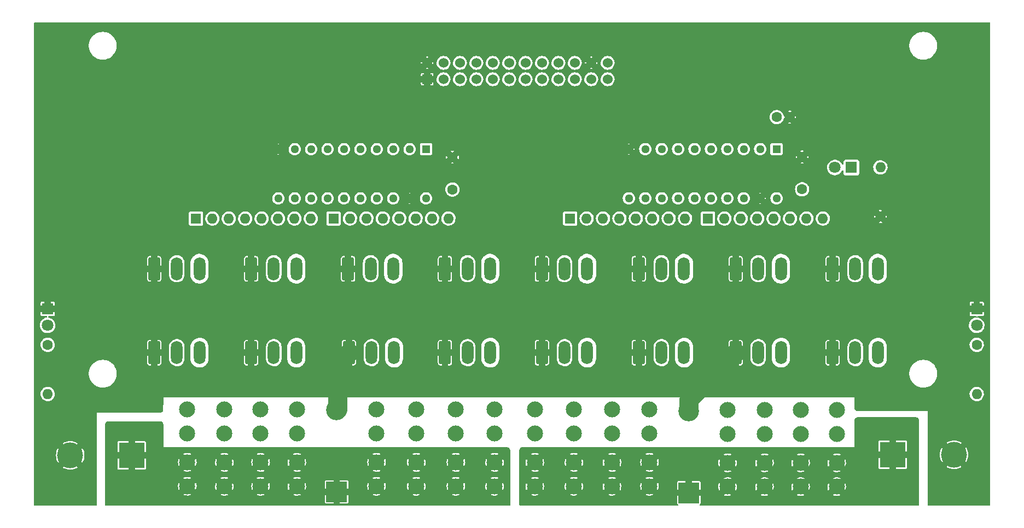
<source format=gbr>
G04 #@! TF.GenerationSoftware,KiCad,Pcbnew,(6.0.5)*
G04 #@! TF.CreationDate,2022-05-09T00:58:19-04:00*
G04 #@! TF.ProjectId,PB_16,50425f31-362e-46b6-9963-61645f706362,v1*
G04 #@! TF.SameCoordinates,Original*
G04 #@! TF.FileFunction,Copper,L2,Bot*
G04 #@! TF.FilePolarity,Positive*
%FSLAX46Y46*%
G04 Gerber Fmt 4.6, Leading zero omitted, Abs format (unit mm)*
G04 Created by KiCad (PCBNEW (6.0.5)) date 2022-05-09 00:58:19*
%MOMM*%
%LPD*%
G01*
G04 APERTURE LIST*
G04 Aperture macros list*
%AMRoundRect*
0 Rectangle with rounded corners*
0 $1 Rounding radius*
0 $2 $3 $4 $5 $6 $7 $8 $9 X,Y pos of 4 corners*
0 Add a 4 corners polygon primitive as box body*
4,1,4,$2,$3,$4,$5,$6,$7,$8,$9,$2,$3,0*
0 Add four circle primitives for the rounded corners*
1,1,$1+$1,$2,$3*
1,1,$1+$1,$4,$5*
1,1,$1+$1,$6,$7*
1,1,$1+$1,$8,$9*
0 Add four rect primitives between the rounded corners*
20,1,$1+$1,$2,$3,$4,$5,0*
20,1,$1+$1,$4,$5,$6,$7,0*
20,1,$1+$1,$6,$7,$8,$9,0*
20,1,$1+$1,$8,$9,$2,$3,0*%
G04 Aperture macros list end*
G04 #@! TA.AperFunction,ComponentPad*
%ADD10C,1.600000*%
G04 #@! TD*
G04 #@! TA.AperFunction,ComponentPad*
%ADD11C,1.530000*%
G04 #@! TD*
G04 #@! TA.AperFunction,ComponentPad*
%ADD12R,1.530000X1.530000*%
G04 #@! TD*
G04 #@! TA.AperFunction,ComponentPad*
%ADD13C,1.295400*%
G04 #@! TD*
G04 #@! TA.AperFunction,ComponentPad*
%ADD14R,1.295400X1.295400*%
G04 #@! TD*
G04 #@! TA.AperFunction,ComponentPad*
%ADD15C,4.000000*%
G04 #@! TD*
G04 #@! TA.AperFunction,ComponentPad*
%ADD16R,4.000000X4.000000*%
G04 #@! TD*
G04 #@! TA.AperFunction,ComponentPad*
%ADD17O,1.600000X1.600000*%
G04 #@! TD*
G04 #@! TA.AperFunction,ComponentPad*
%ADD18C,1.800000*%
G04 #@! TD*
G04 #@! TA.AperFunction,ComponentPad*
%ADD19R,1.800000X1.800000*%
G04 #@! TD*
G04 #@! TA.AperFunction,ComponentPad*
%ADD20C,2.475000*%
G04 #@! TD*
G04 #@! TA.AperFunction,ComponentPad*
%ADD21O,1.800000X3.600000*%
G04 #@! TD*
G04 #@! TA.AperFunction,ComponentPad*
%ADD22RoundRect,0.250000X-0.650000X-1.550000X0.650000X-1.550000X0.650000X1.550000X-0.650000X1.550000X0*%
G04 #@! TD*
G04 #@! TA.AperFunction,ComponentPad*
%ADD23O,3.200000X3.200000*%
G04 #@! TD*
G04 #@! TA.AperFunction,ComponentPad*
%ADD24R,3.200000X3.200000*%
G04 #@! TD*
G04 #@! TA.AperFunction,ComponentPad*
%ADD25R,1.600000X1.600000*%
G04 #@! TD*
G04 #@! TA.AperFunction,ViaPad*
%ADD26C,0.800000*%
G04 #@! TD*
G04 #@! TA.AperFunction,Conductor*
%ADD27C,3.000000*%
G04 #@! TD*
G04 APERTURE END LIST*
D10*
X185451000Y-93117800D03*
X187451000Y-93117800D03*
D11*
X159281000Y-84707800D03*
X159281000Y-87247800D03*
X156741000Y-84707800D03*
X156741000Y-87247800D03*
X154201000Y-84707800D03*
X154201000Y-87247800D03*
X151661000Y-84707800D03*
X151661000Y-87247800D03*
X149121000Y-84707800D03*
X149121000Y-87247800D03*
X146581000Y-84707800D03*
X146581000Y-87247800D03*
X144041000Y-84707800D03*
X144041000Y-87247800D03*
X141501000Y-84707800D03*
X141501000Y-87247800D03*
X138961000Y-84707800D03*
X138961000Y-87247800D03*
X136421000Y-84707800D03*
X136421000Y-87247800D03*
X133881000Y-84707800D03*
X133881000Y-87247800D03*
X131341000Y-84707800D03*
D12*
X131341000Y-87247800D03*
D13*
X131172600Y-105688600D03*
X128632600Y-105688600D03*
X126092600Y-105688600D03*
X123552600Y-105688600D03*
X121012600Y-105688600D03*
X118472600Y-105688600D03*
X115932600Y-105688600D03*
X113392600Y-105688600D03*
X110852600Y-105688600D03*
X108312600Y-105688600D03*
X108312600Y-98068600D03*
X110852600Y-98068600D03*
X113392600Y-98068600D03*
X115932600Y-98068600D03*
X118472600Y-98068600D03*
X121012600Y-98068600D03*
X123552600Y-98068600D03*
X126092600Y-98068600D03*
X128632600Y-98068600D03*
D14*
X131172600Y-98068600D03*
D15*
X212901000Y-145417800D03*
D16*
X203401000Y-145417800D03*
D15*
X76101000Y-145517800D03*
D16*
X85601000Y-145517800D03*
D14*
X185422600Y-98068600D03*
D13*
X182882600Y-98068600D03*
X180342600Y-98068600D03*
X177802600Y-98068600D03*
X175262600Y-98068600D03*
X172722600Y-98068600D03*
X170182600Y-98068600D03*
X167642600Y-98068600D03*
X165102600Y-98068600D03*
X162562600Y-98068600D03*
X162562600Y-105688600D03*
X165102600Y-105688600D03*
X167642600Y-105688600D03*
X170182600Y-105688600D03*
X172722600Y-105688600D03*
X175262600Y-105688600D03*
X177802600Y-105688600D03*
X180342600Y-105688600D03*
X182882600Y-105688600D03*
X185422600Y-105688600D03*
D17*
X201501000Y-100897800D03*
D10*
X201501000Y-108517800D03*
D18*
X216401000Y-125371000D03*
D19*
X216401000Y-122831000D03*
D18*
X72601000Y-125371000D03*
D19*
X72601000Y-122831000D03*
D18*
X194461000Y-100917800D03*
D19*
X197001000Y-100917800D03*
D17*
X216401000Y-136012000D03*
D10*
X216401000Y-128392000D03*
D17*
X72601000Y-136012000D03*
D10*
X72601000Y-128392000D03*
D20*
X123512600Y-138398600D03*
X123512600Y-150298600D03*
X123512600Y-142098600D03*
X123512600Y-146598600D03*
D21*
X111100000Y-116600000D03*
X107600000Y-116600000D03*
D22*
X104100000Y-116600000D03*
D20*
X105567600Y-138403600D03*
X105567600Y-150303600D03*
X105567600Y-142103600D03*
X105567600Y-146603600D03*
D23*
X171847600Y-138605000D03*
D24*
X171847600Y-151305000D03*
D23*
X117332600Y-138468600D03*
D24*
X117332600Y-151168600D03*
D10*
X135242300Y-99330500D03*
X135242300Y-104330500D03*
D17*
X192592600Y-108813600D03*
X190052600Y-108813600D03*
X187512600Y-108813600D03*
X184972600Y-108813600D03*
X182432600Y-108813600D03*
X179892600Y-108813600D03*
X177352600Y-108813600D03*
D25*
X174812600Y-108813600D03*
D17*
X171266200Y-108813600D03*
X168726200Y-108813600D03*
X166186200Y-108813600D03*
X163646200Y-108813600D03*
X161106200Y-108813600D03*
X158566200Y-108813600D03*
X156026200Y-108813600D03*
D25*
X153486200Y-108813600D03*
D17*
X134632700Y-108813600D03*
X132092700Y-108813600D03*
X129552700Y-108813600D03*
X127012700Y-108813600D03*
X124472700Y-108813600D03*
X121932700Y-108813600D03*
X119392700Y-108813600D03*
D25*
X116852700Y-108813600D03*
D17*
X113341500Y-108813600D03*
X110801500Y-108813600D03*
X108261500Y-108813600D03*
X105721500Y-108813600D03*
X103181500Y-108813600D03*
X100641500Y-108813600D03*
X98101500Y-108813600D03*
D25*
X95561500Y-108813600D03*
D21*
X201100000Y-129600000D03*
X197600000Y-129600000D03*
D22*
X194100000Y-129600000D03*
D21*
X201100000Y-116600000D03*
X197600000Y-116600000D03*
D22*
X194100000Y-116600000D03*
D21*
X186100000Y-129600000D03*
X182600000Y-129600000D03*
D22*
X179100000Y-129600000D03*
D21*
X186100000Y-116600000D03*
X182600000Y-116600000D03*
D22*
X179100000Y-116600000D03*
D21*
X171100000Y-129600000D03*
X167600000Y-129600000D03*
D22*
X164100000Y-129600000D03*
D21*
X171100000Y-116600000D03*
X167600000Y-116600000D03*
D22*
X164100000Y-116600000D03*
D21*
X156100000Y-129600000D03*
X152600000Y-129600000D03*
D22*
X149100000Y-129600000D03*
D21*
X156100000Y-116600000D03*
X152600000Y-116600000D03*
D22*
X149100000Y-116600000D03*
D21*
X141100000Y-129600000D03*
X137600000Y-129600000D03*
D22*
X134100000Y-129600000D03*
D21*
X141100000Y-116600000D03*
X137600000Y-116600000D03*
D22*
X134100000Y-116600000D03*
D21*
X126214342Y-129600000D03*
X122714342Y-129600000D03*
D22*
X119214342Y-129600000D03*
D21*
X126100000Y-116600000D03*
X122600000Y-116600000D03*
D22*
X119100000Y-116600000D03*
D21*
X111100000Y-129600000D03*
X107600000Y-129600000D03*
D22*
X104100000Y-129600000D03*
D21*
X96100000Y-129600000D03*
X92600000Y-129600000D03*
D22*
X89100000Y-129600000D03*
D21*
X96100000Y-116600000D03*
X92600000Y-116600000D03*
D22*
X89100000Y-116600000D03*
D20*
X194729100Y-138463600D03*
X194729100Y-150363600D03*
X194729100Y-142163600D03*
X194729100Y-146663600D03*
X189141100Y-138463600D03*
X189141100Y-150363600D03*
X189141100Y-142163600D03*
X189141100Y-146663600D03*
X183553100Y-138463600D03*
X183553100Y-150363600D03*
X183553100Y-142163600D03*
X183553100Y-146663600D03*
X177847600Y-138463600D03*
X177847600Y-150363600D03*
X177847600Y-142163600D03*
X177847600Y-146663600D03*
X165761100Y-138398600D03*
X165761100Y-150298600D03*
X165761100Y-142098600D03*
X165761100Y-146598600D03*
X159942600Y-138398600D03*
X159942600Y-150298600D03*
X159942600Y-142098600D03*
X159942600Y-146598600D03*
X154062600Y-138398600D03*
X154062600Y-150298600D03*
X154062600Y-142098600D03*
X154062600Y-146598600D03*
X148002600Y-138398600D03*
X148002600Y-150298600D03*
X148002600Y-142098600D03*
X148002600Y-146598600D03*
X141793100Y-138398600D03*
X141793100Y-150298600D03*
X141793100Y-142098600D03*
X141793100Y-146598600D03*
X135792600Y-138398600D03*
X135792600Y-150298600D03*
X135792600Y-142098600D03*
X135792600Y-146598600D03*
X129672600Y-138398600D03*
X129672600Y-150298600D03*
X129672600Y-142098600D03*
X129672600Y-146598600D03*
X111167600Y-138403600D03*
X111167600Y-150303600D03*
X111167600Y-142103600D03*
X111167600Y-146603600D03*
X99967600Y-138403600D03*
X99967600Y-150303600D03*
X99967600Y-142103600D03*
X99967600Y-146603600D03*
X94222600Y-138388600D03*
X94222600Y-150288600D03*
X94222600Y-142088600D03*
X94222600Y-146588600D03*
D10*
X189382400Y-99305100D03*
X189382400Y-104305100D03*
D26*
X162551000Y-89367800D03*
X172051000Y-89367800D03*
X177501000Y-90417800D03*
X183101000Y-95917800D03*
X175101000Y-91567800D03*
X173201000Y-92217800D03*
X171251000Y-92767800D03*
X169201000Y-93267800D03*
X167251000Y-93867800D03*
X165251000Y-94417800D03*
X163251000Y-94967800D03*
X160651000Y-95867800D03*
X153651000Y-95767800D03*
X151101000Y-94617800D03*
X145751000Y-89367800D03*
X140451000Y-94717800D03*
X138051000Y-95817800D03*
X133101000Y-95817800D03*
X130501000Y-94917800D03*
X128501000Y-94367800D03*
X126501000Y-93867800D03*
X122551000Y-92717800D03*
X120551000Y-92167800D03*
X118551000Y-91617800D03*
X152651000Y-99917800D03*
X209201000Y-111767800D03*
X190201000Y-106367800D03*
X197351000Y-109867800D03*
X203701000Y-111817800D03*
X199751000Y-137867800D03*
X203251000Y-137767800D03*
X187551000Y-120517800D03*
X167251000Y-110917800D03*
X173301000Y-114717800D03*
X168351000Y-125267800D03*
X157951000Y-112417800D03*
X154201000Y-111167800D03*
X158001000Y-121017800D03*
X133101000Y-110667800D03*
X139701000Y-111017800D03*
X143151000Y-113817800D03*
X142751000Y-121517800D03*
X123351000Y-110667800D03*
X127251000Y-113767800D03*
X128651000Y-119967800D03*
X94601000Y-111167800D03*
X98451000Y-114417800D03*
X98651000Y-119967800D03*
X91651000Y-109267800D03*
X133551000Y-106817800D03*
X137651000Y-103917800D03*
X142151000Y-126167800D03*
X216801000Y-99717800D03*
X106101000Y-105267800D03*
X129151000Y-99867800D03*
X157801000Y-103817800D03*
X186201000Y-110617800D03*
X161501000Y-111017800D03*
X128801000Y-111217800D03*
X103301000Y-110917800D03*
X109101000Y-110917800D03*
X116301000Y-111017800D03*
X181901000Y-110917800D03*
X183301000Y-99917800D03*
X85177000Y-138429800D03*
X81113000Y-138429800D03*
X83145000Y-138429800D03*
X207605000Y-137413800D03*
X216301000Y-86217800D03*
X201051000Y-79967800D03*
X90801000Y-80217800D03*
X73051000Y-87717800D03*
X73051000Y-101717800D03*
X84551000Y-110217800D03*
X77551000Y-133217800D03*
X163401000Y-79517800D03*
X146101000Y-79617800D03*
X182701000Y-79617800D03*
X101501000Y-79517800D03*
X117801000Y-79217800D03*
X108401000Y-90217800D03*
D27*
X171847600Y-136852400D02*
X179100000Y-129600000D01*
X171847600Y-138605000D02*
X171847600Y-136852400D01*
X117442600Y-138358600D02*
X117332600Y-138468600D01*
X119214342Y-129600000D02*
X117442600Y-131371742D01*
X117442600Y-131371742D02*
X117442600Y-138358600D01*
G04 #@! TA.AperFunction,Conductor*
G36*
X204239803Y-139616438D02*
G01*
X205225977Y-139616850D01*
X206984955Y-139617585D01*
X207001395Y-139618669D01*
X207108208Y-139632772D01*
X207139970Y-139641295D01*
X207231803Y-139679368D01*
X207260276Y-139695817D01*
X207339131Y-139756355D01*
X207362379Y-139779613D01*
X207422883Y-139858492D01*
X207439321Y-139886972D01*
X207477354Y-139978819D01*
X207485863Y-140010583D01*
X207499923Y-140117405D01*
X207501000Y-140133847D01*
X207501000Y-153101463D01*
X207499922Y-153117910D01*
X207488094Y-153207747D01*
X207459371Y-153272674D01*
X207400105Y-153311765D01*
X207363172Y-153317300D01*
X173605906Y-153317300D01*
X173537785Y-153297298D01*
X173491292Y-153243642D01*
X173481188Y-153173368D01*
X173510682Y-153108788D01*
X173535904Y-153086535D01*
X173581476Y-153056085D01*
X173598685Y-153038876D01*
X173629101Y-152993355D01*
X173638417Y-152970864D01*
X173646393Y-152930766D01*
X173647600Y-152918511D01*
X173647600Y-151823115D01*
X173643125Y-151807876D01*
X173641735Y-151806671D01*
X173634052Y-151805000D01*
X170065715Y-151805000D01*
X170050476Y-151809475D01*
X170049271Y-151810865D01*
X170047600Y-151818548D01*
X170047600Y-152918511D01*
X170048807Y-152930766D01*
X170056783Y-152970864D01*
X170066099Y-152993355D01*
X170096515Y-153038876D01*
X170113724Y-153056085D01*
X170159296Y-153086535D01*
X170204824Y-153141012D01*
X170213672Y-153211455D01*
X170183031Y-153275499D01*
X170122629Y-153312810D01*
X170089294Y-153317300D01*
X145751616Y-153317300D01*
X145683495Y-153297298D01*
X145637002Y-153243642D01*
X145626694Y-153207744D01*
X145613678Y-153108865D01*
X145612600Y-153092421D01*
X145612600Y-151607157D01*
X147406770Y-151607157D01*
X147409645Y-151610998D01*
X147595345Y-151681909D01*
X147605243Y-151684785D01*
X147826749Y-151729850D01*
X147836978Y-151731069D01*
X148062869Y-151739353D01*
X148073155Y-151738886D01*
X148297370Y-151710164D01*
X148307447Y-151708022D01*
X148523955Y-151643066D01*
X148533553Y-151639304D01*
X148586178Y-151613524D01*
X148593135Y-151607157D01*
X153466770Y-151607157D01*
X153469645Y-151610998D01*
X153655345Y-151681909D01*
X153665243Y-151684785D01*
X153886749Y-151729850D01*
X153896978Y-151731069D01*
X154122869Y-151739353D01*
X154133155Y-151738886D01*
X154357370Y-151710164D01*
X154367447Y-151708022D01*
X154583955Y-151643066D01*
X154593553Y-151639304D01*
X154646178Y-151613524D01*
X154653135Y-151607157D01*
X159346770Y-151607157D01*
X159349645Y-151610998D01*
X159535345Y-151681909D01*
X159545243Y-151684785D01*
X159766749Y-151729850D01*
X159776978Y-151731069D01*
X160002869Y-151739353D01*
X160013155Y-151738886D01*
X160237370Y-151710164D01*
X160247447Y-151708022D01*
X160463955Y-151643066D01*
X160473553Y-151639304D01*
X160526178Y-151613524D01*
X160533135Y-151607157D01*
X165165270Y-151607157D01*
X165168145Y-151610998D01*
X165353845Y-151681909D01*
X165363743Y-151684785D01*
X165585249Y-151729850D01*
X165595478Y-151731069D01*
X165821369Y-151739353D01*
X165831655Y-151738886D01*
X166055870Y-151710164D01*
X166065947Y-151708022D01*
X166185490Y-151672157D01*
X177251770Y-151672157D01*
X177254645Y-151675998D01*
X177440345Y-151746909D01*
X177450243Y-151749785D01*
X177671749Y-151794850D01*
X177681978Y-151796069D01*
X177907869Y-151804353D01*
X177918155Y-151803886D01*
X178142370Y-151775164D01*
X178152447Y-151773022D01*
X178368955Y-151708066D01*
X178378553Y-151704304D01*
X178431178Y-151678524D01*
X178438135Y-151672157D01*
X182957270Y-151672157D01*
X182960145Y-151675998D01*
X183145845Y-151746909D01*
X183155743Y-151749785D01*
X183377249Y-151794850D01*
X183387478Y-151796069D01*
X183613369Y-151804353D01*
X183623655Y-151803886D01*
X183847870Y-151775164D01*
X183857947Y-151773022D01*
X184074455Y-151708066D01*
X184084053Y-151704304D01*
X184136678Y-151678524D01*
X184143635Y-151672157D01*
X188545270Y-151672157D01*
X188548145Y-151675998D01*
X188733845Y-151746909D01*
X188743743Y-151749785D01*
X188965249Y-151794850D01*
X188975478Y-151796069D01*
X189201369Y-151804353D01*
X189211655Y-151803886D01*
X189435870Y-151775164D01*
X189445947Y-151773022D01*
X189662455Y-151708066D01*
X189672053Y-151704304D01*
X189724678Y-151678524D01*
X189731635Y-151672157D01*
X194133270Y-151672157D01*
X194136145Y-151675998D01*
X194321845Y-151746909D01*
X194331743Y-151749785D01*
X194553249Y-151794850D01*
X194563478Y-151796069D01*
X194789369Y-151804353D01*
X194799655Y-151803886D01*
X195023870Y-151775164D01*
X195033947Y-151773022D01*
X195250455Y-151708066D01*
X195260053Y-151704304D01*
X195312678Y-151678524D01*
X195323082Y-151669003D01*
X195321021Y-151662628D01*
X194741912Y-151083519D01*
X194727968Y-151075905D01*
X194726135Y-151076036D01*
X194719520Y-151080287D01*
X194140030Y-151659777D01*
X194133270Y-151672157D01*
X189731635Y-151672157D01*
X189735082Y-151669003D01*
X189733021Y-151662628D01*
X189153912Y-151083519D01*
X189139968Y-151075905D01*
X189138135Y-151076036D01*
X189131520Y-151080287D01*
X188552030Y-151659777D01*
X188545270Y-151672157D01*
X184143635Y-151672157D01*
X184147082Y-151669003D01*
X184145021Y-151662628D01*
X183565912Y-151083519D01*
X183551968Y-151075905D01*
X183550135Y-151076036D01*
X183543520Y-151080287D01*
X182964030Y-151659777D01*
X182957270Y-151672157D01*
X178438135Y-151672157D01*
X178441582Y-151669003D01*
X178439521Y-151662628D01*
X177860412Y-151083519D01*
X177846468Y-151075905D01*
X177844635Y-151076036D01*
X177838020Y-151080287D01*
X177258530Y-151659777D01*
X177251770Y-151672157D01*
X166185490Y-151672157D01*
X166282455Y-151643066D01*
X166292053Y-151639304D01*
X166344678Y-151613524D01*
X166355082Y-151604003D01*
X166353021Y-151597628D01*
X165773912Y-151018519D01*
X165759968Y-151010905D01*
X165758135Y-151011036D01*
X165751520Y-151015287D01*
X165172030Y-151594777D01*
X165165270Y-151607157D01*
X160533135Y-151607157D01*
X160536582Y-151604003D01*
X160534521Y-151597628D01*
X159955412Y-151018519D01*
X159941468Y-151010905D01*
X159939635Y-151011036D01*
X159933020Y-151015287D01*
X159353530Y-151594777D01*
X159346770Y-151607157D01*
X154653135Y-151607157D01*
X154656582Y-151604003D01*
X154654521Y-151597628D01*
X154075412Y-151018519D01*
X154061468Y-151010905D01*
X154059635Y-151011036D01*
X154053020Y-151015287D01*
X153473530Y-151594777D01*
X153466770Y-151607157D01*
X148593135Y-151607157D01*
X148596582Y-151604003D01*
X148594521Y-151597628D01*
X148015412Y-151018519D01*
X148001468Y-151010905D01*
X147999635Y-151011036D01*
X147993020Y-151015287D01*
X147413530Y-151594777D01*
X147406770Y-151607157D01*
X145612600Y-151607157D01*
X145612600Y-150268514D01*
X146560901Y-150268514D01*
X146573914Y-150494188D01*
X146575347Y-150504390D01*
X146625040Y-150724896D01*
X146628123Y-150734736D01*
X146688086Y-150882405D01*
X146696858Y-150893448D01*
X146701893Y-150892200D01*
X147282681Y-150311412D01*
X147289059Y-150299732D01*
X148714905Y-150299732D01*
X148715036Y-150301565D01*
X148719287Y-150308180D01*
X149296843Y-150885736D01*
X149309223Y-150892496D01*
X149314656Y-150888429D01*
X149341441Y-150834235D01*
X149345239Y-150824642D01*
X149410949Y-150608365D01*
X149413126Y-150598295D01*
X149442868Y-150372383D01*
X149443387Y-150365710D01*
X149444945Y-150301965D01*
X149444751Y-150295246D01*
X149442553Y-150268514D01*
X152620901Y-150268514D01*
X152633914Y-150494188D01*
X152635347Y-150504390D01*
X152685040Y-150724896D01*
X152688123Y-150734736D01*
X152748086Y-150882405D01*
X152756858Y-150893448D01*
X152761893Y-150892200D01*
X153342681Y-150311412D01*
X153349059Y-150299732D01*
X154774905Y-150299732D01*
X154775036Y-150301565D01*
X154779287Y-150308180D01*
X155356843Y-150885736D01*
X155369223Y-150892496D01*
X155374656Y-150888429D01*
X155401441Y-150834235D01*
X155405239Y-150824642D01*
X155470949Y-150608365D01*
X155473126Y-150598295D01*
X155502868Y-150372383D01*
X155503387Y-150365710D01*
X155504945Y-150301965D01*
X155504751Y-150295246D01*
X155502553Y-150268514D01*
X158500901Y-150268514D01*
X158513914Y-150494188D01*
X158515347Y-150504390D01*
X158565040Y-150724896D01*
X158568123Y-150734736D01*
X158628086Y-150882405D01*
X158636858Y-150893448D01*
X158641893Y-150892200D01*
X159222681Y-150311412D01*
X159229059Y-150299732D01*
X160654905Y-150299732D01*
X160655036Y-150301565D01*
X160659287Y-150308180D01*
X161236843Y-150885736D01*
X161249223Y-150892496D01*
X161254656Y-150888429D01*
X161281441Y-150834235D01*
X161285239Y-150824642D01*
X161350949Y-150608365D01*
X161353126Y-150598295D01*
X161382868Y-150372383D01*
X161383387Y-150365710D01*
X161384945Y-150301965D01*
X161384751Y-150295246D01*
X161382553Y-150268514D01*
X164319401Y-150268514D01*
X164332414Y-150494188D01*
X164333847Y-150504390D01*
X164383540Y-150724896D01*
X164386623Y-150734736D01*
X164446586Y-150882405D01*
X164455358Y-150893448D01*
X164460393Y-150892200D01*
X165041181Y-150311412D01*
X165047559Y-150299732D01*
X166473405Y-150299732D01*
X166473536Y-150301565D01*
X166477787Y-150308180D01*
X167055343Y-150885736D01*
X167067723Y-150892496D01*
X167073156Y-150888429D01*
X167099941Y-150834235D01*
X167103739Y-150824642D01*
X167115210Y-150786885D01*
X170047600Y-150786885D01*
X170052075Y-150802124D01*
X170053465Y-150803329D01*
X170061148Y-150805000D01*
X171329485Y-150805000D01*
X171344724Y-150800525D01*
X171345929Y-150799135D01*
X171347600Y-150791452D01*
X171347600Y-150786885D01*
X172347600Y-150786885D01*
X172352075Y-150802124D01*
X172353465Y-150803329D01*
X172361148Y-150805000D01*
X173629485Y-150805000D01*
X173644724Y-150800525D01*
X173645929Y-150799135D01*
X173647600Y-150791452D01*
X173647600Y-150333514D01*
X176405901Y-150333514D01*
X176418914Y-150559188D01*
X176420347Y-150569390D01*
X176470040Y-150789896D01*
X176473123Y-150799736D01*
X176533086Y-150947405D01*
X176541858Y-150958448D01*
X176546893Y-150957200D01*
X177127681Y-150376412D01*
X177134059Y-150364732D01*
X178559905Y-150364732D01*
X178560036Y-150366565D01*
X178564287Y-150373180D01*
X179141843Y-150950736D01*
X179154223Y-150957496D01*
X179159656Y-150953429D01*
X179186441Y-150899235D01*
X179190239Y-150889642D01*
X179255949Y-150673365D01*
X179258126Y-150663295D01*
X179287868Y-150437383D01*
X179288387Y-150430710D01*
X179289945Y-150366965D01*
X179289751Y-150360246D01*
X179287553Y-150333514D01*
X182111401Y-150333514D01*
X182124414Y-150559188D01*
X182125847Y-150569390D01*
X182175540Y-150789896D01*
X182178623Y-150799736D01*
X182238586Y-150947405D01*
X182247358Y-150958448D01*
X182252393Y-150957200D01*
X182833181Y-150376412D01*
X182839559Y-150364732D01*
X184265405Y-150364732D01*
X184265536Y-150366565D01*
X184269787Y-150373180D01*
X184847343Y-150950736D01*
X184859723Y-150957496D01*
X184865156Y-150953429D01*
X184891941Y-150899235D01*
X184895739Y-150889642D01*
X184961449Y-150673365D01*
X184963626Y-150663295D01*
X184993368Y-150437383D01*
X184993887Y-150430710D01*
X184995445Y-150366965D01*
X184995251Y-150360246D01*
X184993053Y-150333514D01*
X187699401Y-150333514D01*
X187712414Y-150559188D01*
X187713847Y-150569390D01*
X187763540Y-150789896D01*
X187766623Y-150799736D01*
X187826586Y-150947405D01*
X187835358Y-150958448D01*
X187840393Y-150957200D01*
X188421181Y-150376412D01*
X188427559Y-150364732D01*
X189853405Y-150364732D01*
X189853536Y-150366565D01*
X189857787Y-150373180D01*
X190435343Y-150950736D01*
X190447723Y-150957496D01*
X190453156Y-150953429D01*
X190479941Y-150899235D01*
X190483739Y-150889642D01*
X190549449Y-150673365D01*
X190551626Y-150663295D01*
X190581368Y-150437383D01*
X190581887Y-150430710D01*
X190583445Y-150366965D01*
X190583251Y-150360246D01*
X190581053Y-150333514D01*
X193287401Y-150333514D01*
X193300414Y-150559188D01*
X193301847Y-150569390D01*
X193351540Y-150789896D01*
X193354623Y-150799736D01*
X193414586Y-150947405D01*
X193423358Y-150958448D01*
X193428393Y-150957200D01*
X194009181Y-150376412D01*
X194015559Y-150364732D01*
X195441405Y-150364732D01*
X195441536Y-150366565D01*
X195445787Y-150373180D01*
X196023343Y-150950736D01*
X196035723Y-150957496D01*
X196041156Y-150953429D01*
X196067941Y-150899235D01*
X196071739Y-150889642D01*
X196137449Y-150673365D01*
X196139626Y-150663295D01*
X196169368Y-150437383D01*
X196169887Y-150430710D01*
X196171445Y-150366965D01*
X196171251Y-150360246D01*
X196152582Y-150133175D01*
X196150897Y-150122995D01*
X196095831Y-149903767D01*
X196092511Y-149894016D01*
X196043150Y-149780492D01*
X196034113Y-149769669D01*
X196028638Y-149771169D01*
X195449019Y-150350788D01*
X195441405Y-150364732D01*
X194015559Y-150364732D01*
X194016795Y-150362468D01*
X194016664Y-150360635D01*
X194012413Y-150354020D01*
X193435293Y-149776900D01*
X193422913Y-149770140D01*
X193417946Y-149773859D01*
X193377571Y-149860838D01*
X193374008Y-149870525D01*
X193313604Y-150088333D01*
X193311673Y-150098452D01*
X193287653Y-150323225D01*
X193287401Y-150333514D01*
X190581053Y-150333514D01*
X190564582Y-150133175D01*
X190562897Y-150122995D01*
X190507831Y-149903767D01*
X190504511Y-149894016D01*
X190455150Y-149780492D01*
X190446113Y-149769669D01*
X190440638Y-149771169D01*
X189861019Y-150350788D01*
X189853405Y-150364732D01*
X188427559Y-150364732D01*
X188428795Y-150362468D01*
X188428664Y-150360635D01*
X188424413Y-150354020D01*
X187847293Y-149776900D01*
X187834913Y-149770140D01*
X187829946Y-149773859D01*
X187789571Y-149860838D01*
X187786008Y-149870525D01*
X187725604Y-150088333D01*
X187723673Y-150098452D01*
X187699653Y-150323225D01*
X187699401Y-150333514D01*
X184993053Y-150333514D01*
X184976582Y-150133175D01*
X184974897Y-150122995D01*
X184919831Y-149903767D01*
X184916511Y-149894016D01*
X184867150Y-149780492D01*
X184858113Y-149769669D01*
X184852638Y-149771169D01*
X184273019Y-150350788D01*
X184265405Y-150364732D01*
X182839559Y-150364732D01*
X182840795Y-150362468D01*
X182840664Y-150360635D01*
X182836413Y-150354020D01*
X182259293Y-149776900D01*
X182246913Y-149770140D01*
X182241946Y-149773859D01*
X182201571Y-149860838D01*
X182198008Y-149870525D01*
X182137604Y-150088333D01*
X182135673Y-150098452D01*
X182111653Y-150323225D01*
X182111401Y-150333514D01*
X179287553Y-150333514D01*
X179271082Y-150133175D01*
X179269397Y-150122995D01*
X179214331Y-149903767D01*
X179211011Y-149894016D01*
X179161650Y-149780492D01*
X179152613Y-149769669D01*
X179147138Y-149771169D01*
X178567519Y-150350788D01*
X178559905Y-150364732D01*
X177134059Y-150364732D01*
X177135295Y-150362468D01*
X177135164Y-150360635D01*
X177130913Y-150354020D01*
X176553793Y-149776900D01*
X176541413Y-149770140D01*
X176536446Y-149773859D01*
X176496071Y-149860838D01*
X176492508Y-149870525D01*
X176432104Y-150088333D01*
X176430173Y-150098452D01*
X176406153Y-150323225D01*
X176405901Y-150333514D01*
X173647600Y-150333514D01*
X173647600Y-149691489D01*
X173646393Y-149679234D01*
X173638417Y-149639136D01*
X173629101Y-149616645D01*
X173598685Y-149571124D01*
X173581476Y-149553915D01*
X173535955Y-149523499D01*
X173513464Y-149514183D01*
X173473366Y-149506207D01*
X173461111Y-149505000D01*
X172365715Y-149505000D01*
X172350476Y-149509475D01*
X172349271Y-149510865D01*
X172347600Y-149518548D01*
X172347600Y-150786885D01*
X171347600Y-150786885D01*
X171347600Y-149523115D01*
X171343125Y-149507876D01*
X171341735Y-149506671D01*
X171334052Y-149505000D01*
X170234089Y-149505000D01*
X170221834Y-149506207D01*
X170181736Y-149514183D01*
X170159245Y-149523499D01*
X170113724Y-149553915D01*
X170096515Y-149571124D01*
X170066099Y-149616645D01*
X170056783Y-149639136D01*
X170048807Y-149679234D01*
X170047600Y-149691489D01*
X170047600Y-150786885D01*
X167115210Y-150786885D01*
X167169449Y-150608365D01*
X167171626Y-150598295D01*
X167201368Y-150372383D01*
X167201887Y-150365710D01*
X167203445Y-150301965D01*
X167203251Y-150295246D01*
X167184582Y-150068175D01*
X167182897Y-150057995D01*
X167127831Y-149838767D01*
X167124511Y-149829016D01*
X167075150Y-149715492D01*
X167066113Y-149704669D01*
X167060638Y-149706169D01*
X166481019Y-150285788D01*
X166473405Y-150299732D01*
X165047559Y-150299732D01*
X165048795Y-150297468D01*
X165048664Y-150295635D01*
X165044413Y-150289020D01*
X164467293Y-149711900D01*
X164454913Y-149705140D01*
X164449946Y-149708859D01*
X164409571Y-149795838D01*
X164406008Y-149805525D01*
X164345604Y-150023333D01*
X164343673Y-150033452D01*
X164319653Y-150258225D01*
X164319401Y-150268514D01*
X161382553Y-150268514D01*
X161366082Y-150068175D01*
X161364397Y-150057995D01*
X161309331Y-149838767D01*
X161306011Y-149829016D01*
X161256650Y-149715492D01*
X161247613Y-149704669D01*
X161242138Y-149706169D01*
X160662519Y-150285788D01*
X160654905Y-150299732D01*
X159229059Y-150299732D01*
X159230295Y-150297468D01*
X159230164Y-150295635D01*
X159225913Y-150289020D01*
X158648793Y-149711900D01*
X158636413Y-149705140D01*
X158631446Y-149708859D01*
X158591071Y-149795838D01*
X158587508Y-149805525D01*
X158527104Y-150023333D01*
X158525173Y-150033452D01*
X158501153Y-150258225D01*
X158500901Y-150268514D01*
X155502553Y-150268514D01*
X155486082Y-150068175D01*
X155484397Y-150057995D01*
X155429331Y-149838767D01*
X155426011Y-149829016D01*
X155376650Y-149715492D01*
X155367613Y-149704669D01*
X155362138Y-149706169D01*
X154782519Y-150285788D01*
X154774905Y-150299732D01*
X153349059Y-150299732D01*
X153350295Y-150297468D01*
X153350164Y-150295635D01*
X153345913Y-150289020D01*
X152768793Y-149711900D01*
X152756413Y-149705140D01*
X152751446Y-149708859D01*
X152711071Y-149795838D01*
X152707508Y-149805525D01*
X152647104Y-150023333D01*
X152645173Y-150033452D01*
X152621153Y-150258225D01*
X152620901Y-150268514D01*
X149442553Y-150268514D01*
X149426082Y-150068175D01*
X149424397Y-150057995D01*
X149369331Y-149838767D01*
X149366011Y-149829016D01*
X149316650Y-149715492D01*
X149307613Y-149704669D01*
X149302138Y-149706169D01*
X148722519Y-150285788D01*
X148714905Y-150299732D01*
X147289059Y-150299732D01*
X147290295Y-150297468D01*
X147290164Y-150295635D01*
X147285913Y-150289020D01*
X146708793Y-149711900D01*
X146696413Y-149705140D01*
X146691446Y-149708859D01*
X146651071Y-149795838D01*
X146647508Y-149805525D01*
X146587104Y-150023333D01*
X146585173Y-150033452D01*
X146561153Y-150258225D01*
X146560901Y-150268514D01*
X145612600Y-150268514D01*
X145612600Y-148992078D01*
X147407679Y-148992078D01*
X147410105Y-148998998D01*
X147989788Y-149578681D01*
X148003732Y-149586295D01*
X148005565Y-149586164D01*
X148012180Y-149581913D01*
X148592203Y-149001890D01*
X148597561Y-148992078D01*
X153467679Y-148992078D01*
X153470105Y-148998998D01*
X154049788Y-149578681D01*
X154063732Y-149586295D01*
X154065565Y-149586164D01*
X154072180Y-149581913D01*
X154652203Y-149001890D01*
X154657561Y-148992078D01*
X159347679Y-148992078D01*
X159350105Y-148998998D01*
X159929788Y-149578681D01*
X159943732Y-149586295D01*
X159945565Y-149586164D01*
X159952180Y-149581913D01*
X160532203Y-149001890D01*
X160537561Y-148992078D01*
X165166179Y-148992078D01*
X165168605Y-148998998D01*
X165748288Y-149578681D01*
X165762232Y-149586295D01*
X165764065Y-149586164D01*
X165770680Y-149581913D01*
X166295515Y-149057078D01*
X177252679Y-149057078D01*
X177255105Y-149063998D01*
X177834788Y-149643681D01*
X177848732Y-149651295D01*
X177850565Y-149651164D01*
X177857180Y-149646913D01*
X178437203Y-149066890D01*
X178442561Y-149057078D01*
X182958179Y-149057078D01*
X182960605Y-149063998D01*
X183540288Y-149643681D01*
X183554232Y-149651295D01*
X183556065Y-149651164D01*
X183562680Y-149646913D01*
X184142703Y-149066890D01*
X184148061Y-149057078D01*
X188546179Y-149057078D01*
X188548605Y-149063998D01*
X189128288Y-149643681D01*
X189142232Y-149651295D01*
X189144065Y-149651164D01*
X189150680Y-149646913D01*
X189730703Y-149066890D01*
X189736061Y-149057078D01*
X194134179Y-149057078D01*
X194136605Y-149063998D01*
X194716288Y-149643681D01*
X194730232Y-149651295D01*
X194732065Y-149651164D01*
X194738680Y-149646913D01*
X195318703Y-149066890D01*
X195325463Y-149054510D01*
X195321142Y-149048738D01*
X195315512Y-149046208D01*
X195102434Y-148970753D01*
X195092471Y-148968121D01*
X194869933Y-148928481D01*
X194859680Y-148927512D01*
X194633650Y-148924750D01*
X194623367Y-148925470D01*
X194399934Y-148959660D01*
X194389906Y-148962049D01*
X194175056Y-149032272D01*
X194165549Y-149036268D01*
X194144346Y-149047306D01*
X194134179Y-149057078D01*
X189736061Y-149057078D01*
X189737463Y-149054510D01*
X189733142Y-149048738D01*
X189727512Y-149046208D01*
X189514434Y-148970753D01*
X189504471Y-148968121D01*
X189281933Y-148928481D01*
X189271680Y-148927512D01*
X189045650Y-148924750D01*
X189035367Y-148925470D01*
X188811934Y-148959660D01*
X188801906Y-148962049D01*
X188587056Y-149032272D01*
X188577549Y-149036268D01*
X188556346Y-149047306D01*
X188546179Y-149057078D01*
X184148061Y-149057078D01*
X184149463Y-149054510D01*
X184145142Y-149048738D01*
X184139512Y-149046208D01*
X183926434Y-148970753D01*
X183916471Y-148968121D01*
X183693933Y-148928481D01*
X183683680Y-148927512D01*
X183457650Y-148924750D01*
X183447367Y-148925470D01*
X183223934Y-148959660D01*
X183213906Y-148962049D01*
X182999056Y-149032272D01*
X182989549Y-149036268D01*
X182968346Y-149047306D01*
X182958179Y-149057078D01*
X178442561Y-149057078D01*
X178443963Y-149054510D01*
X178439642Y-149048738D01*
X178434012Y-149046208D01*
X178220934Y-148970753D01*
X178210971Y-148968121D01*
X177988433Y-148928481D01*
X177978180Y-148927512D01*
X177752150Y-148924750D01*
X177741867Y-148925470D01*
X177518434Y-148959660D01*
X177508406Y-148962049D01*
X177293556Y-149032272D01*
X177284049Y-149036268D01*
X177262846Y-149047306D01*
X177252679Y-149057078D01*
X166295515Y-149057078D01*
X166350703Y-149001890D01*
X166357463Y-148989510D01*
X166353142Y-148983738D01*
X166347512Y-148981208D01*
X166134434Y-148905753D01*
X166124471Y-148903121D01*
X165901933Y-148863481D01*
X165891680Y-148862512D01*
X165665650Y-148859750D01*
X165655367Y-148860470D01*
X165431934Y-148894660D01*
X165421906Y-148897049D01*
X165207056Y-148967272D01*
X165197549Y-148971268D01*
X165176346Y-148982306D01*
X165166179Y-148992078D01*
X160537561Y-148992078D01*
X160538963Y-148989510D01*
X160534642Y-148983738D01*
X160529012Y-148981208D01*
X160315934Y-148905753D01*
X160305971Y-148903121D01*
X160083433Y-148863481D01*
X160073180Y-148862512D01*
X159847150Y-148859750D01*
X159836867Y-148860470D01*
X159613434Y-148894660D01*
X159603406Y-148897049D01*
X159388556Y-148967272D01*
X159379049Y-148971268D01*
X159357846Y-148982306D01*
X159347679Y-148992078D01*
X154657561Y-148992078D01*
X154658963Y-148989510D01*
X154654642Y-148983738D01*
X154649012Y-148981208D01*
X154435934Y-148905753D01*
X154425971Y-148903121D01*
X154203433Y-148863481D01*
X154193180Y-148862512D01*
X153967150Y-148859750D01*
X153956867Y-148860470D01*
X153733434Y-148894660D01*
X153723406Y-148897049D01*
X153508556Y-148967272D01*
X153499049Y-148971268D01*
X153477846Y-148982306D01*
X153467679Y-148992078D01*
X148597561Y-148992078D01*
X148598963Y-148989510D01*
X148594642Y-148983738D01*
X148589012Y-148981208D01*
X148375934Y-148905753D01*
X148365971Y-148903121D01*
X148143433Y-148863481D01*
X148133180Y-148862512D01*
X147907150Y-148859750D01*
X147896867Y-148860470D01*
X147673434Y-148894660D01*
X147663406Y-148897049D01*
X147448556Y-148967272D01*
X147439049Y-148971268D01*
X147417846Y-148982306D01*
X147407679Y-148992078D01*
X145612600Y-148992078D01*
X145612600Y-147907157D01*
X147406770Y-147907157D01*
X147409645Y-147910998D01*
X147595345Y-147981909D01*
X147605243Y-147984785D01*
X147826749Y-148029850D01*
X147836978Y-148031069D01*
X148062869Y-148039353D01*
X148073155Y-148038886D01*
X148297370Y-148010164D01*
X148307447Y-148008022D01*
X148523955Y-147943066D01*
X148533553Y-147939304D01*
X148586178Y-147913524D01*
X148593135Y-147907157D01*
X153466770Y-147907157D01*
X153469645Y-147910998D01*
X153655345Y-147981909D01*
X153665243Y-147984785D01*
X153886749Y-148029850D01*
X153896978Y-148031069D01*
X154122869Y-148039353D01*
X154133155Y-148038886D01*
X154357370Y-148010164D01*
X154367447Y-148008022D01*
X154583955Y-147943066D01*
X154593553Y-147939304D01*
X154646178Y-147913524D01*
X154653135Y-147907157D01*
X159346770Y-147907157D01*
X159349645Y-147910998D01*
X159535345Y-147981909D01*
X159545243Y-147984785D01*
X159766749Y-148029850D01*
X159776978Y-148031069D01*
X160002869Y-148039353D01*
X160013155Y-148038886D01*
X160237370Y-148010164D01*
X160247447Y-148008022D01*
X160463955Y-147943066D01*
X160473553Y-147939304D01*
X160526178Y-147913524D01*
X160533135Y-147907157D01*
X165165270Y-147907157D01*
X165168145Y-147910998D01*
X165353845Y-147981909D01*
X165363743Y-147984785D01*
X165585249Y-148029850D01*
X165595478Y-148031069D01*
X165821369Y-148039353D01*
X165831655Y-148038886D01*
X166055870Y-148010164D01*
X166065947Y-148008022D01*
X166185490Y-147972157D01*
X177251770Y-147972157D01*
X177254645Y-147975998D01*
X177440345Y-148046909D01*
X177450243Y-148049785D01*
X177671749Y-148094850D01*
X177681978Y-148096069D01*
X177907869Y-148104353D01*
X177918155Y-148103886D01*
X178142370Y-148075164D01*
X178152447Y-148073022D01*
X178368955Y-148008066D01*
X178378553Y-148004304D01*
X178431178Y-147978524D01*
X178438135Y-147972157D01*
X182957270Y-147972157D01*
X182960145Y-147975998D01*
X183145845Y-148046909D01*
X183155743Y-148049785D01*
X183377249Y-148094850D01*
X183387478Y-148096069D01*
X183613369Y-148104353D01*
X183623655Y-148103886D01*
X183847870Y-148075164D01*
X183857947Y-148073022D01*
X184074455Y-148008066D01*
X184084053Y-148004304D01*
X184136678Y-147978524D01*
X184143635Y-147972157D01*
X188545270Y-147972157D01*
X188548145Y-147975998D01*
X188733845Y-148046909D01*
X188743743Y-148049785D01*
X188965249Y-148094850D01*
X188975478Y-148096069D01*
X189201369Y-148104353D01*
X189211655Y-148103886D01*
X189435870Y-148075164D01*
X189445947Y-148073022D01*
X189662455Y-148008066D01*
X189672053Y-148004304D01*
X189724678Y-147978524D01*
X189731635Y-147972157D01*
X194133270Y-147972157D01*
X194136145Y-147975998D01*
X194321845Y-148046909D01*
X194331743Y-148049785D01*
X194553249Y-148094850D01*
X194563478Y-148096069D01*
X194789369Y-148104353D01*
X194799655Y-148103886D01*
X195023870Y-148075164D01*
X195033947Y-148073022D01*
X195250455Y-148008066D01*
X195260053Y-148004304D01*
X195312678Y-147978524D01*
X195323082Y-147969003D01*
X195321021Y-147962628D01*
X194789704Y-147431311D01*
X201201000Y-147431311D01*
X201202207Y-147443566D01*
X201210183Y-147483664D01*
X201219499Y-147506155D01*
X201249915Y-147551676D01*
X201267124Y-147568885D01*
X201312645Y-147599301D01*
X201335136Y-147608617D01*
X201375234Y-147616593D01*
X201387489Y-147617800D01*
X202882885Y-147617800D01*
X202898124Y-147613325D01*
X202899329Y-147611935D01*
X202901000Y-147604252D01*
X202901000Y-147599685D01*
X203901000Y-147599685D01*
X203905475Y-147614924D01*
X203906865Y-147616129D01*
X203914548Y-147617800D01*
X205414511Y-147617800D01*
X205426766Y-147616593D01*
X205466864Y-147608617D01*
X205489355Y-147599301D01*
X205534876Y-147568885D01*
X205552085Y-147551676D01*
X205582501Y-147506155D01*
X205591817Y-147483664D01*
X205599793Y-147443566D01*
X205601000Y-147431311D01*
X205601000Y-145935915D01*
X205596525Y-145920676D01*
X205595135Y-145919471D01*
X205587452Y-145917800D01*
X203919115Y-145917800D01*
X203903876Y-145922275D01*
X203902671Y-145923665D01*
X203901000Y-145931348D01*
X203901000Y-147599685D01*
X202901000Y-147599685D01*
X202901000Y-145935915D01*
X202896525Y-145920676D01*
X202895135Y-145919471D01*
X202887452Y-145917800D01*
X201219115Y-145917800D01*
X201203876Y-145922275D01*
X201202671Y-145923665D01*
X201201000Y-145931348D01*
X201201000Y-147431311D01*
X194789704Y-147431311D01*
X194741912Y-147383519D01*
X194727968Y-147375905D01*
X194726135Y-147376036D01*
X194719520Y-147380287D01*
X194140030Y-147959777D01*
X194133270Y-147972157D01*
X189731635Y-147972157D01*
X189735082Y-147969003D01*
X189733021Y-147962628D01*
X189153912Y-147383519D01*
X189139968Y-147375905D01*
X189138135Y-147376036D01*
X189131520Y-147380287D01*
X188552030Y-147959777D01*
X188545270Y-147972157D01*
X184143635Y-147972157D01*
X184147082Y-147969003D01*
X184145021Y-147962628D01*
X183565912Y-147383519D01*
X183551968Y-147375905D01*
X183550135Y-147376036D01*
X183543520Y-147380287D01*
X182964030Y-147959777D01*
X182957270Y-147972157D01*
X178438135Y-147972157D01*
X178441582Y-147969003D01*
X178439521Y-147962628D01*
X177860412Y-147383519D01*
X177846468Y-147375905D01*
X177844635Y-147376036D01*
X177838020Y-147380287D01*
X177258530Y-147959777D01*
X177251770Y-147972157D01*
X166185490Y-147972157D01*
X166282455Y-147943066D01*
X166292053Y-147939304D01*
X166344678Y-147913524D01*
X166355082Y-147904003D01*
X166353021Y-147897628D01*
X165773912Y-147318519D01*
X165759968Y-147310905D01*
X165758135Y-147311036D01*
X165751520Y-147315287D01*
X165172030Y-147894777D01*
X165165270Y-147907157D01*
X160533135Y-147907157D01*
X160536582Y-147904003D01*
X160534521Y-147897628D01*
X159955412Y-147318519D01*
X159941468Y-147310905D01*
X159939635Y-147311036D01*
X159933020Y-147315287D01*
X159353530Y-147894777D01*
X159346770Y-147907157D01*
X154653135Y-147907157D01*
X154656582Y-147904003D01*
X154654521Y-147897628D01*
X154075412Y-147318519D01*
X154061468Y-147310905D01*
X154059635Y-147311036D01*
X154053020Y-147315287D01*
X153473530Y-147894777D01*
X153466770Y-147907157D01*
X148593135Y-147907157D01*
X148596582Y-147904003D01*
X148594521Y-147897628D01*
X148015412Y-147318519D01*
X148001468Y-147310905D01*
X147999635Y-147311036D01*
X147993020Y-147315287D01*
X147413530Y-147894777D01*
X147406770Y-147907157D01*
X145612600Y-147907157D01*
X145612600Y-146568514D01*
X146560901Y-146568514D01*
X146573914Y-146794188D01*
X146575347Y-146804390D01*
X146625040Y-147024896D01*
X146628123Y-147034736D01*
X146688086Y-147182405D01*
X146696858Y-147193448D01*
X146701893Y-147192200D01*
X147282681Y-146611412D01*
X147289059Y-146599732D01*
X148714905Y-146599732D01*
X148715036Y-146601565D01*
X148719287Y-146608180D01*
X149296843Y-147185736D01*
X149309223Y-147192496D01*
X149314656Y-147188429D01*
X149341441Y-147134235D01*
X149345239Y-147124642D01*
X149410949Y-146908365D01*
X149413126Y-146898295D01*
X149442868Y-146672383D01*
X149443387Y-146665710D01*
X149444945Y-146601965D01*
X149444751Y-146595246D01*
X149442553Y-146568514D01*
X152620901Y-146568514D01*
X152633914Y-146794188D01*
X152635347Y-146804390D01*
X152685040Y-147024896D01*
X152688123Y-147034736D01*
X152748086Y-147182405D01*
X152756858Y-147193448D01*
X152761893Y-147192200D01*
X153342681Y-146611412D01*
X153349059Y-146599732D01*
X154774905Y-146599732D01*
X154775036Y-146601565D01*
X154779287Y-146608180D01*
X155356843Y-147185736D01*
X155369223Y-147192496D01*
X155374656Y-147188429D01*
X155401441Y-147134235D01*
X155405239Y-147124642D01*
X155470949Y-146908365D01*
X155473126Y-146898295D01*
X155502868Y-146672383D01*
X155503387Y-146665710D01*
X155504945Y-146601965D01*
X155504751Y-146595246D01*
X155502553Y-146568514D01*
X158500901Y-146568514D01*
X158513914Y-146794188D01*
X158515347Y-146804390D01*
X158565040Y-147024896D01*
X158568123Y-147034736D01*
X158628086Y-147182405D01*
X158636858Y-147193448D01*
X158641893Y-147192200D01*
X159222681Y-146611412D01*
X159229059Y-146599732D01*
X160654905Y-146599732D01*
X160655036Y-146601565D01*
X160659287Y-146608180D01*
X161236843Y-147185736D01*
X161249223Y-147192496D01*
X161254656Y-147188429D01*
X161281441Y-147134235D01*
X161285239Y-147124642D01*
X161350949Y-146908365D01*
X161353126Y-146898295D01*
X161382868Y-146672383D01*
X161383387Y-146665710D01*
X161384945Y-146601965D01*
X161384751Y-146595246D01*
X161382553Y-146568514D01*
X164319401Y-146568514D01*
X164332414Y-146794188D01*
X164333847Y-146804390D01*
X164383540Y-147024896D01*
X164386623Y-147034736D01*
X164446586Y-147182405D01*
X164455358Y-147193448D01*
X164460393Y-147192200D01*
X165041181Y-146611412D01*
X165047559Y-146599732D01*
X166473405Y-146599732D01*
X166473536Y-146601565D01*
X166477787Y-146608180D01*
X167055343Y-147185736D01*
X167067723Y-147192496D01*
X167073156Y-147188429D01*
X167099941Y-147134235D01*
X167103739Y-147124642D01*
X167169449Y-146908365D01*
X167171626Y-146898295D01*
X167201368Y-146672383D01*
X167201887Y-146665710D01*
X167202674Y-146633514D01*
X176405901Y-146633514D01*
X176418914Y-146859188D01*
X176420347Y-146869390D01*
X176470040Y-147089896D01*
X176473123Y-147099736D01*
X176533086Y-147247405D01*
X176541858Y-147258448D01*
X176546893Y-147257200D01*
X177127681Y-146676412D01*
X177134059Y-146664732D01*
X178559905Y-146664732D01*
X178560036Y-146666565D01*
X178564287Y-146673180D01*
X179141843Y-147250736D01*
X179154223Y-147257496D01*
X179159656Y-147253429D01*
X179186441Y-147199235D01*
X179190239Y-147189642D01*
X179255949Y-146973365D01*
X179258126Y-146963295D01*
X179287868Y-146737383D01*
X179288387Y-146730710D01*
X179289945Y-146666965D01*
X179289751Y-146660246D01*
X179287553Y-146633514D01*
X182111401Y-146633514D01*
X182124414Y-146859188D01*
X182125847Y-146869390D01*
X182175540Y-147089896D01*
X182178623Y-147099736D01*
X182238586Y-147247405D01*
X182247358Y-147258448D01*
X182252393Y-147257200D01*
X182833181Y-146676412D01*
X182839559Y-146664732D01*
X184265405Y-146664732D01*
X184265536Y-146666565D01*
X184269787Y-146673180D01*
X184847343Y-147250736D01*
X184859723Y-147257496D01*
X184865156Y-147253429D01*
X184891941Y-147199235D01*
X184895739Y-147189642D01*
X184961449Y-146973365D01*
X184963626Y-146963295D01*
X184993368Y-146737383D01*
X184993887Y-146730710D01*
X184995445Y-146666965D01*
X184995251Y-146660246D01*
X184993053Y-146633514D01*
X187699401Y-146633514D01*
X187712414Y-146859188D01*
X187713847Y-146869390D01*
X187763540Y-147089896D01*
X187766623Y-147099736D01*
X187826586Y-147247405D01*
X187835358Y-147258448D01*
X187840393Y-147257200D01*
X188421181Y-146676412D01*
X188427559Y-146664732D01*
X189853405Y-146664732D01*
X189853536Y-146666565D01*
X189857787Y-146673180D01*
X190435343Y-147250736D01*
X190447723Y-147257496D01*
X190453156Y-147253429D01*
X190479941Y-147199235D01*
X190483739Y-147189642D01*
X190549449Y-146973365D01*
X190551626Y-146963295D01*
X190581368Y-146737383D01*
X190581887Y-146730710D01*
X190583445Y-146666965D01*
X190583251Y-146660246D01*
X190581053Y-146633514D01*
X193287401Y-146633514D01*
X193300414Y-146859188D01*
X193301847Y-146869390D01*
X193351540Y-147089896D01*
X193354623Y-147099736D01*
X193414586Y-147247405D01*
X193423358Y-147258448D01*
X193428393Y-147257200D01*
X194009181Y-146676412D01*
X194015559Y-146664732D01*
X195441405Y-146664732D01*
X195441536Y-146666565D01*
X195445787Y-146673180D01*
X196023343Y-147250736D01*
X196035723Y-147257496D01*
X196041156Y-147253429D01*
X196067941Y-147199235D01*
X196071739Y-147189642D01*
X196137449Y-146973365D01*
X196139626Y-146963295D01*
X196169368Y-146737383D01*
X196169887Y-146730710D01*
X196171445Y-146666965D01*
X196171251Y-146660246D01*
X196152582Y-146433175D01*
X196150897Y-146422995D01*
X196095831Y-146203767D01*
X196092511Y-146194016D01*
X196043150Y-146080492D01*
X196034113Y-146069669D01*
X196028638Y-146071169D01*
X195449019Y-146650788D01*
X195441405Y-146664732D01*
X194015559Y-146664732D01*
X194016795Y-146662468D01*
X194016664Y-146660635D01*
X194012413Y-146654020D01*
X193435293Y-146076900D01*
X193422913Y-146070140D01*
X193417946Y-146073859D01*
X193377571Y-146160838D01*
X193374008Y-146170525D01*
X193313604Y-146388333D01*
X193311673Y-146398452D01*
X193287653Y-146623225D01*
X193287401Y-146633514D01*
X190581053Y-146633514D01*
X190564582Y-146433175D01*
X190562897Y-146422995D01*
X190507831Y-146203767D01*
X190504511Y-146194016D01*
X190455150Y-146080492D01*
X190446113Y-146069669D01*
X190440638Y-146071169D01*
X189861019Y-146650788D01*
X189853405Y-146664732D01*
X188427559Y-146664732D01*
X188428795Y-146662468D01*
X188428664Y-146660635D01*
X188424413Y-146654020D01*
X187847293Y-146076900D01*
X187834913Y-146070140D01*
X187829946Y-146073859D01*
X187789571Y-146160838D01*
X187786008Y-146170525D01*
X187725604Y-146388333D01*
X187723673Y-146398452D01*
X187699653Y-146623225D01*
X187699401Y-146633514D01*
X184993053Y-146633514D01*
X184976582Y-146433175D01*
X184974897Y-146422995D01*
X184919831Y-146203767D01*
X184916511Y-146194016D01*
X184867150Y-146080492D01*
X184858113Y-146069669D01*
X184852638Y-146071169D01*
X184273019Y-146650788D01*
X184265405Y-146664732D01*
X182839559Y-146664732D01*
X182840795Y-146662468D01*
X182840664Y-146660635D01*
X182836413Y-146654020D01*
X182259293Y-146076900D01*
X182246913Y-146070140D01*
X182241946Y-146073859D01*
X182201571Y-146160838D01*
X182198008Y-146170525D01*
X182137604Y-146388333D01*
X182135673Y-146398452D01*
X182111653Y-146623225D01*
X182111401Y-146633514D01*
X179287553Y-146633514D01*
X179271082Y-146433175D01*
X179269397Y-146422995D01*
X179214331Y-146203767D01*
X179211011Y-146194016D01*
X179161650Y-146080492D01*
X179152613Y-146069669D01*
X179147138Y-146071169D01*
X178567519Y-146650788D01*
X178559905Y-146664732D01*
X177134059Y-146664732D01*
X177135295Y-146662468D01*
X177135164Y-146660635D01*
X177130913Y-146654020D01*
X176553793Y-146076900D01*
X176541413Y-146070140D01*
X176536446Y-146073859D01*
X176496071Y-146160838D01*
X176492508Y-146170525D01*
X176432104Y-146388333D01*
X176430173Y-146398452D01*
X176406153Y-146623225D01*
X176405901Y-146633514D01*
X167202674Y-146633514D01*
X167203445Y-146601965D01*
X167203251Y-146595246D01*
X167184582Y-146368175D01*
X167182897Y-146357995D01*
X167127831Y-146138767D01*
X167124511Y-146129016D01*
X167075150Y-146015492D01*
X167066113Y-146004669D01*
X167060638Y-146006169D01*
X166481019Y-146585788D01*
X166473405Y-146599732D01*
X165047559Y-146599732D01*
X165048795Y-146597468D01*
X165048664Y-146595635D01*
X165044413Y-146589020D01*
X164467293Y-146011900D01*
X164454913Y-146005140D01*
X164449946Y-146008859D01*
X164409571Y-146095838D01*
X164406008Y-146105525D01*
X164345604Y-146323333D01*
X164343673Y-146333452D01*
X164319653Y-146558225D01*
X164319401Y-146568514D01*
X161382553Y-146568514D01*
X161366082Y-146368175D01*
X161364397Y-146357995D01*
X161309331Y-146138767D01*
X161306011Y-146129016D01*
X161256650Y-146015492D01*
X161247613Y-146004669D01*
X161242138Y-146006169D01*
X160662519Y-146585788D01*
X160654905Y-146599732D01*
X159229059Y-146599732D01*
X159230295Y-146597468D01*
X159230164Y-146595635D01*
X159225913Y-146589020D01*
X158648793Y-146011900D01*
X158636413Y-146005140D01*
X158631446Y-146008859D01*
X158591071Y-146095838D01*
X158587508Y-146105525D01*
X158527104Y-146323333D01*
X158525173Y-146333452D01*
X158501153Y-146558225D01*
X158500901Y-146568514D01*
X155502553Y-146568514D01*
X155486082Y-146368175D01*
X155484397Y-146357995D01*
X155429331Y-146138767D01*
X155426011Y-146129016D01*
X155376650Y-146015492D01*
X155367613Y-146004669D01*
X155362138Y-146006169D01*
X154782519Y-146585788D01*
X154774905Y-146599732D01*
X153349059Y-146599732D01*
X153350295Y-146597468D01*
X153350164Y-146595635D01*
X153345913Y-146589020D01*
X152768793Y-146011900D01*
X152756413Y-146005140D01*
X152751446Y-146008859D01*
X152711071Y-146095838D01*
X152707508Y-146105525D01*
X152647104Y-146323333D01*
X152645173Y-146333452D01*
X152621153Y-146558225D01*
X152620901Y-146568514D01*
X149442553Y-146568514D01*
X149426082Y-146368175D01*
X149424397Y-146357995D01*
X149369331Y-146138767D01*
X149366011Y-146129016D01*
X149316650Y-146015492D01*
X149307613Y-146004669D01*
X149302138Y-146006169D01*
X148722519Y-146585788D01*
X148714905Y-146599732D01*
X147289059Y-146599732D01*
X147290295Y-146597468D01*
X147290164Y-146595635D01*
X147285913Y-146589020D01*
X146708793Y-146011900D01*
X146696413Y-146005140D01*
X146691446Y-146008859D01*
X146651071Y-146095838D01*
X146647508Y-146105525D01*
X146587104Y-146323333D01*
X146585173Y-146333452D01*
X146561153Y-146558225D01*
X146560901Y-146568514D01*
X145612600Y-146568514D01*
X145612600Y-145292078D01*
X147407679Y-145292078D01*
X147410105Y-145298998D01*
X147989788Y-145878681D01*
X148003732Y-145886295D01*
X148005565Y-145886164D01*
X148012180Y-145881913D01*
X148592203Y-145301890D01*
X148597561Y-145292078D01*
X153467679Y-145292078D01*
X153470105Y-145298998D01*
X154049788Y-145878681D01*
X154063732Y-145886295D01*
X154065565Y-145886164D01*
X154072180Y-145881913D01*
X154652203Y-145301890D01*
X154657561Y-145292078D01*
X159347679Y-145292078D01*
X159350105Y-145298998D01*
X159929788Y-145878681D01*
X159943732Y-145886295D01*
X159945565Y-145886164D01*
X159952180Y-145881913D01*
X160532203Y-145301890D01*
X160537561Y-145292078D01*
X165166179Y-145292078D01*
X165168605Y-145298998D01*
X165748288Y-145878681D01*
X165762232Y-145886295D01*
X165764065Y-145886164D01*
X165770680Y-145881913D01*
X166295515Y-145357078D01*
X177252679Y-145357078D01*
X177255105Y-145363998D01*
X177834788Y-145943681D01*
X177848732Y-145951295D01*
X177850565Y-145951164D01*
X177857180Y-145946913D01*
X178437203Y-145366890D01*
X178442561Y-145357078D01*
X182958179Y-145357078D01*
X182960605Y-145363998D01*
X183540288Y-145943681D01*
X183554232Y-145951295D01*
X183556065Y-145951164D01*
X183562680Y-145946913D01*
X184142703Y-145366890D01*
X184148061Y-145357078D01*
X188546179Y-145357078D01*
X188548605Y-145363998D01*
X189128288Y-145943681D01*
X189142232Y-145951295D01*
X189144065Y-145951164D01*
X189150680Y-145946913D01*
X189730703Y-145366890D01*
X189736061Y-145357078D01*
X194134179Y-145357078D01*
X194136605Y-145363998D01*
X194716288Y-145943681D01*
X194730232Y-145951295D01*
X194732065Y-145951164D01*
X194738680Y-145946913D01*
X195318703Y-145366890D01*
X195325463Y-145354510D01*
X195321142Y-145348738D01*
X195315512Y-145346208D01*
X195102434Y-145270753D01*
X195092471Y-145268121D01*
X194869933Y-145228481D01*
X194859680Y-145227512D01*
X194633650Y-145224750D01*
X194623367Y-145225470D01*
X194399934Y-145259660D01*
X194389906Y-145262049D01*
X194175056Y-145332272D01*
X194165549Y-145336268D01*
X194144346Y-145347306D01*
X194134179Y-145357078D01*
X189736061Y-145357078D01*
X189737463Y-145354510D01*
X189733142Y-145348738D01*
X189727512Y-145346208D01*
X189514434Y-145270753D01*
X189504471Y-145268121D01*
X189281933Y-145228481D01*
X189271680Y-145227512D01*
X189045650Y-145224750D01*
X189035367Y-145225470D01*
X188811934Y-145259660D01*
X188801906Y-145262049D01*
X188587056Y-145332272D01*
X188577549Y-145336268D01*
X188556346Y-145347306D01*
X188546179Y-145357078D01*
X184148061Y-145357078D01*
X184149463Y-145354510D01*
X184145142Y-145348738D01*
X184139512Y-145346208D01*
X183926434Y-145270753D01*
X183916471Y-145268121D01*
X183693933Y-145228481D01*
X183683680Y-145227512D01*
X183457650Y-145224750D01*
X183447367Y-145225470D01*
X183223934Y-145259660D01*
X183213906Y-145262049D01*
X182999056Y-145332272D01*
X182989549Y-145336268D01*
X182968346Y-145347306D01*
X182958179Y-145357078D01*
X178442561Y-145357078D01*
X178443963Y-145354510D01*
X178439642Y-145348738D01*
X178434012Y-145346208D01*
X178220934Y-145270753D01*
X178210971Y-145268121D01*
X177988433Y-145228481D01*
X177978180Y-145227512D01*
X177752150Y-145224750D01*
X177741867Y-145225470D01*
X177518434Y-145259660D01*
X177508406Y-145262049D01*
X177293556Y-145332272D01*
X177284049Y-145336268D01*
X177262846Y-145347306D01*
X177252679Y-145357078D01*
X166295515Y-145357078D01*
X166350703Y-145301890D01*
X166357463Y-145289510D01*
X166353142Y-145283738D01*
X166347512Y-145281208D01*
X166134434Y-145205753D01*
X166124471Y-145203121D01*
X165901933Y-145163481D01*
X165891680Y-145162512D01*
X165665650Y-145159750D01*
X165655367Y-145160470D01*
X165431934Y-145194660D01*
X165421906Y-145197049D01*
X165207056Y-145267272D01*
X165197549Y-145271268D01*
X165176346Y-145282306D01*
X165166179Y-145292078D01*
X160537561Y-145292078D01*
X160538963Y-145289510D01*
X160534642Y-145283738D01*
X160529012Y-145281208D01*
X160315934Y-145205753D01*
X160305971Y-145203121D01*
X160083433Y-145163481D01*
X160073180Y-145162512D01*
X159847150Y-145159750D01*
X159836867Y-145160470D01*
X159613434Y-145194660D01*
X159603406Y-145197049D01*
X159388556Y-145267272D01*
X159379049Y-145271268D01*
X159357846Y-145282306D01*
X159347679Y-145292078D01*
X154657561Y-145292078D01*
X154658963Y-145289510D01*
X154654642Y-145283738D01*
X154649012Y-145281208D01*
X154435934Y-145205753D01*
X154425971Y-145203121D01*
X154203433Y-145163481D01*
X154193180Y-145162512D01*
X153967150Y-145159750D01*
X153956867Y-145160470D01*
X153733434Y-145194660D01*
X153723406Y-145197049D01*
X153508556Y-145267272D01*
X153499049Y-145271268D01*
X153477846Y-145282306D01*
X153467679Y-145292078D01*
X148597561Y-145292078D01*
X148598963Y-145289510D01*
X148594642Y-145283738D01*
X148589012Y-145281208D01*
X148375934Y-145205753D01*
X148365971Y-145203121D01*
X148143433Y-145163481D01*
X148133180Y-145162512D01*
X147907150Y-145159750D01*
X147896867Y-145160470D01*
X147673434Y-145194660D01*
X147663406Y-145197049D01*
X147448556Y-145267272D01*
X147439049Y-145271268D01*
X147417846Y-145282306D01*
X147407679Y-145292078D01*
X145612600Y-145292078D01*
X145612600Y-144899685D01*
X201201000Y-144899685D01*
X201205475Y-144914924D01*
X201206865Y-144916129D01*
X201214548Y-144917800D01*
X202882885Y-144917800D01*
X202898124Y-144913325D01*
X202899329Y-144911935D01*
X202901000Y-144904252D01*
X202901000Y-144899685D01*
X203901000Y-144899685D01*
X203905475Y-144914924D01*
X203906865Y-144916129D01*
X203914548Y-144917800D01*
X205582885Y-144917800D01*
X205598124Y-144913325D01*
X205599329Y-144911935D01*
X205601000Y-144904252D01*
X205601000Y-143404289D01*
X205599793Y-143392034D01*
X205591817Y-143351936D01*
X205582501Y-143329445D01*
X205552085Y-143283924D01*
X205534876Y-143266715D01*
X205489355Y-143236299D01*
X205466864Y-143226983D01*
X205426766Y-143219007D01*
X205414511Y-143217800D01*
X203919115Y-143217800D01*
X203903876Y-143222275D01*
X203902671Y-143223665D01*
X203901000Y-143231348D01*
X203901000Y-144899685D01*
X202901000Y-144899685D01*
X202901000Y-143235915D01*
X202896525Y-143220676D01*
X202895135Y-143219471D01*
X202887452Y-143217800D01*
X201387489Y-143217800D01*
X201375234Y-143219007D01*
X201335136Y-143226983D01*
X201312645Y-143236299D01*
X201267124Y-143266715D01*
X201249915Y-143283924D01*
X201219499Y-143329445D01*
X201210183Y-143351936D01*
X201202207Y-143392034D01*
X201201000Y-143404289D01*
X201201000Y-144899685D01*
X145612600Y-144899685D01*
X145612600Y-144724908D01*
X145613678Y-144708461D01*
X145627746Y-144601610D01*
X145636260Y-144569836D01*
X145674318Y-144477962D01*
X145690766Y-144449475D01*
X145751309Y-144370580D01*
X145774571Y-144347321D01*
X145853467Y-144286790D01*
X145881954Y-144270345D01*
X145973833Y-144232295D01*
X146005602Y-144223785D01*
X146076937Y-144214400D01*
X146112464Y-144209726D01*
X146128911Y-144208650D01*
X196935431Y-144213551D01*
X196939551Y-144213551D01*
X197447600Y-144213600D01*
X197447600Y-140130069D01*
X197448677Y-140113633D01*
X197462754Y-140006741D01*
X197471269Y-139974971D01*
X197509342Y-139883081D01*
X197525798Y-139854588D01*
X197586365Y-139775686D01*
X197609633Y-139752428D01*
X197688558Y-139691898D01*
X197717052Y-139675457D01*
X197808963Y-139637419D01*
X197840742Y-139628917D01*
X197947622Y-139614887D01*
X197964064Y-139613815D01*
X204239803Y-139616438D01*
G37*
G04 #@! TD.AperFunction*
G04 #@! TA.AperFunction,Conductor*
G36*
X90001188Y-140218878D02*
G01*
X90108034Y-140232945D01*
X90139805Y-140241458D01*
X90231676Y-140279512D01*
X90260162Y-140295959D01*
X90339050Y-140356492D01*
X90362308Y-140379750D01*
X90422841Y-140458638D01*
X90439288Y-140487124D01*
X90477342Y-140578995D01*
X90485855Y-140610766D01*
X90499922Y-140717612D01*
X90501000Y-140734059D01*
X90501000Y-144217800D01*
X91008989Y-144217808D01*
X91008992Y-144217808D01*
X108537760Y-144218069D01*
X143676347Y-144218592D01*
X143692794Y-144219670D01*
X143799643Y-144233739D01*
X143831413Y-144242253D01*
X143923276Y-144280305D01*
X143951762Y-144296751D01*
X144030654Y-144357288D01*
X144053912Y-144380547D01*
X144114443Y-144459434D01*
X144130889Y-144487919D01*
X144168943Y-144579789D01*
X144177456Y-144611561D01*
X144191522Y-144718404D01*
X144192600Y-144734850D01*
X144192600Y-153101541D01*
X144191522Y-153117987D01*
X144179705Y-153207746D01*
X144150983Y-153272673D01*
X144091717Y-153311765D01*
X144054783Y-153317300D01*
X81638817Y-153317300D01*
X81570696Y-153297298D01*
X81524203Y-153243642D01*
X81513895Y-153207746D01*
X81502078Y-153117987D01*
X81501000Y-153101541D01*
X81501000Y-152782111D01*
X115532600Y-152782111D01*
X115533807Y-152794366D01*
X115541783Y-152834464D01*
X115551099Y-152856955D01*
X115581515Y-152902476D01*
X115598724Y-152919685D01*
X115644245Y-152950101D01*
X115666736Y-152959417D01*
X115706834Y-152967393D01*
X115719089Y-152968600D01*
X116814485Y-152968600D01*
X116829724Y-152964125D01*
X116830929Y-152962735D01*
X116832600Y-152955052D01*
X116832600Y-152950485D01*
X117832600Y-152950485D01*
X117837075Y-152965724D01*
X117838465Y-152966929D01*
X117846148Y-152968600D01*
X118946111Y-152968600D01*
X118958366Y-152967393D01*
X118998464Y-152959417D01*
X119020955Y-152950101D01*
X119066476Y-152919685D01*
X119083685Y-152902476D01*
X119114101Y-152856955D01*
X119123417Y-152834464D01*
X119131393Y-152794366D01*
X119132600Y-152782111D01*
X119132600Y-151686715D01*
X119128125Y-151671476D01*
X119126735Y-151670271D01*
X119119052Y-151668600D01*
X117850715Y-151668600D01*
X117835476Y-151673075D01*
X117834271Y-151674465D01*
X117832600Y-151682148D01*
X117832600Y-152950485D01*
X116832600Y-152950485D01*
X116832600Y-151686715D01*
X116828125Y-151671476D01*
X116826735Y-151670271D01*
X116819052Y-151668600D01*
X115550715Y-151668600D01*
X115535476Y-151673075D01*
X115534271Y-151674465D01*
X115532600Y-151682148D01*
X115532600Y-152782111D01*
X81501000Y-152782111D01*
X81501000Y-151597157D01*
X93626770Y-151597157D01*
X93629645Y-151600998D01*
X93815345Y-151671909D01*
X93825243Y-151674785D01*
X94046749Y-151719850D01*
X94056978Y-151721069D01*
X94282869Y-151729353D01*
X94293155Y-151728886D01*
X94517370Y-151700164D01*
X94527447Y-151698022D01*
X94743955Y-151633066D01*
X94753553Y-151629304D01*
X94788555Y-151612157D01*
X99371770Y-151612157D01*
X99374645Y-151615998D01*
X99560345Y-151686909D01*
X99570243Y-151689785D01*
X99791749Y-151734850D01*
X99801978Y-151736069D01*
X100027869Y-151744353D01*
X100038155Y-151743886D01*
X100262370Y-151715164D01*
X100272447Y-151713022D01*
X100488955Y-151648066D01*
X100498553Y-151644304D01*
X100551178Y-151618524D01*
X100558135Y-151612157D01*
X104971770Y-151612157D01*
X104974645Y-151615998D01*
X105160345Y-151686909D01*
X105170243Y-151689785D01*
X105391749Y-151734850D01*
X105401978Y-151736069D01*
X105627869Y-151744353D01*
X105638155Y-151743886D01*
X105862370Y-151715164D01*
X105872447Y-151713022D01*
X106088955Y-151648066D01*
X106098553Y-151644304D01*
X106151178Y-151618524D01*
X106158135Y-151612157D01*
X110571770Y-151612157D01*
X110574645Y-151615998D01*
X110760345Y-151686909D01*
X110770243Y-151689785D01*
X110991749Y-151734850D01*
X111001978Y-151736069D01*
X111227869Y-151744353D01*
X111238155Y-151743886D01*
X111462370Y-151715164D01*
X111472447Y-151713022D01*
X111688955Y-151648066D01*
X111698553Y-151644304D01*
X111751178Y-151618524D01*
X111761582Y-151609003D01*
X111760985Y-151607157D01*
X122916770Y-151607157D01*
X122919645Y-151610998D01*
X123105345Y-151681909D01*
X123115243Y-151684785D01*
X123336749Y-151729850D01*
X123346978Y-151731069D01*
X123572869Y-151739353D01*
X123583155Y-151738886D01*
X123807370Y-151710164D01*
X123817447Y-151708022D01*
X124033955Y-151643066D01*
X124043553Y-151639304D01*
X124096178Y-151613524D01*
X124103135Y-151607157D01*
X129076770Y-151607157D01*
X129079645Y-151610998D01*
X129265345Y-151681909D01*
X129275243Y-151684785D01*
X129496749Y-151729850D01*
X129506978Y-151731069D01*
X129732869Y-151739353D01*
X129743155Y-151738886D01*
X129967370Y-151710164D01*
X129977447Y-151708022D01*
X130193955Y-151643066D01*
X130203553Y-151639304D01*
X130256178Y-151613524D01*
X130263135Y-151607157D01*
X135196770Y-151607157D01*
X135199645Y-151610998D01*
X135385345Y-151681909D01*
X135395243Y-151684785D01*
X135616749Y-151729850D01*
X135626978Y-151731069D01*
X135852869Y-151739353D01*
X135863155Y-151738886D01*
X136087370Y-151710164D01*
X136097447Y-151708022D01*
X136313955Y-151643066D01*
X136323553Y-151639304D01*
X136376178Y-151613524D01*
X136383135Y-151607157D01*
X141197270Y-151607157D01*
X141200145Y-151610998D01*
X141385845Y-151681909D01*
X141395743Y-151684785D01*
X141617249Y-151729850D01*
X141627478Y-151731069D01*
X141853369Y-151739353D01*
X141863655Y-151738886D01*
X142087870Y-151710164D01*
X142097947Y-151708022D01*
X142314455Y-151643066D01*
X142324053Y-151639304D01*
X142376678Y-151613524D01*
X142387082Y-151604003D01*
X142385021Y-151597628D01*
X141805912Y-151018519D01*
X141791968Y-151010905D01*
X141790135Y-151011036D01*
X141783520Y-151015287D01*
X141204030Y-151594777D01*
X141197270Y-151607157D01*
X136383135Y-151607157D01*
X136386582Y-151604003D01*
X136384521Y-151597628D01*
X135805412Y-151018519D01*
X135791468Y-151010905D01*
X135789635Y-151011036D01*
X135783020Y-151015287D01*
X135203530Y-151594777D01*
X135196770Y-151607157D01*
X130263135Y-151607157D01*
X130266582Y-151604003D01*
X130264521Y-151597628D01*
X129685412Y-151018519D01*
X129671468Y-151010905D01*
X129669635Y-151011036D01*
X129663020Y-151015287D01*
X129083530Y-151594777D01*
X129076770Y-151607157D01*
X124103135Y-151607157D01*
X124106582Y-151604003D01*
X124104521Y-151597628D01*
X123525412Y-151018519D01*
X123511468Y-151010905D01*
X123509635Y-151011036D01*
X123503020Y-151015287D01*
X122923530Y-151594777D01*
X122916770Y-151607157D01*
X111760985Y-151607157D01*
X111759521Y-151602628D01*
X111180412Y-151023519D01*
X111166468Y-151015905D01*
X111164635Y-151016036D01*
X111158020Y-151020287D01*
X110578530Y-151599777D01*
X110571770Y-151612157D01*
X106158135Y-151612157D01*
X106161582Y-151609003D01*
X106159521Y-151602628D01*
X105580412Y-151023519D01*
X105566468Y-151015905D01*
X105564635Y-151016036D01*
X105558020Y-151020287D01*
X104978530Y-151599777D01*
X104971770Y-151612157D01*
X100558135Y-151612157D01*
X100561582Y-151609003D01*
X100559521Y-151602628D01*
X99980412Y-151023519D01*
X99966468Y-151015905D01*
X99964635Y-151016036D01*
X99958020Y-151020287D01*
X99378530Y-151599777D01*
X99371770Y-151612157D01*
X94788555Y-151612157D01*
X94806178Y-151603524D01*
X94816582Y-151594003D01*
X94814521Y-151587628D01*
X94235412Y-151008519D01*
X94221468Y-151000905D01*
X94219635Y-151001036D01*
X94213020Y-151005287D01*
X93633530Y-151584777D01*
X93626770Y-151597157D01*
X81501000Y-151597157D01*
X81501000Y-150258514D01*
X92780901Y-150258514D01*
X92793914Y-150484188D01*
X92795347Y-150494390D01*
X92845040Y-150714896D01*
X92848123Y-150724736D01*
X92908086Y-150872405D01*
X92916858Y-150883448D01*
X92921893Y-150882200D01*
X93502681Y-150301412D01*
X93509059Y-150289732D01*
X94934905Y-150289732D01*
X94935036Y-150291565D01*
X94939287Y-150298180D01*
X95516843Y-150875736D01*
X95529223Y-150882496D01*
X95534656Y-150878429D01*
X95561441Y-150824235D01*
X95565239Y-150814642D01*
X95630949Y-150598365D01*
X95633126Y-150588295D01*
X95662868Y-150362383D01*
X95663387Y-150355710D01*
X95664945Y-150291965D01*
X95664751Y-150285246D01*
X95663786Y-150273514D01*
X98525901Y-150273514D01*
X98538914Y-150499188D01*
X98540347Y-150509390D01*
X98590040Y-150729896D01*
X98593123Y-150739736D01*
X98653086Y-150887405D01*
X98661858Y-150898448D01*
X98666893Y-150897200D01*
X99247681Y-150316412D01*
X99254059Y-150304732D01*
X100679905Y-150304732D01*
X100680036Y-150306565D01*
X100684287Y-150313180D01*
X101261843Y-150890736D01*
X101274223Y-150897496D01*
X101279656Y-150893429D01*
X101306441Y-150839235D01*
X101310239Y-150829642D01*
X101375949Y-150613365D01*
X101378126Y-150603295D01*
X101407868Y-150377383D01*
X101408387Y-150370710D01*
X101409945Y-150306965D01*
X101409751Y-150300246D01*
X101407553Y-150273514D01*
X104125901Y-150273514D01*
X104138914Y-150499188D01*
X104140347Y-150509390D01*
X104190040Y-150729896D01*
X104193123Y-150739736D01*
X104253086Y-150887405D01*
X104261858Y-150898448D01*
X104266893Y-150897200D01*
X104847681Y-150316412D01*
X104854059Y-150304732D01*
X106279905Y-150304732D01*
X106280036Y-150306565D01*
X106284287Y-150313180D01*
X106861843Y-150890736D01*
X106874223Y-150897496D01*
X106879656Y-150893429D01*
X106906441Y-150839235D01*
X106910239Y-150829642D01*
X106975949Y-150613365D01*
X106978126Y-150603295D01*
X107007868Y-150377383D01*
X107008387Y-150370710D01*
X107009945Y-150306965D01*
X107009751Y-150300246D01*
X107007553Y-150273514D01*
X109725901Y-150273514D01*
X109738914Y-150499188D01*
X109740347Y-150509390D01*
X109790040Y-150729896D01*
X109793123Y-150739736D01*
X109853086Y-150887405D01*
X109861858Y-150898448D01*
X109866893Y-150897200D01*
X110447681Y-150316412D01*
X110454059Y-150304732D01*
X111879905Y-150304732D01*
X111880036Y-150306565D01*
X111884287Y-150313180D01*
X112461843Y-150890736D01*
X112474223Y-150897496D01*
X112479656Y-150893429D01*
X112506441Y-150839235D01*
X112510239Y-150829642D01*
X112564671Y-150650485D01*
X115532600Y-150650485D01*
X115537075Y-150665724D01*
X115538465Y-150666929D01*
X115546148Y-150668600D01*
X116814485Y-150668600D01*
X116829724Y-150664125D01*
X116830929Y-150662735D01*
X116832600Y-150655052D01*
X116832600Y-150650485D01*
X117832600Y-150650485D01*
X117837075Y-150665724D01*
X117838465Y-150666929D01*
X117846148Y-150668600D01*
X119114485Y-150668600D01*
X119129724Y-150664125D01*
X119130929Y-150662735D01*
X119132600Y-150655052D01*
X119132600Y-150268514D01*
X122070901Y-150268514D01*
X122083914Y-150494188D01*
X122085347Y-150504390D01*
X122135040Y-150724896D01*
X122138123Y-150734736D01*
X122198086Y-150882405D01*
X122206858Y-150893448D01*
X122211893Y-150892200D01*
X122792681Y-150311412D01*
X122799059Y-150299732D01*
X124224905Y-150299732D01*
X124225036Y-150301565D01*
X124229287Y-150308180D01*
X124806843Y-150885736D01*
X124819223Y-150892496D01*
X124824656Y-150888429D01*
X124851441Y-150834235D01*
X124855239Y-150824642D01*
X124920949Y-150608365D01*
X124923126Y-150598295D01*
X124952868Y-150372383D01*
X124953387Y-150365710D01*
X124954945Y-150301965D01*
X124954751Y-150295246D01*
X124952553Y-150268514D01*
X128230901Y-150268514D01*
X128243914Y-150494188D01*
X128245347Y-150504390D01*
X128295040Y-150724896D01*
X128298123Y-150734736D01*
X128358086Y-150882405D01*
X128366858Y-150893448D01*
X128371893Y-150892200D01*
X128952681Y-150311412D01*
X128959059Y-150299732D01*
X130384905Y-150299732D01*
X130385036Y-150301565D01*
X130389287Y-150308180D01*
X130966843Y-150885736D01*
X130979223Y-150892496D01*
X130984656Y-150888429D01*
X131011441Y-150834235D01*
X131015239Y-150824642D01*
X131080949Y-150608365D01*
X131083126Y-150598295D01*
X131112868Y-150372383D01*
X131113387Y-150365710D01*
X131114945Y-150301965D01*
X131114751Y-150295246D01*
X131112553Y-150268514D01*
X134350901Y-150268514D01*
X134363914Y-150494188D01*
X134365347Y-150504390D01*
X134415040Y-150724896D01*
X134418123Y-150734736D01*
X134478086Y-150882405D01*
X134486858Y-150893448D01*
X134491893Y-150892200D01*
X135072681Y-150311412D01*
X135079059Y-150299732D01*
X136504905Y-150299732D01*
X136505036Y-150301565D01*
X136509287Y-150308180D01*
X137086843Y-150885736D01*
X137099223Y-150892496D01*
X137104656Y-150888429D01*
X137131441Y-150834235D01*
X137135239Y-150824642D01*
X137200949Y-150608365D01*
X137203126Y-150598295D01*
X137232868Y-150372383D01*
X137233387Y-150365710D01*
X137234945Y-150301965D01*
X137234751Y-150295246D01*
X137232553Y-150268514D01*
X140351401Y-150268514D01*
X140364414Y-150494188D01*
X140365847Y-150504390D01*
X140415540Y-150724896D01*
X140418623Y-150734736D01*
X140478586Y-150882405D01*
X140487358Y-150893448D01*
X140492393Y-150892200D01*
X141073181Y-150311412D01*
X141079559Y-150299732D01*
X142505405Y-150299732D01*
X142505536Y-150301565D01*
X142509787Y-150308180D01*
X143087343Y-150885736D01*
X143099723Y-150892496D01*
X143105156Y-150888429D01*
X143131941Y-150834235D01*
X143135739Y-150824642D01*
X143201449Y-150608365D01*
X143203626Y-150598295D01*
X143233368Y-150372383D01*
X143233887Y-150365710D01*
X143235445Y-150301965D01*
X143235251Y-150295246D01*
X143216582Y-150068175D01*
X143214897Y-150057995D01*
X143159831Y-149838767D01*
X143156511Y-149829016D01*
X143107150Y-149715492D01*
X143098113Y-149704669D01*
X143092638Y-149706169D01*
X142513019Y-150285788D01*
X142505405Y-150299732D01*
X141079559Y-150299732D01*
X141080795Y-150297468D01*
X141080664Y-150295635D01*
X141076413Y-150289020D01*
X140499293Y-149711900D01*
X140486913Y-149705140D01*
X140481946Y-149708859D01*
X140441571Y-149795838D01*
X140438008Y-149805525D01*
X140377604Y-150023333D01*
X140375673Y-150033452D01*
X140351653Y-150258225D01*
X140351401Y-150268514D01*
X137232553Y-150268514D01*
X137216082Y-150068175D01*
X137214397Y-150057995D01*
X137159331Y-149838767D01*
X137156011Y-149829016D01*
X137106650Y-149715492D01*
X137097613Y-149704669D01*
X137092138Y-149706169D01*
X136512519Y-150285788D01*
X136504905Y-150299732D01*
X135079059Y-150299732D01*
X135080295Y-150297468D01*
X135080164Y-150295635D01*
X135075913Y-150289020D01*
X134498793Y-149711900D01*
X134486413Y-149705140D01*
X134481446Y-149708859D01*
X134441071Y-149795838D01*
X134437508Y-149805525D01*
X134377104Y-150023333D01*
X134375173Y-150033452D01*
X134351153Y-150258225D01*
X134350901Y-150268514D01*
X131112553Y-150268514D01*
X131096082Y-150068175D01*
X131094397Y-150057995D01*
X131039331Y-149838767D01*
X131036011Y-149829016D01*
X130986650Y-149715492D01*
X130977613Y-149704669D01*
X130972138Y-149706169D01*
X130392519Y-150285788D01*
X130384905Y-150299732D01*
X128959059Y-150299732D01*
X128960295Y-150297468D01*
X128960164Y-150295635D01*
X128955913Y-150289020D01*
X128378793Y-149711900D01*
X128366413Y-149705140D01*
X128361446Y-149708859D01*
X128321071Y-149795838D01*
X128317508Y-149805525D01*
X128257104Y-150023333D01*
X128255173Y-150033452D01*
X128231153Y-150258225D01*
X128230901Y-150268514D01*
X124952553Y-150268514D01*
X124936082Y-150068175D01*
X124934397Y-150057995D01*
X124879331Y-149838767D01*
X124876011Y-149829016D01*
X124826650Y-149715492D01*
X124817613Y-149704669D01*
X124812138Y-149706169D01*
X124232519Y-150285788D01*
X124224905Y-150299732D01*
X122799059Y-150299732D01*
X122800295Y-150297468D01*
X122800164Y-150295635D01*
X122795913Y-150289020D01*
X122218793Y-149711900D01*
X122206413Y-149705140D01*
X122201446Y-149708859D01*
X122161071Y-149795838D01*
X122157508Y-149805525D01*
X122097104Y-150023333D01*
X122095173Y-150033452D01*
X122071153Y-150258225D01*
X122070901Y-150268514D01*
X119132600Y-150268514D01*
X119132600Y-149555089D01*
X119131393Y-149542834D01*
X119123417Y-149502736D01*
X119114101Y-149480245D01*
X119083685Y-149434724D01*
X119066476Y-149417515D01*
X119020955Y-149387099D01*
X118998464Y-149377783D01*
X118958366Y-149369807D01*
X118946111Y-149368600D01*
X117850715Y-149368600D01*
X117835476Y-149373075D01*
X117834271Y-149374465D01*
X117832600Y-149382148D01*
X117832600Y-150650485D01*
X116832600Y-150650485D01*
X116832600Y-149386715D01*
X116828125Y-149371476D01*
X116826735Y-149370271D01*
X116819052Y-149368600D01*
X115719089Y-149368600D01*
X115706834Y-149369807D01*
X115666736Y-149377783D01*
X115644245Y-149387099D01*
X115598724Y-149417515D01*
X115581515Y-149434724D01*
X115551099Y-149480245D01*
X115541783Y-149502736D01*
X115533807Y-149542834D01*
X115532600Y-149555089D01*
X115532600Y-150650485D01*
X112564671Y-150650485D01*
X112575949Y-150613365D01*
X112578126Y-150603295D01*
X112607868Y-150377383D01*
X112608387Y-150370710D01*
X112609945Y-150306965D01*
X112609751Y-150300246D01*
X112591082Y-150073175D01*
X112589397Y-150062995D01*
X112534331Y-149843767D01*
X112531011Y-149834016D01*
X112481650Y-149720492D01*
X112472613Y-149709669D01*
X112467138Y-149711169D01*
X111887519Y-150290788D01*
X111879905Y-150304732D01*
X110454059Y-150304732D01*
X110455295Y-150302468D01*
X110455164Y-150300635D01*
X110450913Y-150294020D01*
X109873793Y-149716900D01*
X109861413Y-149710140D01*
X109856446Y-149713859D01*
X109816071Y-149800838D01*
X109812508Y-149810525D01*
X109752104Y-150028333D01*
X109750173Y-150038452D01*
X109726153Y-150263225D01*
X109725901Y-150273514D01*
X107007553Y-150273514D01*
X106991082Y-150073175D01*
X106989397Y-150062995D01*
X106934331Y-149843767D01*
X106931011Y-149834016D01*
X106881650Y-149720492D01*
X106872613Y-149709669D01*
X106867138Y-149711169D01*
X106287519Y-150290788D01*
X106279905Y-150304732D01*
X104854059Y-150304732D01*
X104855295Y-150302468D01*
X104855164Y-150300635D01*
X104850913Y-150294020D01*
X104273793Y-149716900D01*
X104261413Y-149710140D01*
X104256446Y-149713859D01*
X104216071Y-149800838D01*
X104212508Y-149810525D01*
X104152104Y-150028333D01*
X104150173Y-150038452D01*
X104126153Y-150263225D01*
X104125901Y-150273514D01*
X101407553Y-150273514D01*
X101391082Y-150073175D01*
X101389397Y-150062995D01*
X101334331Y-149843767D01*
X101331011Y-149834016D01*
X101281650Y-149720492D01*
X101272613Y-149709669D01*
X101267138Y-149711169D01*
X100687519Y-150290788D01*
X100679905Y-150304732D01*
X99254059Y-150304732D01*
X99255295Y-150302468D01*
X99255164Y-150300635D01*
X99250913Y-150294020D01*
X98673793Y-149716900D01*
X98661413Y-149710140D01*
X98656446Y-149713859D01*
X98616071Y-149800838D01*
X98612508Y-149810525D01*
X98552104Y-150028333D01*
X98550173Y-150038452D01*
X98526153Y-150263225D01*
X98525901Y-150273514D01*
X95663786Y-150273514D01*
X95646082Y-150058175D01*
X95644397Y-150047995D01*
X95589331Y-149828767D01*
X95586011Y-149819016D01*
X95536650Y-149705492D01*
X95527613Y-149694669D01*
X95522138Y-149696169D01*
X94942519Y-150275788D01*
X94934905Y-150289732D01*
X93509059Y-150289732D01*
X93510295Y-150287468D01*
X93510164Y-150285635D01*
X93505913Y-150279020D01*
X92928793Y-149701900D01*
X92916413Y-149695140D01*
X92911446Y-149698859D01*
X92871071Y-149785838D01*
X92867508Y-149795525D01*
X92807104Y-150013333D01*
X92805173Y-150023452D01*
X92781153Y-150248225D01*
X92780901Y-150258514D01*
X81501000Y-150258514D01*
X81501000Y-148982078D01*
X93627679Y-148982078D01*
X93630105Y-148988998D01*
X94209788Y-149568681D01*
X94223732Y-149576295D01*
X94225565Y-149576164D01*
X94232180Y-149571913D01*
X94807015Y-148997078D01*
X99372679Y-148997078D01*
X99375105Y-149003998D01*
X99954788Y-149583681D01*
X99968732Y-149591295D01*
X99970565Y-149591164D01*
X99977180Y-149586913D01*
X100557203Y-149006890D01*
X100562561Y-148997078D01*
X104972679Y-148997078D01*
X104975105Y-149003998D01*
X105554788Y-149583681D01*
X105568732Y-149591295D01*
X105570565Y-149591164D01*
X105577180Y-149586913D01*
X106157203Y-149006890D01*
X106162561Y-148997078D01*
X110572679Y-148997078D01*
X110575105Y-149003998D01*
X111154788Y-149583681D01*
X111168732Y-149591295D01*
X111170565Y-149591164D01*
X111177180Y-149586913D01*
X111757203Y-149006890D01*
X111763963Y-148994510D01*
X111762142Y-148992078D01*
X122917679Y-148992078D01*
X122920105Y-148998998D01*
X123499788Y-149578681D01*
X123513732Y-149586295D01*
X123515565Y-149586164D01*
X123522180Y-149581913D01*
X124102203Y-149001890D01*
X124107561Y-148992078D01*
X129077679Y-148992078D01*
X129080105Y-148998998D01*
X129659788Y-149578681D01*
X129673732Y-149586295D01*
X129675565Y-149586164D01*
X129682180Y-149581913D01*
X130262203Y-149001890D01*
X130267561Y-148992078D01*
X135197679Y-148992078D01*
X135200105Y-148998998D01*
X135779788Y-149578681D01*
X135793732Y-149586295D01*
X135795565Y-149586164D01*
X135802180Y-149581913D01*
X136382203Y-149001890D01*
X136387561Y-148992078D01*
X141198179Y-148992078D01*
X141200605Y-148998998D01*
X141780288Y-149578681D01*
X141794232Y-149586295D01*
X141796065Y-149586164D01*
X141802680Y-149581913D01*
X142382703Y-149001890D01*
X142389463Y-148989510D01*
X142385142Y-148983738D01*
X142379512Y-148981208D01*
X142166434Y-148905753D01*
X142156471Y-148903121D01*
X141933933Y-148863481D01*
X141923680Y-148862512D01*
X141697650Y-148859750D01*
X141687367Y-148860470D01*
X141463934Y-148894660D01*
X141453906Y-148897049D01*
X141239056Y-148967272D01*
X141229549Y-148971268D01*
X141208346Y-148982306D01*
X141198179Y-148992078D01*
X136387561Y-148992078D01*
X136388963Y-148989510D01*
X136384642Y-148983738D01*
X136379012Y-148981208D01*
X136165934Y-148905753D01*
X136155971Y-148903121D01*
X135933433Y-148863481D01*
X135923180Y-148862512D01*
X135697150Y-148859750D01*
X135686867Y-148860470D01*
X135463434Y-148894660D01*
X135453406Y-148897049D01*
X135238556Y-148967272D01*
X135229049Y-148971268D01*
X135207846Y-148982306D01*
X135197679Y-148992078D01*
X130267561Y-148992078D01*
X130268963Y-148989510D01*
X130264642Y-148983738D01*
X130259012Y-148981208D01*
X130045934Y-148905753D01*
X130035971Y-148903121D01*
X129813433Y-148863481D01*
X129803180Y-148862512D01*
X129577150Y-148859750D01*
X129566867Y-148860470D01*
X129343434Y-148894660D01*
X129333406Y-148897049D01*
X129118556Y-148967272D01*
X129109049Y-148971268D01*
X129087846Y-148982306D01*
X129077679Y-148992078D01*
X124107561Y-148992078D01*
X124108963Y-148989510D01*
X124104642Y-148983738D01*
X124099012Y-148981208D01*
X123885934Y-148905753D01*
X123875971Y-148903121D01*
X123653433Y-148863481D01*
X123643180Y-148862512D01*
X123417150Y-148859750D01*
X123406867Y-148860470D01*
X123183434Y-148894660D01*
X123173406Y-148897049D01*
X122958556Y-148967272D01*
X122949049Y-148971268D01*
X122927846Y-148982306D01*
X122917679Y-148992078D01*
X111762142Y-148992078D01*
X111759642Y-148988738D01*
X111754012Y-148986208D01*
X111540934Y-148910753D01*
X111530971Y-148908121D01*
X111308433Y-148868481D01*
X111298180Y-148867512D01*
X111072150Y-148864750D01*
X111061867Y-148865470D01*
X110838434Y-148899660D01*
X110828406Y-148902049D01*
X110613556Y-148972272D01*
X110604049Y-148976268D01*
X110582846Y-148987306D01*
X110572679Y-148997078D01*
X106162561Y-148997078D01*
X106163963Y-148994510D01*
X106159642Y-148988738D01*
X106154012Y-148986208D01*
X105940934Y-148910753D01*
X105930971Y-148908121D01*
X105708433Y-148868481D01*
X105698180Y-148867512D01*
X105472150Y-148864750D01*
X105461867Y-148865470D01*
X105238434Y-148899660D01*
X105228406Y-148902049D01*
X105013556Y-148972272D01*
X105004049Y-148976268D01*
X104982846Y-148987306D01*
X104972679Y-148997078D01*
X100562561Y-148997078D01*
X100563963Y-148994510D01*
X100559642Y-148988738D01*
X100554012Y-148986208D01*
X100340934Y-148910753D01*
X100330971Y-148908121D01*
X100108433Y-148868481D01*
X100098180Y-148867512D01*
X99872150Y-148864750D01*
X99861867Y-148865470D01*
X99638434Y-148899660D01*
X99628406Y-148902049D01*
X99413556Y-148972272D01*
X99404049Y-148976268D01*
X99382846Y-148987306D01*
X99372679Y-148997078D01*
X94807015Y-148997078D01*
X94812203Y-148991890D01*
X94818963Y-148979510D01*
X94814642Y-148973738D01*
X94809012Y-148971208D01*
X94595934Y-148895753D01*
X94585971Y-148893121D01*
X94363433Y-148853481D01*
X94353180Y-148852512D01*
X94127150Y-148849750D01*
X94116867Y-148850470D01*
X93893434Y-148884660D01*
X93883406Y-148887049D01*
X93668556Y-148957272D01*
X93659049Y-148961268D01*
X93637846Y-148972306D01*
X93627679Y-148982078D01*
X81501000Y-148982078D01*
X81501000Y-147897157D01*
X93626770Y-147897157D01*
X93629645Y-147900998D01*
X93815345Y-147971909D01*
X93825243Y-147974785D01*
X94046749Y-148019850D01*
X94056978Y-148021069D01*
X94282869Y-148029353D01*
X94293155Y-148028886D01*
X94517370Y-148000164D01*
X94527447Y-147998022D01*
X94743955Y-147933066D01*
X94753553Y-147929304D01*
X94788555Y-147912157D01*
X99371770Y-147912157D01*
X99374645Y-147915998D01*
X99560345Y-147986909D01*
X99570243Y-147989785D01*
X99791749Y-148034850D01*
X99801978Y-148036069D01*
X100027869Y-148044353D01*
X100038155Y-148043886D01*
X100262370Y-148015164D01*
X100272447Y-148013022D01*
X100488955Y-147948066D01*
X100498553Y-147944304D01*
X100551178Y-147918524D01*
X100558135Y-147912157D01*
X104971770Y-147912157D01*
X104974645Y-147915998D01*
X105160345Y-147986909D01*
X105170243Y-147989785D01*
X105391749Y-148034850D01*
X105401978Y-148036069D01*
X105627869Y-148044353D01*
X105638155Y-148043886D01*
X105862370Y-148015164D01*
X105872447Y-148013022D01*
X106088955Y-147948066D01*
X106098553Y-147944304D01*
X106151178Y-147918524D01*
X106158135Y-147912157D01*
X110571770Y-147912157D01*
X110574645Y-147915998D01*
X110760345Y-147986909D01*
X110770243Y-147989785D01*
X110991749Y-148034850D01*
X111001978Y-148036069D01*
X111227869Y-148044353D01*
X111238155Y-148043886D01*
X111462370Y-148015164D01*
X111472447Y-148013022D01*
X111688955Y-147948066D01*
X111698553Y-147944304D01*
X111751178Y-147918524D01*
X111761582Y-147909003D01*
X111760985Y-147907157D01*
X122916770Y-147907157D01*
X122919645Y-147910998D01*
X123105345Y-147981909D01*
X123115243Y-147984785D01*
X123336749Y-148029850D01*
X123346978Y-148031069D01*
X123572869Y-148039353D01*
X123583155Y-148038886D01*
X123807370Y-148010164D01*
X123817447Y-148008022D01*
X124033955Y-147943066D01*
X124043553Y-147939304D01*
X124096178Y-147913524D01*
X124103135Y-147907157D01*
X129076770Y-147907157D01*
X129079645Y-147910998D01*
X129265345Y-147981909D01*
X129275243Y-147984785D01*
X129496749Y-148029850D01*
X129506978Y-148031069D01*
X129732869Y-148039353D01*
X129743155Y-148038886D01*
X129967370Y-148010164D01*
X129977447Y-148008022D01*
X130193955Y-147943066D01*
X130203553Y-147939304D01*
X130256178Y-147913524D01*
X130263135Y-147907157D01*
X135196770Y-147907157D01*
X135199645Y-147910998D01*
X135385345Y-147981909D01*
X135395243Y-147984785D01*
X135616749Y-148029850D01*
X135626978Y-148031069D01*
X135852869Y-148039353D01*
X135863155Y-148038886D01*
X136087370Y-148010164D01*
X136097447Y-148008022D01*
X136313955Y-147943066D01*
X136323553Y-147939304D01*
X136376178Y-147913524D01*
X136383135Y-147907157D01*
X141197270Y-147907157D01*
X141200145Y-147910998D01*
X141385845Y-147981909D01*
X141395743Y-147984785D01*
X141617249Y-148029850D01*
X141627478Y-148031069D01*
X141853369Y-148039353D01*
X141863655Y-148038886D01*
X142087870Y-148010164D01*
X142097947Y-148008022D01*
X142314455Y-147943066D01*
X142324053Y-147939304D01*
X142376678Y-147913524D01*
X142387082Y-147904003D01*
X142385021Y-147897628D01*
X141805912Y-147318519D01*
X141791968Y-147310905D01*
X141790135Y-147311036D01*
X141783520Y-147315287D01*
X141204030Y-147894777D01*
X141197270Y-147907157D01*
X136383135Y-147907157D01*
X136386582Y-147904003D01*
X136384521Y-147897628D01*
X135805412Y-147318519D01*
X135791468Y-147310905D01*
X135789635Y-147311036D01*
X135783020Y-147315287D01*
X135203530Y-147894777D01*
X135196770Y-147907157D01*
X130263135Y-147907157D01*
X130266582Y-147904003D01*
X130264521Y-147897628D01*
X129685412Y-147318519D01*
X129671468Y-147310905D01*
X129669635Y-147311036D01*
X129663020Y-147315287D01*
X129083530Y-147894777D01*
X129076770Y-147907157D01*
X124103135Y-147907157D01*
X124106582Y-147904003D01*
X124104521Y-147897628D01*
X123525412Y-147318519D01*
X123511468Y-147310905D01*
X123509635Y-147311036D01*
X123503020Y-147315287D01*
X122923530Y-147894777D01*
X122916770Y-147907157D01*
X111760985Y-147907157D01*
X111759521Y-147902628D01*
X111180412Y-147323519D01*
X111166468Y-147315905D01*
X111164635Y-147316036D01*
X111158020Y-147320287D01*
X110578530Y-147899777D01*
X110571770Y-147912157D01*
X106158135Y-147912157D01*
X106161582Y-147909003D01*
X106159521Y-147902628D01*
X105580412Y-147323519D01*
X105566468Y-147315905D01*
X105564635Y-147316036D01*
X105558020Y-147320287D01*
X104978530Y-147899777D01*
X104971770Y-147912157D01*
X100558135Y-147912157D01*
X100561582Y-147909003D01*
X100559521Y-147902628D01*
X99980412Y-147323519D01*
X99966468Y-147315905D01*
X99964635Y-147316036D01*
X99958020Y-147320287D01*
X99378530Y-147899777D01*
X99371770Y-147912157D01*
X94788555Y-147912157D01*
X94806178Y-147903524D01*
X94816582Y-147894003D01*
X94814521Y-147887628D01*
X94235412Y-147308519D01*
X94221468Y-147300905D01*
X94219635Y-147301036D01*
X94213020Y-147305287D01*
X93633530Y-147884777D01*
X93626770Y-147897157D01*
X81501000Y-147897157D01*
X81501000Y-147531311D01*
X83401000Y-147531311D01*
X83402207Y-147543566D01*
X83410183Y-147583664D01*
X83419499Y-147606155D01*
X83449915Y-147651676D01*
X83467124Y-147668885D01*
X83512645Y-147699301D01*
X83535136Y-147708617D01*
X83575234Y-147716593D01*
X83587489Y-147717800D01*
X85082885Y-147717800D01*
X85098124Y-147713325D01*
X85099329Y-147711935D01*
X85101000Y-147704252D01*
X85101000Y-147699685D01*
X86101000Y-147699685D01*
X86105475Y-147714924D01*
X86106865Y-147716129D01*
X86114548Y-147717800D01*
X87614511Y-147717800D01*
X87626766Y-147716593D01*
X87666864Y-147708617D01*
X87689355Y-147699301D01*
X87734876Y-147668885D01*
X87752085Y-147651676D01*
X87782501Y-147606155D01*
X87791817Y-147583664D01*
X87799793Y-147543566D01*
X87801000Y-147531311D01*
X87801000Y-146558514D01*
X92780901Y-146558514D01*
X92793914Y-146784188D01*
X92795347Y-146794390D01*
X92845040Y-147014896D01*
X92848123Y-147024736D01*
X92908086Y-147172405D01*
X92916858Y-147183448D01*
X92921893Y-147182200D01*
X93502681Y-146601412D01*
X93509059Y-146589732D01*
X94934905Y-146589732D01*
X94935036Y-146591565D01*
X94939287Y-146598180D01*
X95516843Y-147175736D01*
X95529223Y-147182496D01*
X95534656Y-147178429D01*
X95561441Y-147124235D01*
X95565239Y-147114642D01*
X95630949Y-146898365D01*
X95633126Y-146888295D01*
X95662868Y-146662383D01*
X95663387Y-146655710D01*
X95664945Y-146591965D01*
X95664751Y-146585246D01*
X95663786Y-146573514D01*
X98525901Y-146573514D01*
X98538914Y-146799188D01*
X98540347Y-146809390D01*
X98590040Y-147029896D01*
X98593123Y-147039736D01*
X98653086Y-147187405D01*
X98661858Y-147198448D01*
X98666893Y-147197200D01*
X99247681Y-146616412D01*
X99254059Y-146604732D01*
X100679905Y-146604732D01*
X100680036Y-146606565D01*
X100684287Y-146613180D01*
X101261843Y-147190736D01*
X101274223Y-147197496D01*
X101279656Y-147193429D01*
X101306441Y-147139235D01*
X101310239Y-147129642D01*
X101375949Y-146913365D01*
X101378126Y-146903295D01*
X101407868Y-146677383D01*
X101408387Y-146670710D01*
X101409945Y-146606965D01*
X101409751Y-146600246D01*
X101407553Y-146573514D01*
X104125901Y-146573514D01*
X104138914Y-146799188D01*
X104140347Y-146809390D01*
X104190040Y-147029896D01*
X104193123Y-147039736D01*
X104253086Y-147187405D01*
X104261858Y-147198448D01*
X104266893Y-147197200D01*
X104847681Y-146616412D01*
X104854059Y-146604732D01*
X106279905Y-146604732D01*
X106280036Y-146606565D01*
X106284287Y-146613180D01*
X106861843Y-147190736D01*
X106874223Y-147197496D01*
X106879656Y-147193429D01*
X106906441Y-147139235D01*
X106910239Y-147129642D01*
X106975949Y-146913365D01*
X106978126Y-146903295D01*
X107007868Y-146677383D01*
X107008387Y-146670710D01*
X107009945Y-146606965D01*
X107009751Y-146600246D01*
X107007553Y-146573514D01*
X109725901Y-146573514D01*
X109738914Y-146799188D01*
X109740347Y-146809390D01*
X109790040Y-147029896D01*
X109793123Y-147039736D01*
X109853086Y-147187405D01*
X109861858Y-147198448D01*
X109866893Y-147197200D01*
X110447681Y-146616412D01*
X110454059Y-146604732D01*
X111879905Y-146604732D01*
X111880036Y-146606565D01*
X111884287Y-146613180D01*
X112461843Y-147190736D01*
X112474223Y-147197496D01*
X112479656Y-147193429D01*
X112506441Y-147139235D01*
X112510239Y-147129642D01*
X112575949Y-146913365D01*
X112578126Y-146903295D01*
X112607868Y-146677383D01*
X112608387Y-146670710D01*
X112609945Y-146606965D01*
X112609751Y-146600246D01*
X112607142Y-146568514D01*
X122070901Y-146568514D01*
X122083914Y-146794188D01*
X122085347Y-146804390D01*
X122135040Y-147024896D01*
X122138123Y-147034736D01*
X122198086Y-147182405D01*
X122206858Y-147193448D01*
X122211893Y-147192200D01*
X122792681Y-146611412D01*
X122799059Y-146599732D01*
X124224905Y-146599732D01*
X124225036Y-146601565D01*
X124229287Y-146608180D01*
X124806843Y-147185736D01*
X124819223Y-147192496D01*
X124824656Y-147188429D01*
X124851441Y-147134235D01*
X124855239Y-147124642D01*
X124920949Y-146908365D01*
X124923126Y-146898295D01*
X124952868Y-146672383D01*
X124953387Y-146665710D01*
X124954945Y-146601965D01*
X124954751Y-146595246D01*
X124952553Y-146568514D01*
X128230901Y-146568514D01*
X128243914Y-146794188D01*
X128245347Y-146804390D01*
X128295040Y-147024896D01*
X128298123Y-147034736D01*
X128358086Y-147182405D01*
X128366858Y-147193448D01*
X128371893Y-147192200D01*
X128952681Y-146611412D01*
X128959059Y-146599732D01*
X130384905Y-146599732D01*
X130385036Y-146601565D01*
X130389287Y-146608180D01*
X130966843Y-147185736D01*
X130979223Y-147192496D01*
X130984656Y-147188429D01*
X131011441Y-147134235D01*
X131015239Y-147124642D01*
X131080949Y-146908365D01*
X131083126Y-146898295D01*
X131112868Y-146672383D01*
X131113387Y-146665710D01*
X131114945Y-146601965D01*
X131114751Y-146595246D01*
X131112553Y-146568514D01*
X134350901Y-146568514D01*
X134363914Y-146794188D01*
X134365347Y-146804390D01*
X134415040Y-147024896D01*
X134418123Y-147034736D01*
X134478086Y-147182405D01*
X134486858Y-147193448D01*
X134491893Y-147192200D01*
X135072681Y-146611412D01*
X135079059Y-146599732D01*
X136504905Y-146599732D01*
X136505036Y-146601565D01*
X136509287Y-146608180D01*
X137086843Y-147185736D01*
X137099223Y-147192496D01*
X137104656Y-147188429D01*
X137131441Y-147134235D01*
X137135239Y-147124642D01*
X137200949Y-146908365D01*
X137203126Y-146898295D01*
X137232868Y-146672383D01*
X137233387Y-146665710D01*
X137234945Y-146601965D01*
X137234751Y-146595246D01*
X137232553Y-146568514D01*
X140351401Y-146568514D01*
X140364414Y-146794188D01*
X140365847Y-146804390D01*
X140415540Y-147024896D01*
X140418623Y-147034736D01*
X140478586Y-147182405D01*
X140487358Y-147193448D01*
X140492393Y-147192200D01*
X141073181Y-146611412D01*
X141079559Y-146599732D01*
X142505405Y-146599732D01*
X142505536Y-146601565D01*
X142509787Y-146608180D01*
X143087343Y-147185736D01*
X143099723Y-147192496D01*
X143105156Y-147188429D01*
X143131941Y-147134235D01*
X143135739Y-147124642D01*
X143201449Y-146908365D01*
X143203626Y-146898295D01*
X143233368Y-146672383D01*
X143233887Y-146665710D01*
X143235445Y-146601965D01*
X143235251Y-146595246D01*
X143216582Y-146368175D01*
X143214897Y-146357995D01*
X143159831Y-146138767D01*
X143156511Y-146129016D01*
X143107150Y-146015492D01*
X143098113Y-146004669D01*
X143092638Y-146006169D01*
X142513019Y-146585788D01*
X142505405Y-146599732D01*
X141079559Y-146599732D01*
X141080795Y-146597468D01*
X141080664Y-146595635D01*
X141076413Y-146589020D01*
X140499293Y-146011900D01*
X140486913Y-146005140D01*
X140481946Y-146008859D01*
X140441571Y-146095838D01*
X140438008Y-146105525D01*
X140377604Y-146323333D01*
X140375673Y-146333452D01*
X140351653Y-146558225D01*
X140351401Y-146568514D01*
X137232553Y-146568514D01*
X137216082Y-146368175D01*
X137214397Y-146357995D01*
X137159331Y-146138767D01*
X137156011Y-146129016D01*
X137106650Y-146015492D01*
X137097613Y-146004669D01*
X137092138Y-146006169D01*
X136512519Y-146585788D01*
X136504905Y-146599732D01*
X135079059Y-146599732D01*
X135080295Y-146597468D01*
X135080164Y-146595635D01*
X135075913Y-146589020D01*
X134498793Y-146011900D01*
X134486413Y-146005140D01*
X134481446Y-146008859D01*
X134441071Y-146095838D01*
X134437508Y-146105525D01*
X134377104Y-146323333D01*
X134375173Y-146333452D01*
X134351153Y-146558225D01*
X134350901Y-146568514D01*
X131112553Y-146568514D01*
X131096082Y-146368175D01*
X131094397Y-146357995D01*
X131039331Y-146138767D01*
X131036011Y-146129016D01*
X130986650Y-146015492D01*
X130977613Y-146004669D01*
X130972138Y-146006169D01*
X130392519Y-146585788D01*
X130384905Y-146599732D01*
X128959059Y-146599732D01*
X128960295Y-146597468D01*
X128960164Y-146595635D01*
X128955913Y-146589020D01*
X128378793Y-146011900D01*
X128366413Y-146005140D01*
X128361446Y-146008859D01*
X128321071Y-146095838D01*
X128317508Y-146105525D01*
X128257104Y-146323333D01*
X128255173Y-146333452D01*
X128231153Y-146558225D01*
X128230901Y-146568514D01*
X124952553Y-146568514D01*
X124936082Y-146368175D01*
X124934397Y-146357995D01*
X124879331Y-146138767D01*
X124876011Y-146129016D01*
X124826650Y-146015492D01*
X124817613Y-146004669D01*
X124812138Y-146006169D01*
X124232519Y-146585788D01*
X124224905Y-146599732D01*
X122799059Y-146599732D01*
X122800295Y-146597468D01*
X122800164Y-146595635D01*
X122795913Y-146589020D01*
X122218793Y-146011900D01*
X122206413Y-146005140D01*
X122201446Y-146008859D01*
X122161071Y-146095838D01*
X122157508Y-146105525D01*
X122097104Y-146323333D01*
X122095173Y-146333452D01*
X122071153Y-146558225D01*
X122070901Y-146568514D01*
X112607142Y-146568514D01*
X112591082Y-146373175D01*
X112589397Y-146362995D01*
X112534331Y-146143767D01*
X112531011Y-146134016D01*
X112481650Y-146020492D01*
X112472613Y-146009669D01*
X112467138Y-146011169D01*
X111887519Y-146590788D01*
X111879905Y-146604732D01*
X110454059Y-146604732D01*
X110455295Y-146602468D01*
X110455164Y-146600635D01*
X110450913Y-146594020D01*
X109873793Y-146016900D01*
X109861413Y-146010140D01*
X109856446Y-146013859D01*
X109816071Y-146100838D01*
X109812508Y-146110525D01*
X109752104Y-146328333D01*
X109750173Y-146338452D01*
X109726153Y-146563225D01*
X109725901Y-146573514D01*
X107007553Y-146573514D01*
X106991082Y-146373175D01*
X106989397Y-146362995D01*
X106934331Y-146143767D01*
X106931011Y-146134016D01*
X106881650Y-146020492D01*
X106872613Y-146009669D01*
X106867138Y-146011169D01*
X106287519Y-146590788D01*
X106279905Y-146604732D01*
X104854059Y-146604732D01*
X104855295Y-146602468D01*
X104855164Y-146600635D01*
X104850913Y-146594020D01*
X104273793Y-146016900D01*
X104261413Y-146010140D01*
X104256446Y-146013859D01*
X104216071Y-146100838D01*
X104212508Y-146110525D01*
X104152104Y-146328333D01*
X104150173Y-146338452D01*
X104126153Y-146563225D01*
X104125901Y-146573514D01*
X101407553Y-146573514D01*
X101391082Y-146373175D01*
X101389397Y-146362995D01*
X101334331Y-146143767D01*
X101331011Y-146134016D01*
X101281650Y-146020492D01*
X101272613Y-146009669D01*
X101267138Y-146011169D01*
X100687519Y-146590788D01*
X100679905Y-146604732D01*
X99254059Y-146604732D01*
X99255295Y-146602468D01*
X99255164Y-146600635D01*
X99250913Y-146594020D01*
X98673793Y-146016900D01*
X98661413Y-146010140D01*
X98656446Y-146013859D01*
X98616071Y-146100838D01*
X98612508Y-146110525D01*
X98552104Y-146328333D01*
X98550173Y-146338452D01*
X98526153Y-146563225D01*
X98525901Y-146573514D01*
X95663786Y-146573514D01*
X95646082Y-146358175D01*
X95644397Y-146347995D01*
X95589331Y-146128767D01*
X95586011Y-146119016D01*
X95536650Y-146005492D01*
X95527613Y-145994669D01*
X95522138Y-145996169D01*
X94942519Y-146575788D01*
X94934905Y-146589732D01*
X93509059Y-146589732D01*
X93510295Y-146587468D01*
X93510164Y-146585635D01*
X93505913Y-146579020D01*
X92928793Y-146001900D01*
X92916413Y-145995140D01*
X92911446Y-145998859D01*
X92871071Y-146085838D01*
X92867508Y-146095525D01*
X92807104Y-146313333D01*
X92805173Y-146323452D01*
X92781153Y-146548225D01*
X92780901Y-146558514D01*
X87801000Y-146558514D01*
X87801000Y-146035915D01*
X87796525Y-146020676D01*
X87795135Y-146019471D01*
X87787452Y-146017800D01*
X86119115Y-146017800D01*
X86103876Y-146022275D01*
X86102671Y-146023665D01*
X86101000Y-146031348D01*
X86101000Y-147699685D01*
X85101000Y-147699685D01*
X85101000Y-146035915D01*
X85096525Y-146020676D01*
X85095135Y-146019471D01*
X85087452Y-146017800D01*
X83419115Y-146017800D01*
X83403876Y-146022275D01*
X83402671Y-146023665D01*
X83401000Y-146031348D01*
X83401000Y-147531311D01*
X81501000Y-147531311D01*
X81501000Y-145282078D01*
X93627679Y-145282078D01*
X93630105Y-145288998D01*
X94209788Y-145868681D01*
X94223732Y-145876295D01*
X94225565Y-145876164D01*
X94232180Y-145871913D01*
X94807015Y-145297078D01*
X99372679Y-145297078D01*
X99375105Y-145303998D01*
X99954788Y-145883681D01*
X99968732Y-145891295D01*
X99970565Y-145891164D01*
X99977180Y-145886913D01*
X100557203Y-145306890D01*
X100562561Y-145297078D01*
X104972679Y-145297078D01*
X104975105Y-145303998D01*
X105554788Y-145883681D01*
X105568732Y-145891295D01*
X105570565Y-145891164D01*
X105577180Y-145886913D01*
X106157203Y-145306890D01*
X106162561Y-145297078D01*
X110572679Y-145297078D01*
X110575105Y-145303998D01*
X111154788Y-145883681D01*
X111168732Y-145891295D01*
X111170565Y-145891164D01*
X111177180Y-145886913D01*
X111757203Y-145306890D01*
X111763963Y-145294510D01*
X111762142Y-145292078D01*
X122917679Y-145292078D01*
X122920105Y-145298998D01*
X123499788Y-145878681D01*
X123513732Y-145886295D01*
X123515565Y-145886164D01*
X123522180Y-145881913D01*
X124102203Y-145301890D01*
X124107561Y-145292078D01*
X129077679Y-145292078D01*
X129080105Y-145298998D01*
X129659788Y-145878681D01*
X129673732Y-145886295D01*
X129675565Y-145886164D01*
X129682180Y-145881913D01*
X130262203Y-145301890D01*
X130267561Y-145292078D01*
X135197679Y-145292078D01*
X135200105Y-145298998D01*
X135779788Y-145878681D01*
X135793732Y-145886295D01*
X135795565Y-145886164D01*
X135802180Y-145881913D01*
X136382203Y-145301890D01*
X136387561Y-145292078D01*
X141198179Y-145292078D01*
X141200605Y-145298998D01*
X141780288Y-145878681D01*
X141794232Y-145886295D01*
X141796065Y-145886164D01*
X141802680Y-145881913D01*
X142382703Y-145301890D01*
X142389463Y-145289510D01*
X142385142Y-145283738D01*
X142379512Y-145281208D01*
X142166434Y-145205753D01*
X142156471Y-145203121D01*
X141933933Y-145163481D01*
X141923680Y-145162512D01*
X141697650Y-145159750D01*
X141687367Y-145160470D01*
X141463934Y-145194660D01*
X141453906Y-145197049D01*
X141239056Y-145267272D01*
X141229549Y-145271268D01*
X141208346Y-145282306D01*
X141198179Y-145292078D01*
X136387561Y-145292078D01*
X136388963Y-145289510D01*
X136384642Y-145283738D01*
X136379012Y-145281208D01*
X136165934Y-145205753D01*
X136155971Y-145203121D01*
X135933433Y-145163481D01*
X135923180Y-145162512D01*
X135697150Y-145159750D01*
X135686867Y-145160470D01*
X135463434Y-145194660D01*
X135453406Y-145197049D01*
X135238556Y-145267272D01*
X135229049Y-145271268D01*
X135207846Y-145282306D01*
X135197679Y-145292078D01*
X130267561Y-145292078D01*
X130268963Y-145289510D01*
X130264642Y-145283738D01*
X130259012Y-145281208D01*
X130045934Y-145205753D01*
X130035971Y-145203121D01*
X129813433Y-145163481D01*
X129803180Y-145162512D01*
X129577150Y-145159750D01*
X129566867Y-145160470D01*
X129343434Y-145194660D01*
X129333406Y-145197049D01*
X129118556Y-145267272D01*
X129109049Y-145271268D01*
X129087846Y-145282306D01*
X129077679Y-145292078D01*
X124107561Y-145292078D01*
X124108963Y-145289510D01*
X124104642Y-145283738D01*
X124099012Y-145281208D01*
X123885934Y-145205753D01*
X123875971Y-145203121D01*
X123653433Y-145163481D01*
X123643180Y-145162512D01*
X123417150Y-145159750D01*
X123406867Y-145160470D01*
X123183434Y-145194660D01*
X123173406Y-145197049D01*
X122958556Y-145267272D01*
X122949049Y-145271268D01*
X122927846Y-145282306D01*
X122917679Y-145292078D01*
X111762142Y-145292078D01*
X111759642Y-145288738D01*
X111754012Y-145286208D01*
X111540934Y-145210753D01*
X111530971Y-145208121D01*
X111308433Y-145168481D01*
X111298180Y-145167512D01*
X111072150Y-145164750D01*
X111061867Y-145165470D01*
X110838434Y-145199660D01*
X110828406Y-145202049D01*
X110613556Y-145272272D01*
X110604049Y-145276268D01*
X110582846Y-145287306D01*
X110572679Y-145297078D01*
X106162561Y-145297078D01*
X106163963Y-145294510D01*
X106159642Y-145288738D01*
X106154012Y-145286208D01*
X105940934Y-145210753D01*
X105930971Y-145208121D01*
X105708433Y-145168481D01*
X105698180Y-145167512D01*
X105472150Y-145164750D01*
X105461867Y-145165470D01*
X105238434Y-145199660D01*
X105228406Y-145202049D01*
X105013556Y-145272272D01*
X105004049Y-145276268D01*
X104982846Y-145287306D01*
X104972679Y-145297078D01*
X100562561Y-145297078D01*
X100563963Y-145294510D01*
X100559642Y-145288738D01*
X100554012Y-145286208D01*
X100340934Y-145210753D01*
X100330971Y-145208121D01*
X100108433Y-145168481D01*
X100098180Y-145167512D01*
X99872150Y-145164750D01*
X99861867Y-145165470D01*
X99638434Y-145199660D01*
X99628406Y-145202049D01*
X99413556Y-145272272D01*
X99404049Y-145276268D01*
X99382846Y-145287306D01*
X99372679Y-145297078D01*
X94807015Y-145297078D01*
X94812203Y-145291890D01*
X94818963Y-145279510D01*
X94814642Y-145273738D01*
X94809012Y-145271208D01*
X94595934Y-145195753D01*
X94585971Y-145193121D01*
X94363433Y-145153481D01*
X94353180Y-145152512D01*
X94127150Y-145149750D01*
X94116867Y-145150470D01*
X93893434Y-145184660D01*
X93883406Y-145187049D01*
X93668556Y-145257272D01*
X93659049Y-145261268D01*
X93637846Y-145272306D01*
X93627679Y-145282078D01*
X81501000Y-145282078D01*
X81501000Y-144999685D01*
X83401000Y-144999685D01*
X83405475Y-145014924D01*
X83406865Y-145016129D01*
X83414548Y-145017800D01*
X85082885Y-145017800D01*
X85098124Y-145013325D01*
X85099329Y-145011935D01*
X85101000Y-145004252D01*
X85101000Y-144999685D01*
X86101000Y-144999685D01*
X86105475Y-145014924D01*
X86106865Y-145016129D01*
X86114548Y-145017800D01*
X87782885Y-145017800D01*
X87798124Y-145013325D01*
X87799329Y-145011935D01*
X87801000Y-145004252D01*
X87801000Y-143504289D01*
X87799793Y-143492034D01*
X87791817Y-143451936D01*
X87782501Y-143429445D01*
X87752085Y-143383924D01*
X87734876Y-143366715D01*
X87689355Y-143336299D01*
X87666864Y-143326983D01*
X87626766Y-143319007D01*
X87614511Y-143317800D01*
X86119115Y-143317800D01*
X86103876Y-143322275D01*
X86102671Y-143323665D01*
X86101000Y-143331348D01*
X86101000Y-144999685D01*
X85101000Y-144999685D01*
X85101000Y-143335915D01*
X85096525Y-143320676D01*
X85095135Y-143319471D01*
X85087452Y-143317800D01*
X83587489Y-143317800D01*
X83575234Y-143319007D01*
X83535136Y-143326983D01*
X83512645Y-143336299D01*
X83467124Y-143366715D01*
X83449915Y-143383924D01*
X83419499Y-143429445D01*
X83410183Y-143451936D01*
X83402207Y-143492034D01*
X83401000Y-143504289D01*
X83401000Y-144999685D01*
X81501000Y-144999685D01*
X81501000Y-140734059D01*
X81502078Y-140717612D01*
X81516145Y-140610766D01*
X81524658Y-140578995D01*
X81562712Y-140487124D01*
X81579159Y-140458638D01*
X81639692Y-140379750D01*
X81662950Y-140356492D01*
X81741838Y-140295959D01*
X81770324Y-140279512D01*
X81862195Y-140241458D01*
X81893966Y-140232945D01*
X82000812Y-140218878D01*
X82017259Y-140217800D01*
X89984741Y-140217800D01*
X90001188Y-140218878D01*
G37*
G04 #@! TD.AperFunction*
G04 #@! TA.AperFunction,Conductor*
G36*
X218442621Y-78438302D02*
G01*
X218489114Y-78491958D01*
X218500500Y-78544300D01*
X218500500Y-153191300D01*
X218480498Y-153259421D01*
X218426842Y-153305914D01*
X218374500Y-153317300D01*
X208938817Y-153317300D01*
X208870696Y-153297298D01*
X208824203Y-153243642D01*
X208813895Y-153207746D01*
X208802078Y-153117987D01*
X208801000Y-153101541D01*
X208801000Y-147285673D01*
X211745384Y-147285673D01*
X211755266Y-147298162D01*
X211795207Y-147324850D01*
X211802344Y-147328971D01*
X212053592Y-147452872D01*
X212061196Y-147456022D01*
X212326469Y-147546070D01*
X212334421Y-147548201D01*
X212609183Y-147602854D01*
X212617341Y-147603928D01*
X212896881Y-147622250D01*
X212905119Y-147622250D01*
X213184659Y-147603928D01*
X213192817Y-147602854D01*
X213467579Y-147548201D01*
X213475531Y-147546070D01*
X213740804Y-147456022D01*
X213748408Y-147452872D01*
X213999656Y-147328971D01*
X214006793Y-147324850D01*
X214048169Y-147297204D01*
X214056457Y-147287286D01*
X214049200Y-147273107D01*
X212913812Y-146137719D01*
X212899868Y-146130105D01*
X212898035Y-146130236D01*
X212891420Y-146134487D01*
X211751580Y-147274327D01*
X211745384Y-147285673D01*
X208801000Y-147285673D01*
X208801000Y-145421919D01*
X210696550Y-145421919D01*
X210714872Y-145701459D01*
X210715946Y-145709617D01*
X210770599Y-145984379D01*
X210772730Y-145992331D01*
X210862778Y-146257604D01*
X210865928Y-146265208D01*
X210989829Y-146516456D01*
X210993950Y-146523593D01*
X211021596Y-146564969D01*
X211031514Y-146573257D01*
X211045693Y-146566000D01*
X212181081Y-145430612D01*
X212187459Y-145418932D01*
X213613305Y-145418932D01*
X213613436Y-145420765D01*
X213617687Y-145427380D01*
X214757527Y-146567220D01*
X214768873Y-146573416D01*
X214781362Y-146563534D01*
X214808050Y-146523593D01*
X214812171Y-146516456D01*
X214936072Y-146265208D01*
X214939222Y-146257604D01*
X215029270Y-145992331D01*
X215031401Y-145984379D01*
X215086054Y-145709617D01*
X215087128Y-145701459D01*
X215105450Y-145421919D01*
X215105450Y-145413681D01*
X215087128Y-145134141D01*
X215086054Y-145125983D01*
X215031401Y-144851221D01*
X215029270Y-144843269D01*
X214939222Y-144577996D01*
X214936072Y-144570392D01*
X214812171Y-144319144D01*
X214808050Y-144312007D01*
X214780404Y-144270631D01*
X214770486Y-144262343D01*
X214756307Y-144269600D01*
X213620919Y-145404988D01*
X213613305Y-145418932D01*
X212187459Y-145418932D01*
X212188695Y-145416668D01*
X212188564Y-145414835D01*
X212184313Y-145408220D01*
X211044473Y-144268380D01*
X211033127Y-144262184D01*
X211020638Y-144272066D01*
X210993950Y-144312007D01*
X210989829Y-144319144D01*
X210865928Y-144570392D01*
X210862778Y-144577996D01*
X210772730Y-144843269D01*
X210770599Y-144851221D01*
X210715946Y-145125983D01*
X210714872Y-145134141D01*
X210696550Y-145413681D01*
X210696550Y-145421919D01*
X208801000Y-145421919D01*
X208801000Y-143548314D01*
X211745543Y-143548314D01*
X211752800Y-143562493D01*
X212888188Y-144697881D01*
X212902132Y-144705495D01*
X212903965Y-144705364D01*
X212910580Y-144701113D01*
X214050420Y-143561273D01*
X214056616Y-143549927D01*
X214046734Y-143537438D01*
X214006793Y-143510750D01*
X213999656Y-143506629D01*
X213748408Y-143382728D01*
X213740804Y-143379578D01*
X213475531Y-143289530D01*
X213467579Y-143287399D01*
X213192817Y-143232746D01*
X213184659Y-143231672D01*
X212905119Y-143213350D01*
X212896881Y-143213350D01*
X212617341Y-143231672D01*
X212609183Y-143232746D01*
X212334421Y-143287399D01*
X212326469Y-143289530D01*
X212061196Y-143379578D01*
X212053592Y-143382728D01*
X211802344Y-143506629D01*
X211795207Y-143510750D01*
X211753831Y-143538396D01*
X211745543Y-143548314D01*
X208801000Y-143548314D01*
X208801000Y-138617800D01*
X208292462Y-138618339D01*
X208292461Y-138618339D01*
X208288333Y-138618343D01*
X208288327Y-138618343D01*
X197998203Y-138629252D01*
X197981744Y-138628190D01*
X197902227Y-138617800D01*
X197874812Y-138614218D01*
X197843012Y-138605727D01*
X197751050Y-138567720D01*
X197722535Y-138551284D01*
X197643556Y-138490759D01*
X197620270Y-138467497D01*
X197559660Y-138388581D01*
X197543192Y-138360082D01*
X197505090Y-138268164D01*
X197496565Y-138236372D01*
X197482479Y-138129451D01*
X197481400Y-138112994D01*
X197481400Y-136547000D01*
X90501000Y-136547000D01*
X90500401Y-137054400D01*
X90500396Y-137058524D01*
X90500396Y-137058526D01*
X90500329Y-137115473D01*
X90498841Y-138375417D01*
X90498809Y-138402149D01*
X90497713Y-138418582D01*
X90483541Y-138525332D01*
X90475003Y-138557071D01*
X90436897Y-138648838D01*
X90420444Y-138677284D01*
X90359895Y-138756082D01*
X90336642Y-138779307D01*
X90257781Y-138839757D01*
X90229311Y-138856179D01*
X90137500Y-138894177D01*
X90105751Y-138902678D01*
X90008943Y-138915413D01*
X89998979Y-138916724D01*
X89982545Y-138917800D01*
X80201000Y-138917800D01*
X80201000Y-153101541D01*
X80199922Y-153117987D01*
X80188105Y-153207746D01*
X80159383Y-153272673D01*
X80100117Y-153311765D01*
X80063183Y-153317300D01*
X70627500Y-153317300D01*
X70559379Y-153297298D01*
X70512886Y-153243642D01*
X70501500Y-153191300D01*
X70501500Y-147385673D01*
X74945384Y-147385673D01*
X74955266Y-147398162D01*
X74995207Y-147424850D01*
X75002344Y-147428971D01*
X75253592Y-147552872D01*
X75261196Y-147556022D01*
X75526469Y-147646070D01*
X75534421Y-147648201D01*
X75809183Y-147702854D01*
X75817341Y-147703928D01*
X76096881Y-147722250D01*
X76105119Y-147722250D01*
X76384659Y-147703928D01*
X76392817Y-147702854D01*
X76667579Y-147648201D01*
X76675531Y-147646070D01*
X76940804Y-147556022D01*
X76948408Y-147552872D01*
X77199656Y-147428971D01*
X77206793Y-147424850D01*
X77248169Y-147397204D01*
X77256457Y-147387286D01*
X77249200Y-147373107D01*
X76113812Y-146237719D01*
X76099868Y-146230105D01*
X76098035Y-146230236D01*
X76091420Y-146234487D01*
X74951580Y-147374327D01*
X74945384Y-147385673D01*
X70501500Y-147385673D01*
X70501500Y-145521919D01*
X73896550Y-145521919D01*
X73914872Y-145801459D01*
X73915946Y-145809617D01*
X73970599Y-146084379D01*
X73972730Y-146092331D01*
X74062778Y-146357604D01*
X74065928Y-146365208D01*
X74189829Y-146616456D01*
X74193950Y-146623593D01*
X74221596Y-146664969D01*
X74231514Y-146673257D01*
X74245693Y-146666000D01*
X75381081Y-145530612D01*
X75387459Y-145518932D01*
X76813305Y-145518932D01*
X76813436Y-145520765D01*
X76817687Y-145527380D01*
X77957527Y-146667220D01*
X77968873Y-146673416D01*
X77981362Y-146663534D01*
X78008050Y-146623593D01*
X78012171Y-146616456D01*
X78136072Y-146365208D01*
X78139222Y-146357604D01*
X78229270Y-146092331D01*
X78231401Y-146084379D01*
X78286054Y-145809617D01*
X78287128Y-145801459D01*
X78305450Y-145521919D01*
X78305450Y-145513681D01*
X78287128Y-145234141D01*
X78286054Y-145225983D01*
X78231401Y-144951221D01*
X78229270Y-144943269D01*
X78139222Y-144677996D01*
X78136072Y-144670392D01*
X78012171Y-144419144D01*
X78008050Y-144412007D01*
X77980404Y-144370631D01*
X77970486Y-144362343D01*
X77956307Y-144369600D01*
X76820919Y-145504988D01*
X76813305Y-145518932D01*
X75387459Y-145518932D01*
X75388695Y-145516668D01*
X75388564Y-145514835D01*
X75384313Y-145508220D01*
X74244473Y-144368380D01*
X74233127Y-144362184D01*
X74220638Y-144372066D01*
X74193950Y-144412007D01*
X74189829Y-144419144D01*
X74065928Y-144670392D01*
X74062778Y-144677996D01*
X73972730Y-144943269D01*
X73970599Y-144951221D01*
X73915946Y-145225983D01*
X73914872Y-145234141D01*
X73896550Y-145513681D01*
X73896550Y-145521919D01*
X70501500Y-145521919D01*
X70501500Y-143648314D01*
X74945543Y-143648314D01*
X74952800Y-143662493D01*
X76088188Y-144797881D01*
X76102132Y-144805495D01*
X76103965Y-144805364D01*
X76110580Y-144801113D01*
X77250420Y-143661273D01*
X77256616Y-143649927D01*
X77246734Y-143637438D01*
X77206793Y-143610750D01*
X77199656Y-143606629D01*
X76948408Y-143482728D01*
X76940804Y-143479578D01*
X76675531Y-143389530D01*
X76667579Y-143387399D01*
X76392817Y-143332746D01*
X76384659Y-143331672D01*
X76105119Y-143313350D01*
X76096881Y-143313350D01*
X75817341Y-143331672D01*
X75809183Y-143332746D01*
X75534421Y-143387399D01*
X75526469Y-143389530D01*
X75261196Y-143479578D01*
X75253592Y-143482728D01*
X75002344Y-143606629D01*
X74995207Y-143610750D01*
X74953831Y-143638396D01*
X74945543Y-143648314D01*
X70501500Y-143648314D01*
X70501500Y-135983069D01*
X71496164Y-135983069D01*
X71509392Y-136184894D01*
X71559178Y-136380928D01*
X71643856Y-136564607D01*
X71647189Y-136569323D01*
X71756488Y-136723978D01*
X71760588Y-136729780D01*
X71905466Y-136870913D01*
X72073637Y-136983282D01*
X72078940Y-136985560D01*
X72078943Y-136985562D01*
X72239169Y-137054400D01*
X72259470Y-137063122D01*
X72456740Y-137107760D01*
X72462509Y-137107987D01*
X72462512Y-137107987D01*
X72538683Y-137110979D01*
X72658842Y-137115700D01*
X72745132Y-137103189D01*
X72853286Y-137087508D01*
X72853291Y-137087507D01*
X72859007Y-137086678D01*
X72864479Y-137084820D01*
X72864481Y-137084820D01*
X73045067Y-137023519D01*
X73045069Y-137023518D01*
X73050531Y-137021664D01*
X73227001Y-136922837D01*
X73289433Y-136870913D01*
X73378073Y-136797191D01*
X73382505Y-136793505D01*
X73499896Y-136652359D01*
X73508146Y-136642439D01*
X73511837Y-136638001D01*
X73610664Y-136461531D01*
X73675678Y-136270007D01*
X73676507Y-136264291D01*
X73676508Y-136264286D01*
X73704167Y-136073516D01*
X73704700Y-136069842D01*
X73706215Y-136012000D01*
X73703557Y-135983069D01*
X215296164Y-135983069D01*
X215309392Y-136184894D01*
X215359178Y-136380928D01*
X215443856Y-136564607D01*
X215447189Y-136569323D01*
X215556488Y-136723978D01*
X215560588Y-136729780D01*
X215705466Y-136870913D01*
X215873637Y-136983282D01*
X215878940Y-136985560D01*
X215878943Y-136985562D01*
X216039169Y-137054400D01*
X216059470Y-137063122D01*
X216256740Y-137107760D01*
X216262509Y-137107987D01*
X216262512Y-137107987D01*
X216338683Y-137110979D01*
X216458842Y-137115700D01*
X216545132Y-137103189D01*
X216653286Y-137087508D01*
X216653291Y-137087507D01*
X216659007Y-137086678D01*
X216664479Y-137084820D01*
X216664481Y-137084820D01*
X216845067Y-137023519D01*
X216845069Y-137023518D01*
X216850531Y-137021664D01*
X217027001Y-136922837D01*
X217089433Y-136870913D01*
X217178073Y-136797191D01*
X217182505Y-136793505D01*
X217299896Y-136652359D01*
X217308146Y-136642439D01*
X217311837Y-136638001D01*
X217410664Y-136461531D01*
X217475678Y-136270007D01*
X217476507Y-136264291D01*
X217476508Y-136264286D01*
X217504167Y-136073516D01*
X217504700Y-136069842D01*
X217506215Y-136012000D01*
X217487708Y-135810591D01*
X217432807Y-135615926D01*
X217343351Y-135434527D01*
X217325079Y-135410057D01*
X217225788Y-135277091D01*
X217225787Y-135277090D01*
X217222335Y-135272467D01*
X217199350Y-135251220D01*
X217078053Y-135139094D01*
X217078051Y-135139092D01*
X217073812Y-135135174D01*
X217046374Y-135117862D01*
X216907637Y-135030325D01*
X216902757Y-135027246D01*
X216714898Y-134952298D01*
X216516526Y-134912839D01*
X216510752Y-134912763D01*
X216510748Y-134912763D01*
X216408257Y-134911422D01*
X216314286Y-134910192D01*
X216308589Y-134911171D01*
X216308588Y-134911171D01*
X216120646Y-134943465D01*
X216120645Y-134943465D01*
X216114949Y-134944444D01*
X215925193Y-135014449D01*
X215751371Y-135117862D01*
X215599305Y-135251220D01*
X215474089Y-135410057D01*
X215379914Y-135589053D01*
X215319937Y-135782213D01*
X215296164Y-135983069D01*
X73703557Y-135983069D01*
X73687708Y-135810591D01*
X73632807Y-135615926D01*
X73543351Y-135434527D01*
X73525079Y-135410057D01*
X73425788Y-135277091D01*
X73425787Y-135277090D01*
X73422335Y-135272467D01*
X73399350Y-135251220D01*
X73278053Y-135139094D01*
X73278051Y-135139092D01*
X73273812Y-135135174D01*
X73246374Y-135117862D01*
X73107637Y-135030325D01*
X73102757Y-135027246D01*
X72914898Y-134952298D01*
X72716526Y-134912839D01*
X72710752Y-134912763D01*
X72710748Y-134912763D01*
X72608257Y-134911422D01*
X72514286Y-134910192D01*
X72508589Y-134911171D01*
X72508588Y-134911171D01*
X72320646Y-134943465D01*
X72320645Y-134943465D01*
X72314949Y-134944444D01*
X72125193Y-135014449D01*
X71951371Y-135117862D01*
X71799305Y-135251220D01*
X71674089Y-135410057D01*
X71579914Y-135589053D01*
X71519937Y-135782213D01*
X71496164Y-135983069D01*
X70501500Y-135983069D01*
X70501500Y-133001947D01*
X78976328Y-133001947D01*
X79014601Y-133292655D01*
X79091973Y-133575480D01*
X79207013Y-133845188D01*
X79357592Y-134096787D01*
X79540924Y-134325623D01*
X79753617Y-134527461D01*
X79991734Y-134698565D01*
X80250869Y-134835770D01*
X80254900Y-134837245D01*
X80454445Y-134910268D01*
X80526228Y-134936537D01*
X80812714Y-134999001D01*
X80853132Y-135002182D01*
X81040224Y-135016907D01*
X81040231Y-135016907D01*
X81042680Y-135017100D01*
X81201310Y-135017100D01*
X81203446Y-135016954D01*
X81203457Y-135016954D01*
X81415861Y-135002474D01*
X81415867Y-135002473D01*
X81420138Y-135002182D01*
X81424333Y-135001313D01*
X81424335Y-135001313D01*
X81650674Y-134954440D01*
X81707263Y-134942721D01*
X81983662Y-134844843D01*
X82244220Y-134710359D01*
X82484116Y-134541758D01*
X82496811Y-134529961D01*
X82695767Y-134345079D01*
X82695769Y-134345076D01*
X82698910Y-134342158D01*
X82884628Y-134115255D01*
X83037834Y-133865246D01*
X83155692Y-133596758D01*
X83236022Y-133314759D01*
X83277336Y-133024467D01*
X83277454Y-133001947D01*
X205976328Y-133001947D01*
X206014601Y-133292655D01*
X206091973Y-133575480D01*
X206207013Y-133845188D01*
X206357592Y-134096787D01*
X206540924Y-134325623D01*
X206753617Y-134527461D01*
X206991734Y-134698565D01*
X207250869Y-134835770D01*
X207254900Y-134837245D01*
X207454445Y-134910268D01*
X207526228Y-134936537D01*
X207812714Y-134999001D01*
X207853132Y-135002182D01*
X208040224Y-135016907D01*
X208040231Y-135016907D01*
X208042680Y-135017100D01*
X208201310Y-135017100D01*
X208203446Y-135016954D01*
X208203457Y-135016954D01*
X208415861Y-135002474D01*
X208415867Y-135002473D01*
X208420138Y-135002182D01*
X208424333Y-135001313D01*
X208424335Y-135001313D01*
X208650674Y-134954440D01*
X208707263Y-134942721D01*
X208983662Y-134844843D01*
X209244220Y-134710359D01*
X209484116Y-134541758D01*
X209496811Y-134529961D01*
X209695767Y-134345079D01*
X209695769Y-134345076D01*
X209698910Y-134342158D01*
X209884628Y-134115255D01*
X210037834Y-133865246D01*
X210155692Y-133596758D01*
X210236022Y-133314759D01*
X210277336Y-133024467D01*
X210277477Y-132997661D01*
X210278850Y-132735539D01*
X210278850Y-132735532D01*
X210278872Y-132731253D01*
X210240599Y-132440545D01*
X210163227Y-132157720D01*
X210048187Y-131888012D01*
X210023867Y-131847376D01*
X209899812Y-131640095D01*
X209899809Y-131640091D01*
X209897608Y-131636413D01*
X209714276Y-131407577D01*
X209540338Y-131242516D01*
X209504692Y-131208689D01*
X209504689Y-131208687D01*
X209501583Y-131205739D01*
X209263466Y-131034635D01*
X209004331Y-130897430D01*
X208728972Y-130796663D01*
X208442486Y-130734199D01*
X208398358Y-130730726D01*
X208214976Y-130716293D01*
X208214969Y-130716293D01*
X208212520Y-130716100D01*
X208053890Y-130716100D01*
X208051754Y-130716246D01*
X208051743Y-130716246D01*
X207839339Y-130730726D01*
X207839333Y-130730727D01*
X207835062Y-130731018D01*
X207830867Y-130731887D01*
X207830865Y-130731887D01*
X207691500Y-130760748D01*
X207547937Y-130790479D01*
X207271538Y-130888357D01*
X207010980Y-131022841D01*
X206771084Y-131191442D01*
X206767939Y-131194365D01*
X206767936Y-131194367D01*
X206567385Y-131380732D01*
X206556290Y-131391042D01*
X206370572Y-131617945D01*
X206217366Y-131867954D01*
X206099508Y-132136442D01*
X206019178Y-132418441D01*
X205977864Y-132708733D01*
X205977842Y-132713022D01*
X205977841Y-132713029D01*
X205976350Y-132997661D01*
X205976328Y-133001947D01*
X83277454Y-133001947D01*
X83277477Y-132997661D01*
X83278850Y-132735539D01*
X83278850Y-132735532D01*
X83278872Y-132731253D01*
X83240599Y-132440545D01*
X83163227Y-132157720D01*
X83048187Y-131888012D01*
X83023867Y-131847376D01*
X82899812Y-131640095D01*
X82899809Y-131640091D01*
X82897608Y-131636413D01*
X82714276Y-131407577D01*
X82540338Y-131242516D01*
X82504692Y-131208689D01*
X82504689Y-131208687D01*
X82501583Y-131205739D01*
X82494715Y-131200804D01*
X88000001Y-131200804D01*
X88000280Y-131206725D01*
X88002256Y-131227631D01*
X88005521Y-131242516D01*
X88044694Y-131354064D01*
X88053406Y-131370520D01*
X88122616Y-131464221D01*
X88135779Y-131477384D01*
X88229480Y-131546594D01*
X88245936Y-131555306D01*
X88357479Y-131594477D01*
X88372373Y-131597745D01*
X88393281Y-131599721D01*
X88399192Y-131600000D01*
X88581885Y-131600000D01*
X88597124Y-131595525D01*
X88598329Y-131594135D01*
X88600000Y-131586452D01*
X88600000Y-131581884D01*
X89600000Y-131581884D01*
X89604475Y-131597123D01*
X89605865Y-131598328D01*
X89613548Y-131599999D01*
X89800804Y-131599999D01*
X89806725Y-131599720D01*
X89827631Y-131597744D01*
X89842516Y-131594479D01*
X89954064Y-131555306D01*
X89970520Y-131546594D01*
X90064221Y-131477384D01*
X90077384Y-131464221D01*
X90146594Y-131370520D01*
X90155306Y-131354064D01*
X90194477Y-131242521D01*
X90197745Y-131227627D01*
X90199721Y-131206719D01*
X90200000Y-131200808D01*
X90200000Y-130555970D01*
X91399500Y-130555970D01*
X91414546Y-130719711D01*
X91416115Y-130725273D01*
X91416115Y-130725275D01*
X91421658Y-130744930D01*
X91474435Y-130932064D01*
X91572020Y-131129947D01*
X91575474Y-131134573D01*
X91575475Y-131134574D01*
X91617941Y-131191442D01*
X91704033Y-131306733D01*
X91866051Y-131456501D01*
X92052650Y-131574236D01*
X92257579Y-131655994D01*
X92263239Y-131657120D01*
X92263243Y-131657121D01*
X92468309Y-131697911D01*
X92468312Y-131697911D01*
X92473976Y-131699038D01*
X92479751Y-131699114D01*
X92479755Y-131699114D01*
X92590496Y-131700563D01*
X92694594Y-131701926D01*
X92700292Y-131700947D01*
X92906346Y-131665541D01*
X92906347Y-131665541D01*
X92912043Y-131664562D01*
X93119043Y-131588196D01*
X93124005Y-131585244D01*
X93303694Y-131478340D01*
X93303695Y-131478339D01*
X93308659Y-131475386D01*
X93474543Y-131329910D01*
X93611137Y-131156640D01*
X93713869Y-130961380D01*
X93779297Y-130750667D01*
X93783642Y-130713954D01*
X93800064Y-130575211D01*
X93800064Y-130575205D01*
X93800500Y-130571524D01*
X93800500Y-130559680D01*
X94699500Y-130559680D01*
X94703548Y-130607381D01*
X94714014Y-130730726D01*
X94714531Y-130736823D01*
X94715869Y-130741978D01*
X94715870Y-130741984D01*
X94728457Y-130790479D01*
X94774240Y-130966874D01*
X94776434Y-130971744D01*
X94861767Y-131161176D01*
X94871857Y-131183576D01*
X95004591Y-131380732D01*
X95008270Y-131384589D01*
X95008272Y-131384591D01*
X95030200Y-131407577D01*
X95168645Y-131552705D01*
X95359330Y-131694579D01*
X95571193Y-131802295D01*
X95576284Y-131803876D01*
X95576287Y-131803877D01*
X95770872Y-131864297D01*
X95798176Y-131872775D01*
X95803465Y-131873476D01*
X96028506Y-131903304D01*
X96028509Y-131903304D01*
X96033789Y-131904004D01*
X96039118Y-131903804D01*
X96039119Y-131903804D01*
X96136159Y-131900161D01*
X96271295Y-131895087D01*
X96503904Y-131846281D01*
X96508863Y-131844323D01*
X96508865Y-131844322D01*
X96719998Y-131760941D01*
X96720000Y-131760940D01*
X96724963Y-131758980D01*
X96825602Y-131697911D01*
X96923593Y-131638448D01*
X96923592Y-131638448D01*
X96928153Y-131635681D01*
X96969273Y-131599999D01*
X97103631Y-131483410D01*
X97103633Y-131483408D01*
X97107664Y-131479910D01*
X97111047Y-131475784D01*
X97111051Y-131475780D01*
X97254977Y-131300248D01*
X97258362Y-131296120D01*
X97288873Y-131242521D01*
X97312620Y-131200804D01*
X103000001Y-131200804D01*
X103000280Y-131206725D01*
X103002256Y-131227631D01*
X103005521Y-131242516D01*
X103044694Y-131354064D01*
X103053406Y-131370520D01*
X103122616Y-131464221D01*
X103135779Y-131477384D01*
X103229480Y-131546594D01*
X103245936Y-131555306D01*
X103357479Y-131594477D01*
X103372373Y-131597745D01*
X103393281Y-131599721D01*
X103399192Y-131600000D01*
X103581885Y-131600000D01*
X103597124Y-131595525D01*
X103598329Y-131594135D01*
X103600000Y-131586452D01*
X103600000Y-131581884D01*
X104600000Y-131581884D01*
X104604475Y-131597123D01*
X104605865Y-131598328D01*
X104613548Y-131599999D01*
X104800804Y-131599999D01*
X104806725Y-131599720D01*
X104827631Y-131597744D01*
X104842516Y-131594479D01*
X104954064Y-131555306D01*
X104970520Y-131546594D01*
X105064221Y-131477384D01*
X105077384Y-131464221D01*
X105146594Y-131370520D01*
X105155306Y-131354064D01*
X105194477Y-131242521D01*
X105197745Y-131227627D01*
X105199721Y-131206719D01*
X105200000Y-131200808D01*
X105200000Y-130555970D01*
X106399500Y-130555970D01*
X106414546Y-130719711D01*
X106416115Y-130725273D01*
X106416115Y-130725275D01*
X106421658Y-130744930D01*
X106474435Y-130932064D01*
X106572020Y-131129947D01*
X106575474Y-131134573D01*
X106575475Y-131134574D01*
X106617941Y-131191442D01*
X106704033Y-131306733D01*
X106866051Y-131456501D01*
X107052650Y-131574236D01*
X107257579Y-131655994D01*
X107263239Y-131657120D01*
X107263243Y-131657121D01*
X107468309Y-131697911D01*
X107468312Y-131697911D01*
X107473976Y-131699038D01*
X107479751Y-131699114D01*
X107479755Y-131699114D01*
X107590496Y-131700563D01*
X107694594Y-131701926D01*
X107700292Y-131700947D01*
X107906346Y-131665541D01*
X107906347Y-131665541D01*
X107912043Y-131664562D01*
X108119043Y-131588196D01*
X108124005Y-131585244D01*
X108303694Y-131478340D01*
X108303695Y-131478339D01*
X108308659Y-131475386D01*
X108474543Y-131329910D01*
X108611137Y-131156640D01*
X108713869Y-130961380D01*
X108779297Y-130750667D01*
X108783642Y-130713954D01*
X108800064Y-130575211D01*
X108800064Y-130575205D01*
X108800500Y-130571524D01*
X108800500Y-130559680D01*
X109699500Y-130559680D01*
X109703548Y-130607381D01*
X109714014Y-130730726D01*
X109714531Y-130736823D01*
X109715869Y-130741978D01*
X109715870Y-130741984D01*
X109728457Y-130790479D01*
X109774240Y-130966874D01*
X109776434Y-130971744D01*
X109861767Y-131161176D01*
X109871857Y-131183576D01*
X110004591Y-131380732D01*
X110008270Y-131384589D01*
X110008272Y-131384591D01*
X110030200Y-131407577D01*
X110168645Y-131552705D01*
X110359330Y-131694579D01*
X110571193Y-131802295D01*
X110576284Y-131803876D01*
X110576287Y-131803877D01*
X110770872Y-131864297D01*
X110798176Y-131872775D01*
X110803465Y-131873476D01*
X111028506Y-131903304D01*
X111028509Y-131903304D01*
X111033789Y-131904004D01*
X111039118Y-131903804D01*
X111039119Y-131903804D01*
X111136159Y-131900161D01*
X111271295Y-131895087D01*
X111503904Y-131846281D01*
X111508863Y-131844323D01*
X111508865Y-131844322D01*
X111719998Y-131760941D01*
X111720000Y-131760940D01*
X111724963Y-131758980D01*
X111825602Y-131697911D01*
X111923593Y-131638448D01*
X111923592Y-131638448D01*
X111928153Y-131635681D01*
X111969273Y-131599999D01*
X112103631Y-131483410D01*
X112103633Y-131483408D01*
X112107664Y-131479910D01*
X112111047Y-131475784D01*
X112111051Y-131475780D01*
X112254977Y-131300248D01*
X112258362Y-131296120D01*
X112288873Y-131242521D01*
X112312620Y-131200804D01*
X118114343Y-131200804D01*
X118114622Y-131206725D01*
X118116598Y-131227631D01*
X118119863Y-131242516D01*
X118159036Y-131354064D01*
X118167748Y-131370520D01*
X118236958Y-131464221D01*
X118250121Y-131477384D01*
X118343822Y-131546594D01*
X118360278Y-131555306D01*
X118471821Y-131594477D01*
X118486715Y-131597745D01*
X118507623Y-131599721D01*
X118513534Y-131600000D01*
X118696227Y-131600000D01*
X118711466Y-131595525D01*
X118712671Y-131594135D01*
X118714342Y-131586452D01*
X118714342Y-131581884D01*
X119714342Y-131581884D01*
X119718817Y-131597123D01*
X119720207Y-131598328D01*
X119727890Y-131599999D01*
X119915146Y-131599999D01*
X119921067Y-131599720D01*
X119941973Y-131597744D01*
X119956858Y-131594479D01*
X120068406Y-131555306D01*
X120084862Y-131546594D01*
X120178563Y-131477384D01*
X120191726Y-131464221D01*
X120260936Y-131370520D01*
X120269648Y-131354064D01*
X120308819Y-131242521D01*
X120312087Y-131227627D01*
X120314063Y-131206719D01*
X120314342Y-131200808D01*
X120314342Y-130555970D01*
X121513842Y-130555970D01*
X121528888Y-130719711D01*
X121530457Y-130725273D01*
X121530457Y-130725275D01*
X121536000Y-130744930D01*
X121588777Y-130932064D01*
X121686362Y-131129947D01*
X121689816Y-131134573D01*
X121689817Y-131134574D01*
X121732283Y-131191442D01*
X121818375Y-131306733D01*
X121980393Y-131456501D01*
X122166992Y-131574236D01*
X122371921Y-131655994D01*
X122377581Y-131657120D01*
X122377585Y-131657121D01*
X122582651Y-131697911D01*
X122582654Y-131697911D01*
X122588318Y-131699038D01*
X122594093Y-131699114D01*
X122594097Y-131699114D01*
X122704838Y-131700563D01*
X122808936Y-131701926D01*
X122814634Y-131700947D01*
X123020688Y-131665541D01*
X123020689Y-131665541D01*
X123026385Y-131664562D01*
X123233385Y-131588196D01*
X123238347Y-131585244D01*
X123418036Y-131478340D01*
X123418037Y-131478339D01*
X123423001Y-131475386D01*
X123588885Y-131329910D01*
X123725479Y-131156640D01*
X123828211Y-130961380D01*
X123893639Y-130750667D01*
X123897984Y-130713954D01*
X123914406Y-130575211D01*
X123914406Y-130575205D01*
X123914842Y-130571524D01*
X123914842Y-130559680D01*
X124813842Y-130559680D01*
X124817890Y-130607381D01*
X124828356Y-130730726D01*
X124828873Y-130736823D01*
X124830211Y-130741978D01*
X124830212Y-130741984D01*
X124842799Y-130790479D01*
X124888582Y-130966874D01*
X124890776Y-130971744D01*
X124976109Y-131161176D01*
X124986199Y-131183576D01*
X125118933Y-131380732D01*
X125122612Y-131384589D01*
X125122614Y-131384591D01*
X125144542Y-131407577D01*
X125282987Y-131552705D01*
X125473672Y-131694579D01*
X125685535Y-131802295D01*
X125690626Y-131803876D01*
X125690629Y-131803877D01*
X125885214Y-131864297D01*
X125912518Y-131872775D01*
X125917807Y-131873476D01*
X126142848Y-131903304D01*
X126142851Y-131903304D01*
X126148131Y-131904004D01*
X126153460Y-131903804D01*
X126153461Y-131903804D01*
X126250501Y-131900161D01*
X126385637Y-131895087D01*
X126618246Y-131846281D01*
X126623205Y-131844323D01*
X126623207Y-131844322D01*
X126834340Y-131760941D01*
X126834342Y-131760940D01*
X126839305Y-131758980D01*
X126939944Y-131697911D01*
X127037935Y-131638448D01*
X127037934Y-131638448D01*
X127042495Y-131635681D01*
X127083615Y-131599999D01*
X127217973Y-131483410D01*
X127217975Y-131483408D01*
X127222006Y-131479910D01*
X127225389Y-131475784D01*
X127225393Y-131475780D01*
X127369319Y-131300248D01*
X127372704Y-131296120D01*
X127403215Y-131242521D01*
X127426962Y-131200804D01*
X133000001Y-131200804D01*
X133000280Y-131206725D01*
X133002256Y-131227631D01*
X133005521Y-131242516D01*
X133044694Y-131354064D01*
X133053406Y-131370520D01*
X133122616Y-131464221D01*
X133135779Y-131477384D01*
X133229480Y-131546594D01*
X133245936Y-131555306D01*
X133357479Y-131594477D01*
X133372373Y-131597745D01*
X133393281Y-131599721D01*
X133399192Y-131600000D01*
X133581885Y-131600000D01*
X133597124Y-131595525D01*
X133598329Y-131594135D01*
X133600000Y-131586452D01*
X133600000Y-131581884D01*
X134600000Y-131581884D01*
X134604475Y-131597123D01*
X134605865Y-131598328D01*
X134613548Y-131599999D01*
X134800804Y-131599999D01*
X134806725Y-131599720D01*
X134827631Y-131597744D01*
X134842516Y-131594479D01*
X134954064Y-131555306D01*
X134970520Y-131546594D01*
X135064221Y-131477384D01*
X135077384Y-131464221D01*
X135146594Y-131370520D01*
X135155306Y-131354064D01*
X135194477Y-131242521D01*
X135197745Y-131227627D01*
X135199721Y-131206719D01*
X135200000Y-131200808D01*
X135200000Y-130555970D01*
X136399500Y-130555970D01*
X136414546Y-130719711D01*
X136416115Y-130725273D01*
X136416115Y-130725275D01*
X136421658Y-130744930D01*
X136474435Y-130932064D01*
X136572020Y-131129947D01*
X136575474Y-131134573D01*
X136575475Y-131134574D01*
X136617941Y-131191442D01*
X136704033Y-131306733D01*
X136866051Y-131456501D01*
X137052650Y-131574236D01*
X137257579Y-131655994D01*
X137263239Y-131657120D01*
X137263243Y-131657121D01*
X137468309Y-131697911D01*
X137468312Y-131697911D01*
X137473976Y-131699038D01*
X137479751Y-131699114D01*
X137479755Y-131699114D01*
X137590496Y-131700563D01*
X137694594Y-131701926D01*
X137700292Y-131700947D01*
X137906346Y-131665541D01*
X137906347Y-131665541D01*
X137912043Y-131664562D01*
X138119043Y-131588196D01*
X138124005Y-131585244D01*
X138303694Y-131478340D01*
X138303695Y-131478339D01*
X138308659Y-131475386D01*
X138474543Y-131329910D01*
X138611137Y-131156640D01*
X138713869Y-130961380D01*
X138779297Y-130750667D01*
X138783642Y-130713954D01*
X138800064Y-130575211D01*
X138800064Y-130575205D01*
X138800500Y-130571524D01*
X138800500Y-130559680D01*
X139699500Y-130559680D01*
X139703548Y-130607381D01*
X139714014Y-130730726D01*
X139714531Y-130736823D01*
X139715869Y-130741978D01*
X139715870Y-130741984D01*
X139728457Y-130790479D01*
X139774240Y-130966874D01*
X139776434Y-130971744D01*
X139861767Y-131161176D01*
X139871857Y-131183576D01*
X140004591Y-131380732D01*
X140008270Y-131384589D01*
X140008272Y-131384591D01*
X140030200Y-131407577D01*
X140168645Y-131552705D01*
X140359330Y-131694579D01*
X140571193Y-131802295D01*
X140576284Y-131803876D01*
X140576287Y-131803877D01*
X140770872Y-131864297D01*
X140798176Y-131872775D01*
X140803465Y-131873476D01*
X141028506Y-131903304D01*
X141028509Y-131903304D01*
X141033789Y-131904004D01*
X141039118Y-131903804D01*
X141039119Y-131903804D01*
X141136159Y-131900161D01*
X141271295Y-131895087D01*
X141503904Y-131846281D01*
X141508863Y-131844323D01*
X141508865Y-131844322D01*
X141719998Y-131760941D01*
X141720000Y-131760940D01*
X141724963Y-131758980D01*
X141825602Y-131697911D01*
X141923593Y-131638448D01*
X141923592Y-131638448D01*
X141928153Y-131635681D01*
X141969273Y-131599999D01*
X142103631Y-131483410D01*
X142103633Y-131483408D01*
X142107664Y-131479910D01*
X142111047Y-131475784D01*
X142111051Y-131475780D01*
X142254977Y-131300248D01*
X142258362Y-131296120D01*
X142288873Y-131242521D01*
X142312620Y-131200804D01*
X148000001Y-131200804D01*
X148000280Y-131206725D01*
X148002256Y-131227631D01*
X148005521Y-131242516D01*
X148044694Y-131354064D01*
X148053406Y-131370520D01*
X148122616Y-131464221D01*
X148135779Y-131477384D01*
X148229480Y-131546594D01*
X148245936Y-131555306D01*
X148357479Y-131594477D01*
X148372373Y-131597745D01*
X148393281Y-131599721D01*
X148399192Y-131600000D01*
X148581885Y-131600000D01*
X148597124Y-131595525D01*
X148598329Y-131594135D01*
X148600000Y-131586452D01*
X148600000Y-131581884D01*
X149600000Y-131581884D01*
X149604475Y-131597123D01*
X149605865Y-131598328D01*
X149613548Y-131599999D01*
X149800804Y-131599999D01*
X149806725Y-131599720D01*
X149827631Y-131597744D01*
X149842516Y-131594479D01*
X149954064Y-131555306D01*
X149970520Y-131546594D01*
X150064221Y-131477384D01*
X150077384Y-131464221D01*
X150146594Y-131370520D01*
X150155306Y-131354064D01*
X150194477Y-131242521D01*
X150197745Y-131227627D01*
X150199721Y-131206719D01*
X150200000Y-131200808D01*
X150200000Y-130555970D01*
X151399500Y-130555970D01*
X151414546Y-130719711D01*
X151416115Y-130725273D01*
X151416115Y-130725275D01*
X151421658Y-130744930D01*
X151474435Y-130932064D01*
X151572020Y-131129947D01*
X151575474Y-131134573D01*
X151575475Y-131134574D01*
X151617941Y-131191442D01*
X151704033Y-131306733D01*
X151866051Y-131456501D01*
X152052650Y-131574236D01*
X152257579Y-131655994D01*
X152263239Y-131657120D01*
X152263243Y-131657121D01*
X152468309Y-131697911D01*
X152468312Y-131697911D01*
X152473976Y-131699038D01*
X152479751Y-131699114D01*
X152479755Y-131699114D01*
X152590496Y-131700563D01*
X152694594Y-131701926D01*
X152700292Y-131700947D01*
X152906346Y-131665541D01*
X152906347Y-131665541D01*
X152912043Y-131664562D01*
X153119043Y-131588196D01*
X153124005Y-131585244D01*
X153303694Y-131478340D01*
X153303695Y-131478339D01*
X153308659Y-131475386D01*
X153474543Y-131329910D01*
X153611137Y-131156640D01*
X153713869Y-130961380D01*
X153779297Y-130750667D01*
X153783642Y-130713954D01*
X153800064Y-130575211D01*
X153800064Y-130575205D01*
X153800500Y-130571524D01*
X153800500Y-130559680D01*
X154699500Y-130559680D01*
X154703548Y-130607381D01*
X154714014Y-130730726D01*
X154714531Y-130736823D01*
X154715869Y-130741978D01*
X154715870Y-130741984D01*
X154728457Y-130790479D01*
X154774240Y-130966874D01*
X154776434Y-130971744D01*
X154861767Y-131161176D01*
X154871857Y-131183576D01*
X155004591Y-131380732D01*
X155008270Y-131384589D01*
X155008272Y-131384591D01*
X155030200Y-131407577D01*
X155168645Y-131552705D01*
X155359330Y-131694579D01*
X155571193Y-131802295D01*
X155576284Y-131803876D01*
X155576287Y-131803877D01*
X155770872Y-131864297D01*
X155798176Y-131872775D01*
X155803465Y-131873476D01*
X156028506Y-131903304D01*
X156028509Y-131903304D01*
X156033789Y-131904004D01*
X156039118Y-131903804D01*
X156039119Y-131903804D01*
X156136159Y-131900161D01*
X156271295Y-131895087D01*
X156503904Y-131846281D01*
X156508863Y-131844323D01*
X156508865Y-131844322D01*
X156719998Y-131760941D01*
X156720000Y-131760940D01*
X156724963Y-131758980D01*
X156825602Y-131697911D01*
X156923593Y-131638448D01*
X156923592Y-131638448D01*
X156928153Y-131635681D01*
X156969273Y-131599999D01*
X157103631Y-131483410D01*
X157103633Y-131483408D01*
X157107664Y-131479910D01*
X157111047Y-131475784D01*
X157111051Y-131475780D01*
X157254977Y-131300248D01*
X157258362Y-131296120D01*
X157288873Y-131242521D01*
X157312620Y-131200804D01*
X163000001Y-131200804D01*
X163000280Y-131206725D01*
X163002256Y-131227631D01*
X163005521Y-131242516D01*
X163044694Y-131354064D01*
X163053406Y-131370520D01*
X163122616Y-131464221D01*
X163135779Y-131477384D01*
X163229480Y-131546594D01*
X163245936Y-131555306D01*
X163357479Y-131594477D01*
X163372373Y-131597745D01*
X163393281Y-131599721D01*
X163399192Y-131600000D01*
X163581885Y-131600000D01*
X163597124Y-131595525D01*
X163598329Y-131594135D01*
X163600000Y-131586452D01*
X163600000Y-131581884D01*
X164600000Y-131581884D01*
X164604475Y-131597123D01*
X164605865Y-131598328D01*
X164613548Y-131599999D01*
X164800804Y-131599999D01*
X164806725Y-131599720D01*
X164827631Y-131597744D01*
X164842516Y-131594479D01*
X164954064Y-131555306D01*
X164970520Y-131546594D01*
X165064221Y-131477384D01*
X165077384Y-131464221D01*
X165146594Y-131370520D01*
X165155306Y-131354064D01*
X165194477Y-131242521D01*
X165197745Y-131227627D01*
X165199721Y-131206719D01*
X165200000Y-131200808D01*
X165200000Y-130555970D01*
X166399500Y-130555970D01*
X166414546Y-130719711D01*
X166416115Y-130725273D01*
X166416115Y-130725275D01*
X166421658Y-130744930D01*
X166474435Y-130932064D01*
X166572020Y-131129947D01*
X166575474Y-131134573D01*
X166575475Y-131134574D01*
X166617941Y-131191442D01*
X166704033Y-131306733D01*
X166866051Y-131456501D01*
X167052650Y-131574236D01*
X167257579Y-131655994D01*
X167263239Y-131657120D01*
X167263243Y-131657121D01*
X167468309Y-131697911D01*
X167468312Y-131697911D01*
X167473976Y-131699038D01*
X167479751Y-131699114D01*
X167479755Y-131699114D01*
X167590496Y-131700563D01*
X167694594Y-131701926D01*
X167700292Y-131700947D01*
X167906346Y-131665541D01*
X167906347Y-131665541D01*
X167912043Y-131664562D01*
X168119043Y-131588196D01*
X168124005Y-131585244D01*
X168303694Y-131478340D01*
X168303695Y-131478339D01*
X168308659Y-131475386D01*
X168474543Y-131329910D01*
X168611137Y-131156640D01*
X168713869Y-130961380D01*
X168779297Y-130750667D01*
X168783642Y-130713954D01*
X168800064Y-130575211D01*
X168800064Y-130575205D01*
X168800500Y-130571524D01*
X168800500Y-130559680D01*
X169699500Y-130559680D01*
X169703548Y-130607381D01*
X169714014Y-130730726D01*
X169714531Y-130736823D01*
X169715869Y-130741978D01*
X169715870Y-130741984D01*
X169728457Y-130790479D01*
X169774240Y-130966874D01*
X169776434Y-130971744D01*
X169861767Y-131161176D01*
X169871857Y-131183576D01*
X170004591Y-131380732D01*
X170008270Y-131384589D01*
X170008272Y-131384591D01*
X170030200Y-131407577D01*
X170168645Y-131552705D01*
X170359330Y-131694579D01*
X170571193Y-131802295D01*
X170576284Y-131803876D01*
X170576287Y-131803877D01*
X170770872Y-131864297D01*
X170798176Y-131872775D01*
X170803465Y-131873476D01*
X171028506Y-131903304D01*
X171028509Y-131903304D01*
X171033789Y-131904004D01*
X171039118Y-131903804D01*
X171039119Y-131903804D01*
X171136159Y-131900161D01*
X171271295Y-131895087D01*
X171503904Y-131846281D01*
X171508863Y-131844323D01*
X171508865Y-131844322D01*
X171719998Y-131760941D01*
X171720000Y-131760940D01*
X171724963Y-131758980D01*
X171825602Y-131697911D01*
X171923593Y-131638448D01*
X171923592Y-131638448D01*
X171928153Y-131635681D01*
X171969273Y-131599999D01*
X172103631Y-131483410D01*
X172103633Y-131483408D01*
X172107664Y-131479910D01*
X172111047Y-131475784D01*
X172111051Y-131475780D01*
X172254977Y-131300248D01*
X172258362Y-131296120D01*
X172288873Y-131242521D01*
X172312620Y-131200804D01*
X178000001Y-131200804D01*
X178000280Y-131206725D01*
X178002256Y-131227631D01*
X178005521Y-131242516D01*
X178044694Y-131354064D01*
X178053406Y-131370520D01*
X178122616Y-131464221D01*
X178135779Y-131477384D01*
X178229480Y-131546594D01*
X178245936Y-131555306D01*
X178357479Y-131594477D01*
X178372373Y-131597745D01*
X178393281Y-131599721D01*
X178399192Y-131600000D01*
X178581885Y-131600000D01*
X178597124Y-131595525D01*
X178598329Y-131594135D01*
X178600000Y-131586452D01*
X178600000Y-131581884D01*
X179600000Y-131581884D01*
X179604475Y-131597123D01*
X179605865Y-131598328D01*
X179613548Y-131599999D01*
X179800804Y-131599999D01*
X179806725Y-131599720D01*
X179827631Y-131597744D01*
X179842516Y-131594479D01*
X179954064Y-131555306D01*
X179970520Y-131546594D01*
X180064221Y-131477384D01*
X180077384Y-131464221D01*
X180146594Y-131370520D01*
X180155306Y-131354064D01*
X180194477Y-131242521D01*
X180197745Y-131227627D01*
X180199721Y-131206719D01*
X180200000Y-131200808D01*
X180200000Y-130555970D01*
X181399500Y-130555970D01*
X181414546Y-130719711D01*
X181416115Y-130725273D01*
X181416115Y-130725275D01*
X181421658Y-130744930D01*
X181474435Y-130932064D01*
X181572020Y-131129947D01*
X181575474Y-131134573D01*
X181575475Y-131134574D01*
X181617941Y-131191442D01*
X181704033Y-131306733D01*
X181866051Y-131456501D01*
X182052650Y-131574236D01*
X182257579Y-131655994D01*
X182263239Y-131657120D01*
X182263243Y-131657121D01*
X182468309Y-131697911D01*
X182468312Y-131697911D01*
X182473976Y-131699038D01*
X182479751Y-131699114D01*
X182479755Y-131699114D01*
X182590496Y-131700563D01*
X182694594Y-131701926D01*
X182700292Y-131700947D01*
X182906346Y-131665541D01*
X182906347Y-131665541D01*
X182912043Y-131664562D01*
X183119043Y-131588196D01*
X183124005Y-131585244D01*
X183303694Y-131478340D01*
X183303695Y-131478339D01*
X183308659Y-131475386D01*
X183474543Y-131329910D01*
X183611137Y-131156640D01*
X183713869Y-130961380D01*
X183779297Y-130750667D01*
X183783642Y-130713954D01*
X183800064Y-130575211D01*
X183800064Y-130575205D01*
X183800500Y-130571524D01*
X183800500Y-130559680D01*
X184699500Y-130559680D01*
X184703548Y-130607381D01*
X184714014Y-130730726D01*
X184714531Y-130736823D01*
X184715869Y-130741978D01*
X184715870Y-130741984D01*
X184728457Y-130790479D01*
X184774240Y-130966874D01*
X184776434Y-130971744D01*
X184861767Y-131161176D01*
X184871857Y-131183576D01*
X185004591Y-131380732D01*
X185008270Y-131384589D01*
X185008272Y-131384591D01*
X185030200Y-131407577D01*
X185168645Y-131552705D01*
X185359330Y-131694579D01*
X185571193Y-131802295D01*
X185576284Y-131803876D01*
X185576287Y-131803877D01*
X185770872Y-131864297D01*
X185798176Y-131872775D01*
X185803465Y-131873476D01*
X186028506Y-131903304D01*
X186028509Y-131903304D01*
X186033789Y-131904004D01*
X186039118Y-131903804D01*
X186039119Y-131903804D01*
X186136159Y-131900161D01*
X186271295Y-131895087D01*
X186503904Y-131846281D01*
X186508863Y-131844323D01*
X186508865Y-131844322D01*
X186719998Y-131760941D01*
X186720000Y-131760940D01*
X186724963Y-131758980D01*
X186825602Y-131697911D01*
X186923593Y-131638448D01*
X186923592Y-131638448D01*
X186928153Y-131635681D01*
X186969273Y-131599999D01*
X187103631Y-131483410D01*
X187103633Y-131483408D01*
X187107664Y-131479910D01*
X187111047Y-131475784D01*
X187111051Y-131475780D01*
X187254977Y-131300248D01*
X187258362Y-131296120D01*
X187288873Y-131242521D01*
X187312620Y-131200804D01*
X193000001Y-131200804D01*
X193000280Y-131206725D01*
X193002256Y-131227631D01*
X193005521Y-131242516D01*
X193044694Y-131354064D01*
X193053406Y-131370520D01*
X193122616Y-131464221D01*
X193135779Y-131477384D01*
X193229480Y-131546594D01*
X193245936Y-131555306D01*
X193357479Y-131594477D01*
X193372373Y-131597745D01*
X193393281Y-131599721D01*
X193399192Y-131600000D01*
X193581885Y-131600000D01*
X193597124Y-131595525D01*
X193598329Y-131594135D01*
X193600000Y-131586452D01*
X193600000Y-131581884D01*
X194600000Y-131581884D01*
X194604475Y-131597123D01*
X194605865Y-131598328D01*
X194613548Y-131599999D01*
X194800804Y-131599999D01*
X194806725Y-131599720D01*
X194827631Y-131597744D01*
X194842516Y-131594479D01*
X194954064Y-131555306D01*
X194970520Y-131546594D01*
X195064221Y-131477384D01*
X195077384Y-131464221D01*
X195146594Y-131370520D01*
X195155306Y-131354064D01*
X195194477Y-131242521D01*
X195197745Y-131227627D01*
X195199721Y-131206719D01*
X195200000Y-131200808D01*
X195200000Y-130555970D01*
X196399500Y-130555970D01*
X196414546Y-130719711D01*
X196416115Y-130725273D01*
X196416115Y-130725275D01*
X196421658Y-130744930D01*
X196474435Y-130932064D01*
X196572020Y-131129947D01*
X196575474Y-131134573D01*
X196575475Y-131134574D01*
X196617941Y-131191442D01*
X196704033Y-131306733D01*
X196866051Y-131456501D01*
X197052650Y-131574236D01*
X197257579Y-131655994D01*
X197263239Y-131657120D01*
X197263243Y-131657121D01*
X197468309Y-131697911D01*
X197468312Y-131697911D01*
X197473976Y-131699038D01*
X197479751Y-131699114D01*
X197479755Y-131699114D01*
X197590496Y-131700563D01*
X197694594Y-131701926D01*
X197700292Y-131700947D01*
X197906346Y-131665541D01*
X197906347Y-131665541D01*
X197912043Y-131664562D01*
X198119043Y-131588196D01*
X198124005Y-131585244D01*
X198303694Y-131478340D01*
X198303695Y-131478339D01*
X198308659Y-131475386D01*
X198474543Y-131329910D01*
X198611137Y-131156640D01*
X198713869Y-130961380D01*
X198779297Y-130750667D01*
X198783642Y-130713954D01*
X198800064Y-130575211D01*
X198800064Y-130575205D01*
X198800500Y-130571524D01*
X198800500Y-130559680D01*
X199699500Y-130559680D01*
X199703548Y-130607381D01*
X199714014Y-130730726D01*
X199714531Y-130736823D01*
X199715869Y-130741978D01*
X199715870Y-130741984D01*
X199728457Y-130790479D01*
X199774240Y-130966874D01*
X199776434Y-130971744D01*
X199861767Y-131161176D01*
X199871857Y-131183576D01*
X200004591Y-131380732D01*
X200008270Y-131384589D01*
X200008272Y-131384591D01*
X200030200Y-131407577D01*
X200168645Y-131552705D01*
X200359330Y-131694579D01*
X200571193Y-131802295D01*
X200576284Y-131803876D01*
X200576287Y-131803877D01*
X200770872Y-131864297D01*
X200798176Y-131872775D01*
X200803465Y-131873476D01*
X201028506Y-131903304D01*
X201028509Y-131903304D01*
X201033789Y-131904004D01*
X201039118Y-131903804D01*
X201039119Y-131903804D01*
X201136159Y-131900161D01*
X201271295Y-131895087D01*
X201503904Y-131846281D01*
X201508863Y-131844323D01*
X201508865Y-131844322D01*
X201719998Y-131760941D01*
X201720000Y-131760940D01*
X201724963Y-131758980D01*
X201825602Y-131697911D01*
X201923593Y-131638448D01*
X201923592Y-131638448D01*
X201928153Y-131635681D01*
X201969273Y-131599999D01*
X202103631Y-131483410D01*
X202103633Y-131483408D01*
X202107664Y-131479910D01*
X202111047Y-131475784D01*
X202111051Y-131475780D01*
X202254977Y-131300248D01*
X202258362Y-131296120D01*
X202288873Y-131242521D01*
X202337759Y-131156640D01*
X202375939Y-131089567D01*
X202457034Y-130866156D01*
X202457983Y-130860908D01*
X202498588Y-130636359D01*
X202498589Y-130636352D01*
X202499326Y-130632275D01*
X202500500Y-130607381D01*
X202500500Y-128640320D01*
X202493513Y-128557974D01*
X202485920Y-128468488D01*
X202485919Y-128468484D01*
X202485469Y-128463177D01*
X202484131Y-128458022D01*
X202484130Y-128458016D01*
X202459487Y-128363069D01*
X215296164Y-128363069D01*
X215309392Y-128564894D01*
X215359178Y-128760928D01*
X215443856Y-128944607D01*
X215447189Y-128949323D01*
X215551644Y-129097124D01*
X215560588Y-129109780D01*
X215705466Y-129250913D01*
X215873637Y-129363282D01*
X215878940Y-129365560D01*
X215878943Y-129365562D01*
X215967291Y-129403519D01*
X216059470Y-129443122D01*
X216256740Y-129487760D01*
X216262509Y-129487987D01*
X216262512Y-129487987D01*
X216338683Y-129490979D01*
X216458842Y-129495700D01*
X216545132Y-129483189D01*
X216653286Y-129467508D01*
X216653291Y-129467507D01*
X216659007Y-129466678D01*
X216664479Y-129464820D01*
X216664481Y-129464820D01*
X216845067Y-129403519D01*
X216845069Y-129403518D01*
X216850531Y-129401664D01*
X217027001Y-129302837D01*
X217089433Y-129250913D01*
X217178073Y-129177191D01*
X217182505Y-129173505D01*
X217311837Y-129018001D01*
X217410664Y-128841531D01*
X217475678Y-128650007D01*
X217476507Y-128644291D01*
X217476508Y-128644286D01*
X217501092Y-128474725D01*
X217504700Y-128449842D01*
X217506215Y-128392000D01*
X217487708Y-128190591D01*
X217432807Y-127995926D01*
X217343351Y-127814527D01*
X217325079Y-127790057D01*
X217225788Y-127657091D01*
X217225787Y-127657090D01*
X217222335Y-127652467D01*
X217216740Y-127647295D01*
X217078053Y-127519094D01*
X217078051Y-127519092D01*
X217073812Y-127515174D01*
X217063407Y-127508609D01*
X216907637Y-127410325D01*
X216902757Y-127407246D01*
X216714898Y-127332298D01*
X216516526Y-127292839D01*
X216510752Y-127292763D01*
X216510748Y-127292763D01*
X216408257Y-127291422D01*
X216314286Y-127290192D01*
X216308589Y-127291171D01*
X216308588Y-127291171D01*
X216120646Y-127323465D01*
X216120645Y-127323465D01*
X216114949Y-127324444D01*
X215925193Y-127394449D01*
X215751371Y-127497862D01*
X215599305Y-127631220D01*
X215474089Y-127790057D01*
X215379914Y-127969053D01*
X215319937Y-128162213D01*
X215296164Y-128363069D01*
X202459487Y-128363069D01*
X202427102Y-128238297D01*
X202425760Y-128233126D01*
X202340277Y-128043360D01*
X202330333Y-128021285D01*
X202330332Y-128021282D01*
X202328143Y-128016424D01*
X202195409Y-127819268D01*
X202190887Y-127814527D01*
X202040700Y-127657091D01*
X202031355Y-127647295D01*
X201840670Y-127505421D01*
X201628807Y-127397705D01*
X201623716Y-127396124D01*
X201623713Y-127396123D01*
X201406919Y-127328807D01*
X201401824Y-127327225D01*
X201373456Y-127323465D01*
X201171494Y-127296696D01*
X201171491Y-127296696D01*
X201166211Y-127295996D01*
X201160882Y-127296196D01*
X201160881Y-127296196D01*
X201063841Y-127299839D01*
X200928705Y-127304913D01*
X200696096Y-127353719D01*
X200691137Y-127355677D01*
X200691135Y-127355678D01*
X200480002Y-127439059D01*
X200480000Y-127439060D01*
X200475037Y-127441020D01*
X200470478Y-127443787D01*
X200470475Y-127443788D01*
X200352835Y-127515174D01*
X200271847Y-127564319D01*
X200267817Y-127567816D01*
X200179223Y-127644694D01*
X200092336Y-127720090D01*
X200088953Y-127724216D01*
X200088949Y-127724220D01*
X200007385Y-127823695D01*
X199941638Y-127903880D01*
X199938999Y-127908516D01*
X199938997Y-127908519D01*
X199904539Y-127969053D01*
X199824061Y-128110433D01*
X199742966Y-128333844D01*
X199742017Y-128339092D01*
X199702229Y-128559126D01*
X199700674Y-128567725D01*
X199699500Y-128592619D01*
X199699500Y-130559680D01*
X198800500Y-130559680D01*
X198800500Y-128644030D01*
X198785454Y-128480289D01*
X198779173Y-128458016D01*
X198727134Y-128273500D01*
X198725565Y-128267936D01*
X198627980Y-128070053D01*
X198572627Y-127995926D01*
X198499420Y-127897891D01*
X198499420Y-127897890D01*
X198495967Y-127893267D01*
X198333949Y-127743499D01*
X198147350Y-127625764D01*
X197942421Y-127544006D01*
X197936761Y-127542880D01*
X197936757Y-127542879D01*
X197731691Y-127502089D01*
X197731688Y-127502089D01*
X197726024Y-127500962D01*
X197720249Y-127500886D01*
X197720245Y-127500886D01*
X197609504Y-127499437D01*
X197505406Y-127498074D01*
X197499709Y-127499053D01*
X197499708Y-127499053D01*
X197293654Y-127534459D01*
X197293653Y-127534459D01*
X197287957Y-127535438D01*
X197080957Y-127611804D01*
X197075996Y-127614756D01*
X197075995Y-127614756D01*
X197004837Y-127657091D01*
X196891341Y-127724614D01*
X196725457Y-127870090D01*
X196588863Y-128043360D01*
X196486131Y-128238620D01*
X196420703Y-128449333D01*
X196420024Y-128455070D01*
X196407174Y-128563641D01*
X196399500Y-128628476D01*
X196399500Y-130555970D01*
X195200000Y-130555970D01*
X195200000Y-130118115D01*
X195195525Y-130102876D01*
X195194135Y-130101671D01*
X195186452Y-130100000D01*
X194618115Y-130100000D01*
X194602876Y-130104475D01*
X194601671Y-130105865D01*
X194600000Y-130113548D01*
X194600000Y-131581884D01*
X193600000Y-131581884D01*
X193600000Y-130118115D01*
X193595525Y-130102876D01*
X193594135Y-130101671D01*
X193586452Y-130100000D01*
X193018116Y-130100000D01*
X193002877Y-130104475D01*
X193001672Y-130105865D01*
X193000001Y-130113548D01*
X193000001Y-131200804D01*
X187312620Y-131200804D01*
X187337759Y-131156640D01*
X187375939Y-131089567D01*
X187457034Y-130866156D01*
X187457983Y-130860908D01*
X187498588Y-130636359D01*
X187498589Y-130636352D01*
X187499326Y-130632275D01*
X187500500Y-130607381D01*
X187500500Y-129081885D01*
X193000000Y-129081885D01*
X193004475Y-129097124D01*
X193005865Y-129098329D01*
X193013548Y-129100000D01*
X193581885Y-129100000D01*
X193597124Y-129095525D01*
X193598329Y-129094135D01*
X193600000Y-129086452D01*
X193600000Y-129081885D01*
X194600000Y-129081885D01*
X194604475Y-129097124D01*
X194605865Y-129098329D01*
X194613548Y-129100000D01*
X195181884Y-129100000D01*
X195197123Y-129095525D01*
X195198328Y-129094135D01*
X195199999Y-129086452D01*
X195199999Y-127999196D01*
X195199720Y-127993275D01*
X195197744Y-127972369D01*
X195194479Y-127957484D01*
X195155306Y-127845936D01*
X195146594Y-127829480D01*
X195077384Y-127735779D01*
X195064221Y-127722616D01*
X194970520Y-127653406D01*
X194954064Y-127644694D01*
X194842521Y-127605523D01*
X194827627Y-127602255D01*
X194806719Y-127600279D01*
X194800808Y-127600000D01*
X194618115Y-127600000D01*
X194602876Y-127604475D01*
X194601671Y-127605865D01*
X194600000Y-127613548D01*
X194600000Y-129081885D01*
X193600000Y-129081885D01*
X193600000Y-127618116D01*
X193595525Y-127602877D01*
X193594135Y-127601672D01*
X193586452Y-127600001D01*
X193399196Y-127600001D01*
X193393275Y-127600280D01*
X193372369Y-127602256D01*
X193357484Y-127605521D01*
X193245936Y-127644694D01*
X193229480Y-127653406D01*
X193135779Y-127722616D01*
X193122616Y-127735779D01*
X193053406Y-127829480D01*
X193044694Y-127845936D01*
X193005523Y-127957479D01*
X193002255Y-127972373D01*
X193000279Y-127993281D01*
X193000000Y-127999192D01*
X193000000Y-129081885D01*
X187500500Y-129081885D01*
X187500500Y-128640320D01*
X187493513Y-128557974D01*
X187485920Y-128468488D01*
X187485919Y-128468484D01*
X187485469Y-128463177D01*
X187484131Y-128458022D01*
X187484130Y-128458016D01*
X187427102Y-128238297D01*
X187425760Y-128233126D01*
X187340277Y-128043360D01*
X187330333Y-128021285D01*
X187330332Y-128021282D01*
X187328143Y-128016424D01*
X187195409Y-127819268D01*
X187190887Y-127814527D01*
X187040700Y-127657091D01*
X187031355Y-127647295D01*
X186840670Y-127505421D01*
X186628807Y-127397705D01*
X186623716Y-127396124D01*
X186623713Y-127396123D01*
X186406919Y-127328807D01*
X186401824Y-127327225D01*
X186373456Y-127323465D01*
X186171494Y-127296696D01*
X186171491Y-127296696D01*
X186166211Y-127295996D01*
X186160882Y-127296196D01*
X186160881Y-127296196D01*
X186063841Y-127299839D01*
X185928705Y-127304913D01*
X185696096Y-127353719D01*
X185691137Y-127355677D01*
X185691135Y-127355678D01*
X185480002Y-127439059D01*
X185480000Y-127439060D01*
X185475037Y-127441020D01*
X185470478Y-127443787D01*
X185470475Y-127443788D01*
X185352835Y-127515174D01*
X185271847Y-127564319D01*
X185267817Y-127567816D01*
X185179223Y-127644694D01*
X185092336Y-127720090D01*
X185088953Y-127724216D01*
X185088949Y-127724220D01*
X185007385Y-127823695D01*
X184941638Y-127903880D01*
X184938999Y-127908516D01*
X184938997Y-127908519D01*
X184904539Y-127969053D01*
X184824061Y-128110433D01*
X184742966Y-128333844D01*
X184742017Y-128339092D01*
X184702229Y-128559126D01*
X184700674Y-128567725D01*
X184699500Y-128592619D01*
X184699500Y-130559680D01*
X183800500Y-130559680D01*
X183800500Y-128644030D01*
X183785454Y-128480289D01*
X183779173Y-128458016D01*
X183727134Y-128273500D01*
X183725565Y-128267936D01*
X183627980Y-128070053D01*
X183572627Y-127995926D01*
X183499420Y-127897891D01*
X183499420Y-127897890D01*
X183495967Y-127893267D01*
X183333949Y-127743499D01*
X183147350Y-127625764D01*
X182942421Y-127544006D01*
X182936761Y-127542880D01*
X182936757Y-127542879D01*
X182731691Y-127502089D01*
X182731688Y-127502089D01*
X182726024Y-127500962D01*
X182720249Y-127500886D01*
X182720245Y-127500886D01*
X182609504Y-127499437D01*
X182505406Y-127498074D01*
X182499709Y-127499053D01*
X182499708Y-127499053D01*
X182293654Y-127534459D01*
X182293653Y-127534459D01*
X182287957Y-127535438D01*
X182080957Y-127611804D01*
X182075996Y-127614756D01*
X182075995Y-127614756D01*
X182004837Y-127657091D01*
X181891341Y-127724614D01*
X181725457Y-127870090D01*
X181588863Y-128043360D01*
X181486131Y-128238620D01*
X181420703Y-128449333D01*
X181420024Y-128455070D01*
X181407174Y-128563641D01*
X181399500Y-128628476D01*
X181399500Y-130555970D01*
X180200000Y-130555970D01*
X180200000Y-130118115D01*
X180195525Y-130102876D01*
X180194135Y-130101671D01*
X180186452Y-130100000D01*
X179618115Y-130100000D01*
X179602876Y-130104475D01*
X179601671Y-130105865D01*
X179600000Y-130113548D01*
X179600000Y-131581884D01*
X178600000Y-131581884D01*
X178600000Y-130118115D01*
X178595525Y-130102876D01*
X178594135Y-130101671D01*
X178586452Y-130100000D01*
X178018116Y-130100000D01*
X178002877Y-130104475D01*
X178001672Y-130105865D01*
X178000001Y-130113548D01*
X178000001Y-131200804D01*
X172312620Y-131200804D01*
X172337759Y-131156640D01*
X172375939Y-131089567D01*
X172457034Y-130866156D01*
X172457983Y-130860908D01*
X172498588Y-130636359D01*
X172498589Y-130636352D01*
X172499326Y-130632275D01*
X172500500Y-130607381D01*
X172500500Y-129081885D01*
X178000000Y-129081885D01*
X178004475Y-129097124D01*
X178005865Y-129098329D01*
X178013548Y-129100000D01*
X178581885Y-129100000D01*
X178597124Y-129095525D01*
X178598329Y-129094135D01*
X178600000Y-129086452D01*
X178600000Y-129081885D01*
X179600000Y-129081885D01*
X179604475Y-129097124D01*
X179605865Y-129098329D01*
X179613548Y-129100000D01*
X180181884Y-129100000D01*
X180197123Y-129095525D01*
X180198328Y-129094135D01*
X180199999Y-129086452D01*
X180199999Y-127999196D01*
X180199720Y-127993275D01*
X180197744Y-127972369D01*
X180194479Y-127957484D01*
X180155306Y-127845936D01*
X180146594Y-127829480D01*
X180077384Y-127735779D01*
X180064221Y-127722616D01*
X179970520Y-127653406D01*
X179954064Y-127644694D01*
X179842521Y-127605523D01*
X179827627Y-127602255D01*
X179806719Y-127600279D01*
X179800808Y-127600000D01*
X179618115Y-127600000D01*
X179602876Y-127604475D01*
X179601671Y-127605865D01*
X179600000Y-127613548D01*
X179600000Y-129081885D01*
X178600000Y-129081885D01*
X178600000Y-127618116D01*
X178595525Y-127602877D01*
X178594135Y-127601672D01*
X178586452Y-127600001D01*
X178399196Y-127600001D01*
X178393275Y-127600280D01*
X178372369Y-127602256D01*
X178357484Y-127605521D01*
X178245936Y-127644694D01*
X178229480Y-127653406D01*
X178135779Y-127722616D01*
X178122616Y-127735779D01*
X178053406Y-127829480D01*
X178044694Y-127845936D01*
X178005523Y-127957479D01*
X178002255Y-127972373D01*
X178000279Y-127993281D01*
X178000000Y-127999192D01*
X178000000Y-129081885D01*
X172500500Y-129081885D01*
X172500500Y-128640320D01*
X172493513Y-128557974D01*
X172485920Y-128468488D01*
X172485919Y-128468484D01*
X172485469Y-128463177D01*
X172484131Y-128458022D01*
X172484130Y-128458016D01*
X172427102Y-128238297D01*
X172425760Y-128233126D01*
X172340277Y-128043360D01*
X172330333Y-128021285D01*
X172330332Y-128021282D01*
X172328143Y-128016424D01*
X172195409Y-127819268D01*
X172190887Y-127814527D01*
X172040700Y-127657091D01*
X172031355Y-127647295D01*
X171840670Y-127505421D01*
X171628807Y-127397705D01*
X171623716Y-127396124D01*
X171623713Y-127396123D01*
X171406919Y-127328807D01*
X171401824Y-127327225D01*
X171373456Y-127323465D01*
X171171494Y-127296696D01*
X171171491Y-127296696D01*
X171166211Y-127295996D01*
X171160882Y-127296196D01*
X171160881Y-127296196D01*
X171063841Y-127299839D01*
X170928705Y-127304913D01*
X170696096Y-127353719D01*
X170691137Y-127355677D01*
X170691135Y-127355678D01*
X170480002Y-127439059D01*
X170480000Y-127439060D01*
X170475037Y-127441020D01*
X170470478Y-127443787D01*
X170470475Y-127443788D01*
X170352835Y-127515174D01*
X170271847Y-127564319D01*
X170267817Y-127567816D01*
X170179223Y-127644694D01*
X170092336Y-127720090D01*
X170088953Y-127724216D01*
X170088949Y-127724220D01*
X170007385Y-127823695D01*
X169941638Y-127903880D01*
X169938999Y-127908516D01*
X169938997Y-127908519D01*
X169904539Y-127969053D01*
X169824061Y-128110433D01*
X169742966Y-128333844D01*
X169742017Y-128339092D01*
X169702229Y-128559126D01*
X169700674Y-128567725D01*
X169699500Y-128592619D01*
X169699500Y-130559680D01*
X168800500Y-130559680D01*
X168800500Y-128644030D01*
X168785454Y-128480289D01*
X168779173Y-128458016D01*
X168727134Y-128273500D01*
X168725565Y-128267936D01*
X168627980Y-128070053D01*
X168572627Y-127995926D01*
X168499420Y-127897891D01*
X168499420Y-127897890D01*
X168495967Y-127893267D01*
X168333949Y-127743499D01*
X168147350Y-127625764D01*
X167942421Y-127544006D01*
X167936761Y-127542880D01*
X167936757Y-127542879D01*
X167731691Y-127502089D01*
X167731688Y-127502089D01*
X167726024Y-127500962D01*
X167720249Y-127500886D01*
X167720245Y-127500886D01*
X167609504Y-127499437D01*
X167505406Y-127498074D01*
X167499709Y-127499053D01*
X167499708Y-127499053D01*
X167293654Y-127534459D01*
X167293653Y-127534459D01*
X167287957Y-127535438D01*
X167080957Y-127611804D01*
X167075996Y-127614756D01*
X167075995Y-127614756D01*
X167004837Y-127657091D01*
X166891341Y-127724614D01*
X166725457Y-127870090D01*
X166588863Y-128043360D01*
X166486131Y-128238620D01*
X166420703Y-128449333D01*
X166420024Y-128455070D01*
X166407174Y-128563641D01*
X166399500Y-128628476D01*
X166399500Y-130555970D01*
X165200000Y-130555970D01*
X165200000Y-130118115D01*
X165195525Y-130102876D01*
X165194135Y-130101671D01*
X165186452Y-130100000D01*
X164618115Y-130100000D01*
X164602876Y-130104475D01*
X164601671Y-130105865D01*
X164600000Y-130113548D01*
X164600000Y-131581884D01*
X163600000Y-131581884D01*
X163600000Y-130118115D01*
X163595525Y-130102876D01*
X163594135Y-130101671D01*
X163586452Y-130100000D01*
X163018116Y-130100000D01*
X163002877Y-130104475D01*
X163001672Y-130105865D01*
X163000001Y-130113548D01*
X163000001Y-131200804D01*
X157312620Y-131200804D01*
X157337759Y-131156640D01*
X157375939Y-131089567D01*
X157457034Y-130866156D01*
X157457983Y-130860908D01*
X157498588Y-130636359D01*
X157498589Y-130636352D01*
X157499326Y-130632275D01*
X157500500Y-130607381D01*
X157500500Y-129081885D01*
X163000000Y-129081885D01*
X163004475Y-129097124D01*
X163005865Y-129098329D01*
X163013548Y-129100000D01*
X163581885Y-129100000D01*
X163597124Y-129095525D01*
X163598329Y-129094135D01*
X163600000Y-129086452D01*
X163600000Y-129081885D01*
X164600000Y-129081885D01*
X164604475Y-129097124D01*
X164605865Y-129098329D01*
X164613548Y-129100000D01*
X165181884Y-129100000D01*
X165197123Y-129095525D01*
X165198328Y-129094135D01*
X165199999Y-129086452D01*
X165199999Y-127999196D01*
X165199720Y-127993275D01*
X165197744Y-127972369D01*
X165194479Y-127957484D01*
X165155306Y-127845936D01*
X165146594Y-127829480D01*
X165077384Y-127735779D01*
X165064221Y-127722616D01*
X164970520Y-127653406D01*
X164954064Y-127644694D01*
X164842521Y-127605523D01*
X164827627Y-127602255D01*
X164806719Y-127600279D01*
X164800808Y-127600000D01*
X164618115Y-127600000D01*
X164602876Y-127604475D01*
X164601671Y-127605865D01*
X164600000Y-127613548D01*
X164600000Y-129081885D01*
X163600000Y-129081885D01*
X163600000Y-127618116D01*
X163595525Y-127602877D01*
X163594135Y-127601672D01*
X163586452Y-127600001D01*
X163399196Y-127600001D01*
X163393275Y-127600280D01*
X163372369Y-127602256D01*
X163357484Y-127605521D01*
X163245936Y-127644694D01*
X163229480Y-127653406D01*
X163135779Y-127722616D01*
X163122616Y-127735779D01*
X163053406Y-127829480D01*
X163044694Y-127845936D01*
X163005523Y-127957479D01*
X163002255Y-127972373D01*
X163000279Y-127993281D01*
X163000000Y-127999192D01*
X163000000Y-129081885D01*
X157500500Y-129081885D01*
X157500500Y-128640320D01*
X157493513Y-128557974D01*
X157485920Y-128468488D01*
X157485919Y-128468484D01*
X157485469Y-128463177D01*
X157484131Y-128458022D01*
X157484130Y-128458016D01*
X157427102Y-128238297D01*
X157425760Y-128233126D01*
X157340277Y-128043360D01*
X157330333Y-128021285D01*
X157330332Y-128021282D01*
X157328143Y-128016424D01*
X157195409Y-127819268D01*
X157190887Y-127814527D01*
X157040700Y-127657091D01*
X157031355Y-127647295D01*
X156840670Y-127505421D01*
X156628807Y-127397705D01*
X156623716Y-127396124D01*
X156623713Y-127396123D01*
X156406919Y-127328807D01*
X156401824Y-127327225D01*
X156373456Y-127323465D01*
X156171494Y-127296696D01*
X156171491Y-127296696D01*
X156166211Y-127295996D01*
X156160882Y-127296196D01*
X156160881Y-127296196D01*
X156063841Y-127299839D01*
X155928705Y-127304913D01*
X155696096Y-127353719D01*
X155691137Y-127355677D01*
X155691135Y-127355678D01*
X155480002Y-127439059D01*
X155480000Y-127439060D01*
X155475037Y-127441020D01*
X155470478Y-127443787D01*
X155470475Y-127443788D01*
X155352835Y-127515174D01*
X155271847Y-127564319D01*
X155267817Y-127567816D01*
X155179223Y-127644694D01*
X155092336Y-127720090D01*
X155088953Y-127724216D01*
X155088949Y-127724220D01*
X155007385Y-127823695D01*
X154941638Y-127903880D01*
X154938999Y-127908516D01*
X154938997Y-127908519D01*
X154904539Y-127969053D01*
X154824061Y-128110433D01*
X154742966Y-128333844D01*
X154742017Y-128339092D01*
X154702229Y-128559126D01*
X154700674Y-128567725D01*
X154699500Y-128592619D01*
X154699500Y-130559680D01*
X153800500Y-130559680D01*
X153800500Y-128644030D01*
X153785454Y-128480289D01*
X153779173Y-128458016D01*
X153727134Y-128273500D01*
X153725565Y-128267936D01*
X153627980Y-128070053D01*
X153572627Y-127995926D01*
X153499420Y-127897891D01*
X153499420Y-127897890D01*
X153495967Y-127893267D01*
X153333949Y-127743499D01*
X153147350Y-127625764D01*
X152942421Y-127544006D01*
X152936761Y-127542880D01*
X152936757Y-127542879D01*
X152731691Y-127502089D01*
X152731688Y-127502089D01*
X152726024Y-127500962D01*
X152720249Y-127500886D01*
X152720245Y-127500886D01*
X152609504Y-127499437D01*
X152505406Y-127498074D01*
X152499709Y-127499053D01*
X152499708Y-127499053D01*
X152293654Y-127534459D01*
X152293653Y-127534459D01*
X152287957Y-127535438D01*
X152080957Y-127611804D01*
X152075996Y-127614756D01*
X152075995Y-127614756D01*
X152004837Y-127657091D01*
X151891341Y-127724614D01*
X151725457Y-127870090D01*
X151588863Y-128043360D01*
X151486131Y-128238620D01*
X151420703Y-128449333D01*
X151420024Y-128455070D01*
X151407174Y-128563641D01*
X151399500Y-128628476D01*
X151399500Y-130555970D01*
X150200000Y-130555970D01*
X150200000Y-130118115D01*
X150195525Y-130102876D01*
X150194135Y-130101671D01*
X150186452Y-130100000D01*
X149618115Y-130100000D01*
X149602876Y-130104475D01*
X149601671Y-130105865D01*
X149600000Y-130113548D01*
X149600000Y-131581884D01*
X148600000Y-131581884D01*
X148600000Y-130118115D01*
X148595525Y-130102876D01*
X148594135Y-130101671D01*
X148586452Y-130100000D01*
X148018116Y-130100000D01*
X148002877Y-130104475D01*
X148001672Y-130105865D01*
X148000001Y-130113548D01*
X148000001Y-131200804D01*
X142312620Y-131200804D01*
X142337759Y-131156640D01*
X142375939Y-131089567D01*
X142457034Y-130866156D01*
X142457983Y-130860908D01*
X142498588Y-130636359D01*
X142498589Y-130636352D01*
X142499326Y-130632275D01*
X142500500Y-130607381D01*
X142500500Y-129081885D01*
X148000000Y-129081885D01*
X148004475Y-129097124D01*
X148005865Y-129098329D01*
X148013548Y-129100000D01*
X148581885Y-129100000D01*
X148597124Y-129095525D01*
X148598329Y-129094135D01*
X148600000Y-129086452D01*
X148600000Y-129081885D01*
X149600000Y-129081885D01*
X149604475Y-129097124D01*
X149605865Y-129098329D01*
X149613548Y-129100000D01*
X150181884Y-129100000D01*
X150197123Y-129095525D01*
X150198328Y-129094135D01*
X150199999Y-129086452D01*
X150199999Y-127999196D01*
X150199720Y-127993275D01*
X150197744Y-127972369D01*
X150194479Y-127957484D01*
X150155306Y-127845936D01*
X150146594Y-127829480D01*
X150077384Y-127735779D01*
X150064221Y-127722616D01*
X149970520Y-127653406D01*
X149954064Y-127644694D01*
X149842521Y-127605523D01*
X149827627Y-127602255D01*
X149806719Y-127600279D01*
X149800808Y-127600000D01*
X149618115Y-127600000D01*
X149602876Y-127604475D01*
X149601671Y-127605865D01*
X149600000Y-127613548D01*
X149600000Y-129081885D01*
X148600000Y-129081885D01*
X148600000Y-127618116D01*
X148595525Y-127602877D01*
X148594135Y-127601672D01*
X148586452Y-127600001D01*
X148399196Y-127600001D01*
X148393275Y-127600280D01*
X148372369Y-127602256D01*
X148357484Y-127605521D01*
X148245936Y-127644694D01*
X148229480Y-127653406D01*
X148135779Y-127722616D01*
X148122616Y-127735779D01*
X148053406Y-127829480D01*
X148044694Y-127845936D01*
X148005523Y-127957479D01*
X148002255Y-127972373D01*
X148000279Y-127993281D01*
X148000000Y-127999192D01*
X148000000Y-129081885D01*
X142500500Y-129081885D01*
X142500500Y-128640320D01*
X142493513Y-128557974D01*
X142485920Y-128468488D01*
X142485919Y-128468484D01*
X142485469Y-128463177D01*
X142484131Y-128458022D01*
X142484130Y-128458016D01*
X142427102Y-128238297D01*
X142425760Y-128233126D01*
X142340277Y-128043360D01*
X142330333Y-128021285D01*
X142330332Y-128021282D01*
X142328143Y-128016424D01*
X142195409Y-127819268D01*
X142190887Y-127814527D01*
X142040700Y-127657091D01*
X142031355Y-127647295D01*
X141840670Y-127505421D01*
X141628807Y-127397705D01*
X141623716Y-127396124D01*
X141623713Y-127396123D01*
X141406919Y-127328807D01*
X141401824Y-127327225D01*
X141373456Y-127323465D01*
X141171494Y-127296696D01*
X141171491Y-127296696D01*
X141166211Y-127295996D01*
X141160882Y-127296196D01*
X141160881Y-127296196D01*
X141063841Y-127299839D01*
X140928705Y-127304913D01*
X140696096Y-127353719D01*
X140691137Y-127355677D01*
X140691135Y-127355678D01*
X140480002Y-127439059D01*
X140480000Y-127439060D01*
X140475037Y-127441020D01*
X140470478Y-127443787D01*
X140470475Y-127443788D01*
X140352835Y-127515174D01*
X140271847Y-127564319D01*
X140267817Y-127567816D01*
X140179223Y-127644694D01*
X140092336Y-127720090D01*
X140088953Y-127724216D01*
X140088949Y-127724220D01*
X140007385Y-127823695D01*
X139941638Y-127903880D01*
X139938999Y-127908516D01*
X139938997Y-127908519D01*
X139904539Y-127969053D01*
X139824061Y-128110433D01*
X139742966Y-128333844D01*
X139742017Y-128339092D01*
X139702229Y-128559126D01*
X139700674Y-128567725D01*
X139699500Y-128592619D01*
X139699500Y-130559680D01*
X138800500Y-130559680D01*
X138800500Y-128644030D01*
X138785454Y-128480289D01*
X138779173Y-128458016D01*
X138727134Y-128273500D01*
X138725565Y-128267936D01*
X138627980Y-128070053D01*
X138572627Y-127995926D01*
X138499420Y-127897891D01*
X138499420Y-127897890D01*
X138495967Y-127893267D01*
X138333949Y-127743499D01*
X138147350Y-127625764D01*
X137942421Y-127544006D01*
X137936761Y-127542880D01*
X137936757Y-127542879D01*
X137731691Y-127502089D01*
X137731688Y-127502089D01*
X137726024Y-127500962D01*
X137720249Y-127500886D01*
X137720245Y-127500886D01*
X137609504Y-127499437D01*
X137505406Y-127498074D01*
X137499709Y-127499053D01*
X137499708Y-127499053D01*
X137293654Y-127534459D01*
X137293653Y-127534459D01*
X137287957Y-127535438D01*
X137080957Y-127611804D01*
X137075996Y-127614756D01*
X137075995Y-127614756D01*
X137004837Y-127657091D01*
X136891341Y-127724614D01*
X136725457Y-127870090D01*
X136588863Y-128043360D01*
X136486131Y-128238620D01*
X136420703Y-128449333D01*
X136420024Y-128455070D01*
X136407174Y-128563641D01*
X136399500Y-128628476D01*
X136399500Y-130555970D01*
X135200000Y-130555970D01*
X135200000Y-130118115D01*
X135195525Y-130102876D01*
X135194135Y-130101671D01*
X135186452Y-130100000D01*
X134618115Y-130100000D01*
X134602876Y-130104475D01*
X134601671Y-130105865D01*
X134600000Y-130113548D01*
X134600000Y-131581884D01*
X133600000Y-131581884D01*
X133600000Y-130118115D01*
X133595525Y-130102876D01*
X133594135Y-130101671D01*
X133586452Y-130100000D01*
X133018116Y-130100000D01*
X133002877Y-130104475D01*
X133001672Y-130105865D01*
X133000001Y-130113548D01*
X133000001Y-131200804D01*
X127426962Y-131200804D01*
X127452101Y-131156640D01*
X127490281Y-131089567D01*
X127571376Y-130866156D01*
X127572325Y-130860908D01*
X127612930Y-130636359D01*
X127612931Y-130636352D01*
X127613668Y-130632275D01*
X127614842Y-130607381D01*
X127614842Y-129081885D01*
X133000000Y-129081885D01*
X133004475Y-129097124D01*
X133005865Y-129098329D01*
X133013548Y-129100000D01*
X133581885Y-129100000D01*
X133597124Y-129095525D01*
X133598329Y-129094135D01*
X133600000Y-129086452D01*
X133600000Y-129081885D01*
X134600000Y-129081885D01*
X134604475Y-129097124D01*
X134605865Y-129098329D01*
X134613548Y-129100000D01*
X135181884Y-129100000D01*
X135197123Y-129095525D01*
X135198328Y-129094135D01*
X135199999Y-129086452D01*
X135199999Y-127999196D01*
X135199720Y-127993275D01*
X135197744Y-127972369D01*
X135194479Y-127957484D01*
X135155306Y-127845936D01*
X135146594Y-127829480D01*
X135077384Y-127735779D01*
X135064221Y-127722616D01*
X134970520Y-127653406D01*
X134954064Y-127644694D01*
X134842521Y-127605523D01*
X134827627Y-127602255D01*
X134806719Y-127600279D01*
X134800808Y-127600000D01*
X134618115Y-127600000D01*
X134602876Y-127604475D01*
X134601671Y-127605865D01*
X134600000Y-127613548D01*
X134600000Y-129081885D01*
X133600000Y-129081885D01*
X133600000Y-127618116D01*
X133595525Y-127602877D01*
X133594135Y-127601672D01*
X133586452Y-127600001D01*
X133399196Y-127600001D01*
X133393275Y-127600280D01*
X133372369Y-127602256D01*
X133357484Y-127605521D01*
X133245936Y-127644694D01*
X133229480Y-127653406D01*
X133135779Y-127722616D01*
X133122616Y-127735779D01*
X133053406Y-127829480D01*
X133044694Y-127845936D01*
X133005523Y-127957479D01*
X133002255Y-127972373D01*
X133000279Y-127993281D01*
X133000000Y-127999192D01*
X133000000Y-129081885D01*
X127614842Y-129081885D01*
X127614842Y-128640320D01*
X127607855Y-128557974D01*
X127600262Y-128468488D01*
X127600261Y-128468484D01*
X127599811Y-128463177D01*
X127598473Y-128458022D01*
X127598472Y-128458016D01*
X127541444Y-128238297D01*
X127540102Y-128233126D01*
X127454619Y-128043360D01*
X127444675Y-128021285D01*
X127444674Y-128021282D01*
X127442485Y-128016424D01*
X127309751Y-127819268D01*
X127305229Y-127814527D01*
X127155042Y-127657091D01*
X127145697Y-127647295D01*
X126955012Y-127505421D01*
X126743149Y-127397705D01*
X126738058Y-127396124D01*
X126738055Y-127396123D01*
X126521261Y-127328807D01*
X126516166Y-127327225D01*
X126487798Y-127323465D01*
X126285836Y-127296696D01*
X126285833Y-127296696D01*
X126280553Y-127295996D01*
X126275224Y-127296196D01*
X126275223Y-127296196D01*
X126178183Y-127299839D01*
X126043047Y-127304913D01*
X125810438Y-127353719D01*
X125805479Y-127355677D01*
X125805477Y-127355678D01*
X125594344Y-127439059D01*
X125594342Y-127439060D01*
X125589379Y-127441020D01*
X125584820Y-127443787D01*
X125584817Y-127443788D01*
X125467177Y-127515174D01*
X125386189Y-127564319D01*
X125382159Y-127567816D01*
X125293565Y-127644694D01*
X125206678Y-127720090D01*
X125203295Y-127724216D01*
X125203291Y-127724220D01*
X125121727Y-127823695D01*
X125055980Y-127903880D01*
X125053341Y-127908516D01*
X125053339Y-127908519D01*
X125018881Y-127969053D01*
X124938403Y-128110433D01*
X124857308Y-128333844D01*
X124856359Y-128339092D01*
X124816571Y-128559126D01*
X124815016Y-128567725D01*
X124813842Y-128592619D01*
X124813842Y-130559680D01*
X123914842Y-130559680D01*
X123914842Y-128644030D01*
X123899796Y-128480289D01*
X123893515Y-128458016D01*
X123841476Y-128273500D01*
X123839907Y-128267936D01*
X123742322Y-128070053D01*
X123686969Y-127995926D01*
X123613762Y-127897891D01*
X123613762Y-127897890D01*
X123610309Y-127893267D01*
X123448291Y-127743499D01*
X123261692Y-127625764D01*
X123056763Y-127544006D01*
X123051103Y-127542880D01*
X123051099Y-127542879D01*
X122846033Y-127502089D01*
X122846030Y-127502089D01*
X122840366Y-127500962D01*
X122834591Y-127500886D01*
X122834587Y-127500886D01*
X122723846Y-127499437D01*
X122619748Y-127498074D01*
X122614051Y-127499053D01*
X122614050Y-127499053D01*
X122407996Y-127534459D01*
X122407995Y-127534459D01*
X122402299Y-127535438D01*
X122195299Y-127611804D01*
X122190338Y-127614756D01*
X122190337Y-127614756D01*
X122119179Y-127657091D01*
X122005683Y-127724614D01*
X121839799Y-127870090D01*
X121703205Y-128043360D01*
X121600473Y-128238620D01*
X121535045Y-128449333D01*
X121534366Y-128455070D01*
X121521516Y-128563641D01*
X121513842Y-128628476D01*
X121513842Y-130555970D01*
X120314342Y-130555970D01*
X120314342Y-130118115D01*
X120309867Y-130102876D01*
X120308477Y-130101671D01*
X120300794Y-130100000D01*
X119732457Y-130100000D01*
X119717218Y-130104475D01*
X119716013Y-130105865D01*
X119714342Y-130113548D01*
X119714342Y-131581884D01*
X118714342Y-131581884D01*
X118714342Y-130118115D01*
X118709867Y-130102876D01*
X118708477Y-130101671D01*
X118700794Y-130100000D01*
X118132458Y-130100000D01*
X118117219Y-130104475D01*
X118116014Y-130105865D01*
X118114343Y-130113548D01*
X118114343Y-131200804D01*
X112312620Y-131200804D01*
X112337759Y-131156640D01*
X112375939Y-131089567D01*
X112457034Y-130866156D01*
X112457983Y-130860908D01*
X112498588Y-130636359D01*
X112498589Y-130636352D01*
X112499326Y-130632275D01*
X112500500Y-130607381D01*
X112500500Y-129081885D01*
X118114342Y-129081885D01*
X118118817Y-129097124D01*
X118120207Y-129098329D01*
X118127890Y-129100000D01*
X118696227Y-129100000D01*
X118711466Y-129095525D01*
X118712671Y-129094135D01*
X118714342Y-129086452D01*
X118714342Y-129081885D01*
X119714342Y-129081885D01*
X119718817Y-129097124D01*
X119720207Y-129098329D01*
X119727890Y-129100000D01*
X120296226Y-129100000D01*
X120311465Y-129095525D01*
X120312670Y-129094135D01*
X120314341Y-129086452D01*
X120314341Y-127999196D01*
X120314062Y-127993275D01*
X120312086Y-127972369D01*
X120308821Y-127957484D01*
X120269648Y-127845936D01*
X120260936Y-127829480D01*
X120191726Y-127735779D01*
X120178563Y-127722616D01*
X120084862Y-127653406D01*
X120068406Y-127644694D01*
X119956863Y-127605523D01*
X119941969Y-127602255D01*
X119921061Y-127600279D01*
X119915150Y-127600000D01*
X119732457Y-127600000D01*
X119717218Y-127604475D01*
X119716013Y-127605865D01*
X119714342Y-127613548D01*
X119714342Y-129081885D01*
X118714342Y-129081885D01*
X118714342Y-127618116D01*
X118709867Y-127602877D01*
X118708477Y-127601672D01*
X118700794Y-127600001D01*
X118513538Y-127600001D01*
X118507617Y-127600280D01*
X118486711Y-127602256D01*
X118471826Y-127605521D01*
X118360278Y-127644694D01*
X118343822Y-127653406D01*
X118250121Y-127722616D01*
X118236958Y-127735779D01*
X118167748Y-127829480D01*
X118159036Y-127845936D01*
X118119865Y-127957479D01*
X118116597Y-127972373D01*
X118114621Y-127993281D01*
X118114342Y-127999192D01*
X118114342Y-129081885D01*
X112500500Y-129081885D01*
X112500500Y-128640320D01*
X112493513Y-128557974D01*
X112485920Y-128468488D01*
X112485919Y-128468484D01*
X112485469Y-128463177D01*
X112484131Y-128458022D01*
X112484130Y-128458016D01*
X112427102Y-128238297D01*
X112425760Y-128233126D01*
X112340277Y-128043360D01*
X112330333Y-128021285D01*
X112330332Y-128021282D01*
X112328143Y-128016424D01*
X112195409Y-127819268D01*
X112190887Y-127814527D01*
X112040700Y-127657091D01*
X112031355Y-127647295D01*
X111840670Y-127505421D01*
X111628807Y-127397705D01*
X111623716Y-127396124D01*
X111623713Y-127396123D01*
X111406919Y-127328807D01*
X111401824Y-127327225D01*
X111373456Y-127323465D01*
X111171494Y-127296696D01*
X111171491Y-127296696D01*
X111166211Y-127295996D01*
X111160882Y-127296196D01*
X111160881Y-127296196D01*
X111063841Y-127299839D01*
X110928705Y-127304913D01*
X110696096Y-127353719D01*
X110691137Y-127355677D01*
X110691135Y-127355678D01*
X110480002Y-127439059D01*
X110480000Y-127439060D01*
X110475037Y-127441020D01*
X110470478Y-127443787D01*
X110470475Y-127443788D01*
X110352835Y-127515174D01*
X110271847Y-127564319D01*
X110267817Y-127567816D01*
X110179223Y-127644694D01*
X110092336Y-127720090D01*
X110088953Y-127724216D01*
X110088949Y-127724220D01*
X110007385Y-127823695D01*
X109941638Y-127903880D01*
X109938999Y-127908516D01*
X109938997Y-127908519D01*
X109904539Y-127969053D01*
X109824061Y-128110433D01*
X109742966Y-128333844D01*
X109742017Y-128339092D01*
X109702229Y-128559126D01*
X109700674Y-128567725D01*
X109699500Y-128592619D01*
X109699500Y-130559680D01*
X108800500Y-130559680D01*
X108800500Y-128644030D01*
X108785454Y-128480289D01*
X108779173Y-128458016D01*
X108727134Y-128273500D01*
X108725565Y-128267936D01*
X108627980Y-128070053D01*
X108572627Y-127995926D01*
X108499420Y-127897891D01*
X108499420Y-127897890D01*
X108495967Y-127893267D01*
X108333949Y-127743499D01*
X108147350Y-127625764D01*
X107942421Y-127544006D01*
X107936761Y-127542880D01*
X107936757Y-127542879D01*
X107731691Y-127502089D01*
X107731688Y-127502089D01*
X107726024Y-127500962D01*
X107720249Y-127500886D01*
X107720245Y-127500886D01*
X107609504Y-127499437D01*
X107505406Y-127498074D01*
X107499709Y-127499053D01*
X107499708Y-127499053D01*
X107293654Y-127534459D01*
X107293653Y-127534459D01*
X107287957Y-127535438D01*
X107080957Y-127611804D01*
X107075996Y-127614756D01*
X107075995Y-127614756D01*
X107004837Y-127657091D01*
X106891341Y-127724614D01*
X106725457Y-127870090D01*
X106588863Y-128043360D01*
X106486131Y-128238620D01*
X106420703Y-128449333D01*
X106420024Y-128455070D01*
X106407174Y-128563641D01*
X106399500Y-128628476D01*
X106399500Y-130555970D01*
X105200000Y-130555970D01*
X105200000Y-130118115D01*
X105195525Y-130102876D01*
X105194135Y-130101671D01*
X105186452Y-130100000D01*
X104618115Y-130100000D01*
X104602876Y-130104475D01*
X104601671Y-130105865D01*
X104600000Y-130113548D01*
X104600000Y-131581884D01*
X103600000Y-131581884D01*
X103600000Y-130118115D01*
X103595525Y-130102876D01*
X103594135Y-130101671D01*
X103586452Y-130100000D01*
X103018116Y-130100000D01*
X103002877Y-130104475D01*
X103001672Y-130105865D01*
X103000001Y-130113548D01*
X103000001Y-131200804D01*
X97312620Y-131200804D01*
X97337759Y-131156640D01*
X97375939Y-131089567D01*
X97457034Y-130866156D01*
X97457983Y-130860908D01*
X97498588Y-130636359D01*
X97498589Y-130636352D01*
X97499326Y-130632275D01*
X97500500Y-130607381D01*
X97500500Y-129081885D01*
X103000000Y-129081885D01*
X103004475Y-129097124D01*
X103005865Y-129098329D01*
X103013548Y-129100000D01*
X103581885Y-129100000D01*
X103597124Y-129095525D01*
X103598329Y-129094135D01*
X103600000Y-129086452D01*
X103600000Y-129081885D01*
X104600000Y-129081885D01*
X104604475Y-129097124D01*
X104605865Y-129098329D01*
X104613548Y-129100000D01*
X105181884Y-129100000D01*
X105197123Y-129095525D01*
X105198328Y-129094135D01*
X105199999Y-129086452D01*
X105199999Y-127999196D01*
X105199720Y-127993275D01*
X105197744Y-127972369D01*
X105194479Y-127957484D01*
X105155306Y-127845936D01*
X105146594Y-127829480D01*
X105077384Y-127735779D01*
X105064221Y-127722616D01*
X104970520Y-127653406D01*
X104954064Y-127644694D01*
X104842521Y-127605523D01*
X104827627Y-127602255D01*
X104806719Y-127600279D01*
X104800808Y-127600000D01*
X104618115Y-127600000D01*
X104602876Y-127604475D01*
X104601671Y-127605865D01*
X104600000Y-127613548D01*
X104600000Y-129081885D01*
X103600000Y-129081885D01*
X103600000Y-127618116D01*
X103595525Y-127602877D01*
X103594135Y-127601672D01*
X103586452Y-127600001D01*
X103399196Y-127600001D01*
X103393275Y-127600280D01*
X103372369Y-127602256D01*
X103357484Y-127605521D01*
X103245936Y-127644694D01*
X103229480Y-127653406D01*
X103135779Y-127722616D01*
X103122616Y-127735779D01*
X103053406Y-127829480D01*
X103044694Y-127845936D01*
X103005523Y-127957479D01*
X103002255Y-127972373D01*
X103000279Y-127993281D01*
X103000000Y-127999192D01*
X103000000Y-129081885D01*
X97500500Y-129081885D01*
X97500500Y-128640320D01*
X97493513Y-128557974D01*
X97485920Y-128468488D01*
X97485919Y-128468484D01*
X97485469Y-128463177D01*
X97484131Y-128458022D01*
X97484130Y-128458016D01*
X97427102Y-128238297D01*
X97425760Y-128233126D01*
X97340277Y-128043360D01*
X97330333Y-128021285D01*
X97330332Y-128021282D01*
X97328143Y-128016424D01*
X97195409Y-127819268D01*
X97190887Y-127814527D01*
X97040700Y-127657091D01*
X97031355Y-127647295D01*
X96840670Y-127505421D01*
X96628807Y-127397705D01*
X96623716Y-127396124D01*
X96623713Y-127396123D01*
X96406919Y-127328807D01*
X96401824Y-127327225D01*
X96373456Y-127323465D01*
X96171494Y-127296696D01*
X96171491Y-127296696D01*
X96166211Y-127295996D01*
X96160882Y-127296196D01*
X96160881Y-127296196D01*
X96063841Y-127299839D01*
X95928705Y-127304913D01*
X95696096Y-127353719D01*
X95691137Y-127355677D01*
X95691135Y-127355678D01*
X95480002Y-127439059D01*
X95480000Y-127439060D01*
X95475037Y-127441020D01*
X95470478Y-127443787D01*
X95470475Y-127443788D01*
X95352835Y-127515174D01*
X95271847Y-127564319D01*
X95267817Y-127567816D01*
X95179223Y-127644694D01*
X95092336Y-127720090D01*
X95088953Y-127724216D01*
X95088949Y-127724220D01*
X95007385Y-127823695D01*
X94941638Y-127903880D01*
X94938999Y-127908516D01*
X94938997Y-127908519D01*
X94904539Y-127969053D01*
X94824061Y-128110433D01*
X94742966Y-128333844D01*
X94742017Y-128339092D01*
X94702229Y-128559126D01*
X94700674Y-128567725D01*
X94699500Y-128592619D01*
X94699500Y-130559680D01*
X93800500Y-130559680D01*
X93800500Y-128644030D01*
X93785454Y-128480289D01*
X93779173Y-128458016D01*
X93727134Y-128273500D01*
X93725565Y-128267936D01*
X93627980Y-128070053D01*
X93572627Y-127995926D01*
X93499420Y-127897891D01*
X93499420Y-127897890D01*
X93495967Y-127893267D01*
X93333949Y-127743499D01*
X93147350Y-127625764D01*
X92942421Y-127544006D01*
X92936761Y-127542880D01*
X92936757Y-127542879D01*
X92731691Y-127502089D01*
X92731688Y-127502089D01*
X92726024Y-127500962D01*
X92720249Y-127500886D01*
X92720245Y-127500886D01*
X92609504Y-127499437D01*
X92505406Y-127498074D01*
X92499709Y-127499053D01*
X92499708Y-127499053D01*
X92293654Y-127534459D01*
X92293653Y-127534459D01*
X92287957Y-127535438D01*
X92080957Y-127611804D01*
X92075996Y-127614756D01*
X92075995Y-127614756D01*
X92004837Y-127657091D01*
X91891341Y-127724614D01*
X91725457Y-127870090D01*
X91588863Y-128043360D01*
X91486131Y-128238620D01*
X91420703Y-128449333D01*
X91420024Y-128455070D01*
X91407174Y-128563641D01*
X91399500Y-128628476D01*
X91399500Y-130555970D01*
X90200000Y-130555970D01*
X90200000Y-130118115D01*
X90195525Y-130102876D01*
X90194135Y-130101671D01*
X90186452Y-130100000D01*
X89618115Y-130100000D01*
X89602876Y-130104475D01*
X89601671Y-130105865D01*
X89600000Y-130113548D01*
X89600000Y-131581884D01*
X88600000Y-131581884D01*
X88600000Y-130118115D01*
X88595525Y-130102876D01*
X88594135Y-130101671D01*
X88586452Y-130100000D01*
X88018116Y-130100000D01*
X88002877Y-130104475D01*
X88001672Y-130105865D01*
X88000001Y-130113548D01*
X88000001Y-131200804D01*
X82494715Y-131200804D01*
X82263466Y-131034635D01*
X82004331Y-130897430D01*
X81728972Y-130796663D01*
X81442486Y-130734199D01*
X81398358Y-130730726D01*
X81214976Y-130716293D01*
X81214969Y-130716293D01*
X81212520Y-130716100D01*
X81053890Y-130716100D01*
X81051754Y-130716246D01*
X81051743Y-130716246D01*
X80839339Y-130730726D01*
X80839333Y-130730727D01*
X80835062Y-130731018D01*
X80830867Y-130731887D01*
X80830865Y-130731887D01*
X80691500Y-130760748D01*
X80547937Y-130790479D01*
X80271538Y-130888357D01*
X80010980Y-131022841D01*
X79771084Y-131191442D01*
X79767939Y-131194365D01*
X79767936Y-131194367D01*
X79567385Y-131380732D01*
X79556290Y-131391042D01*
X79370572Y-131617945D01*
X79217366Y-131867954D01*
X79099508Y-132136442D01*
X79019178Y-132418441D01*
X78977864Y-132708733D01*
X78977842Y-132713022D01*
X78977841Y-132713029D01*
X78976350Y-132997661D01*
X78976328Y-133001947D01*
X70501500Y-133001947D01*
X70501500Y-128363069D01*
X71496164Y-128363069D01*
X71509392Y-128564894D01*
X71559178Y-128760928D01*
X71643856Y-128944607D01*
X71647189Y-128949323D01*
X71751644Y-129097124D01*
X71760588Y-129109780D01*
X71905466Y-129250913D01*
X72073637Y-129363282D01*
X72078940Y-129365560D01*
X72078943Y-129365562D01*
X72167291Y-129403519D01*
X72259470Y-129443122D01*
X72456740Y-129487760D01*
X72462509Y-129487987D01*
X72462512Y-129487987D01*
X72538683Y-129490979D01*
X72658842Y-129495700D01*
X72745132Y-129483189D01*
X72853286Y-129467508D01*
X72853291Y-129467507D01*
X72859007Y-129466678D01*
X72864479Y-129464820D01*
X72864481Y-129464820D01*
X73045067Y-129403519D01*
X73045069Y-129403518D01*
X73050531Y-129401664D01*
X73227001Y-129302837D01*
X73289433Y-129250913D01*
X73378073Y-129177191D01*
X73382505Y-129173505D01*
X73458705Y-129081885D01*
X88000000Y-129081885D01*
X88004475Y-129097124D01*
X88005865Y-129098329D01*
X88013548Y-129100000D01*
X88581885Y-129100000D01*
X88597124Y-129095525D01*
X88598329Y-129094135D01*
X88600000Y-129086452D01*
X88600000Y-129081885D01*
X89600000Y-129081885D01*
X89604475Y-129097124D01*
X89605865Y-129098329D01*
X89613548Y-129100000D01*
X90181884Y-129100000D01*
X90197123Y-129095525D01*
X90198328Y-129094135D01*
X90199999Y-129086452D01*
X90199999Y-127999196D01*
X90199720Y-127993275D01*
X90197744Y-127972369D01*
X90194479Y-127957484D01*
X90155306Y-127845936D01*
X90146594Y-127829480D01*
X90077384Y-127735779D01*
X90064221Y-127722616D01*
X89970520Y-127653406D01*
X89954064Y-127644694D01*
X89842521Y-127605523D01*
X89827627Y-127602255D01*
X89806719Y-127600279D01*
X89800808Y-127600000D01*
X89618115Y-127600000D01*
X89602876Y-127604475D01*
X89601671Y-127605865D01*
X89600000Y-127613548D01*
X89600000Y-129081885D01*
X88600000Y-129081885D01*
X88600000Y-127618116D01*
X88595525Y-127602877D01*
X88594135Y-127601672D01*
X88586452Y-127600001D01*
X88399196Y-127600001D01*
X88393275Y-127600280D01*
X88372369Y-127602256D01*
X88357484Y-127605521D01*
X88245936Y-127644694D01*
X88229480Y-127653406D01*
X88135779Y-127722616D01*
X88122616Y-127735779D01*
X88053406Y-127829480D01*
X88044694Y-127845936D01*
X88005523Y-127957479D01*
X88002255Y-127972373D01*
X88000279Y-127993281D01*
X88000000Y-127999192D01*
X88000000Y-129081885D01*
X73458705Y-129081885D01*
X73511837Y-129018001D01*
X73610664Y-128841531D01*
X73675678Y-128650007D01*
X73676507Y-128644291D01*
X73676508Y-128644286D01*
X73701092Y-128474725D01*
X73704700Y-128449842D01*
X73706215Y-128392000D01*
X73687708Y-128190591D01*
X73632807Y-127995926D01*
X73543351Y-127814527D01*
X73525079Y-127790057D01*
X73425788Y-127657091D01*
X73425787Y-127657090D01*
X73422335Y-127652467D01*
X73416740Y-127647295D01*
X73278053Y-127519094D01*
X73278051Y-127519092D01*
X73273812Y-127515174D01*
X73263407Y-127508609D01*
X73107637Y-127410325D01*
X73102757Y-127407246D01*
X72914898Y-127332298D01*
X72716526Y-127292839D01*
X72710752Y-127292763D01*
X72710748Y-127292763D01*
X72608257Y-127291422D01*
X72514286Y-127290192D01*
X72508589Y-127291171D01*
X72508588Y-127291171D01*
X72320646Y-127323465D01*
X72320645Y-127323465D01*
X72314949Y-127324444D01*
X72125193Y-127394449D01*
X71951371Y-127497862D01*
X71799305Y-127631220D01*
X71674089Y-127790057D01*
X71579914Y-127969053D01*
X71519937Y-128162213D01*
X71496164Y-128363069D01*
X70501500Y-128363069D01*
X70501500Y-125339440D01*
X71395770Y-125339440D01*
X71410200Y-125559604D01*
X71411621Y-125565200D01*
X71411622Y-125565205D01*
X71463090Y-125767857D01*
X71464511Y-125773452D01*
X71466928Y-125778694D01*
X71466928Y-125778695D01*
X71505046Y-125861379D01*
X71556883Y-125973821D01*
X71684222Y-126154002D01*
X71842264Y-126307961D01*
X71847060Y-126311166D01*
X71847063Y-126311168D01*
X71931261Y-126367427D01*
X72025717Y-126430540D01*
X72031020Y-126432818D01*
X72031023Y-126432820D01*
X72223129Y-126515355D01*
X72228436Y-126517635D01*
X72308088Y-126535658D01*
X72437995Y-126565054D01*
X72438001Y-126565055D01*
X72443632Y-126566329D01*
X72449403Y-126566556D01*
X72449405Y-126566556D01*
X72517211Y-126569220D01*
X72664098Y-126574991D01*
X72773275Y-126559161D01*
X72876738Y-126544160D01*
X72876743Y-126544159D01*
X72882452Y-126543331D01*
X72887916Y-126541476D01*
X72887921Y-126541475D01*
X73085907Y-126474268D01*
X73085912Y-126474266D01*
X73091379Y-126472410D01*
X73283884Y-126364602D01*
X73453518Y-126223518D01*
X73594602Y-126053884D01*
X73702410Y-125861379D01*
X73704266Y-125855912D01*
X73704268Y-125855907D01*
X73771475Y-125657921D01*
X73771476Y-125657916D01*
X73773331Y-125652452D01*
X73774159Y-125646743D01*
X73774160Y-125646738D01*
X73804458Y-125437772D01*
X73804991Y-125434098D01*
X73806643Y-125371000D01*
X73803743Y-125339440D01*
X215195770Y-125339440D01*
X215210200Y-125559604D01*
X215211621Y-125565200D01*
X215211622Y-125565205D01*
X215263090Y-125767857D01*
X215264511Y-125773452D01*
X215266928Y-125778694D01*
X215266928Y-125778695D01*
X215305046Y-125861379D01*
X215356883Y-125973821D01*
X215484222Y-126154002D01*
X215642264Y-126307961D01*
X215647060Y-126311166D01*
X215647063Y-126311168D01*
X215731261Y-126367427D01*
X215825717Y-126430540D01*
X215831020Y-126432818D01*
X215831023Y-126432820D01*
X216023129Y-126515355D01*
X216028436Y-126517635D01*
X216108088Y-126535658D01*
X216237995Y-126565054D01*
X216238001Y-126565055D01*
X216243632Y-126566329D01*
X216249403Y-126566556D01*
X216249405Y-126566556D01*
X216317211Y-126569220D01*
X216464098Y-126574991D01*
X216573275Y-126559161D01*
X216676738Y-126544160D01*
X216676743Y-126544159D01*
X216682452Y-126543331D01*
X216687916Y-126541476D01*
X216687921Y-126541475D01*
X216885907Y-126474268D01*
X216885912Y-126474266D01*
X216891379Y-126472410D01*
X217083884Y-126364602D01*
X217253518Y-126223518D01*
X217394602Y-126053884D01*
X217502410Y-125861379D01*
X217504266Y-125855912D01*
X217504268Y-125855907D01*
X217571475Y-125657921D01*
X217571476Y-125657916D01*
X217573331Y-125652452D01*
X217574159Y-125646743D01*
X217574160Y-125646738D01*
X217604458Y-125437772D01*
X217604991Y-125434098D01*
X217606643Y-125371000D01*
X217586454Y-125151289D01*
X217526565Y-124938936D01*
X217428980Y-124741053D01*
X217296967Y-124564267D01*
X217134949Y-124414499D01*
X216948350Y-124296764D01*
X216743421Y-124215006D01*
X216737761Y-124213880D01*
X216737757Y-124213879D01*
X216570345Y-124180579D01*
X216507435Y-124147672D01*
X216472303Y-124085977D01*
X216476103Y-124015082D01*
X216517629Y-123957496D01*
X216583695Y-123931501D01*
X216594926Y-123931000D01*
X217314511Y-123931000D01*
X217326766Y-123929793D01*
X217366864Y-123921817D01*
X217389355Y-123912501D01*
X217434876Y-123882085D01*
X217452085Y-123864876D01*
X217482501Y-123819355D01*
X217491817Y-123796864D01*
X217499793Y-123756766D01*
X217501000Y-123744511D01*
X217501000Y-123349115D01*
X217496525Y-123333876D01*
X217495135Y-123332671D01*
X217487452Y-123331000D01*
X215319115Y-123331000D01*
X215303876Y-123335475D01*
X215302671Y-123336865D01*
X215301000Y-123344548D01*
X215301000Y-123744511D01*
X215302207Y-123756766D01*
X215310183Y-123796864D01*
X215319499Y-123819355D01*
X215349915Y-123864876D01*
X215367124Y-123882085D01*
X215412645Y-123912501D01*
X215435136Y-123921817D01*
X215475234Y-123929793D01*
X215487489Y-123931000D01*
X216214614Y-123931000D01*
X216282735Y-123951002D01*
X216329228Y-124004658D01*
X216339332Y-124074932D01*
X216309838Y-124139512D01*
X216250112Y-124177896D01*
X216235952Y-124181180D01*
X216094654Y-124205459D01*
X216094653Y-124205459D01*
X216088957Y-124206438D01*
X215881957Y-124282804D01*
X215692341Y-124395614D01*
X215526457Y-124541090D01*
X215389863Y-124714360D01*
X215287131Y-124909620D01*
X215221703Y-125120333D01*
X215195770Y-125339440D01*
X73803743Y-125339440D01*
X73786454Y-125151289D01*
X73726565Y-124938936D01*
X73628980Y-124741053D01*
X73496967Y-124564267D01*
X73334949Y-124414499D01*
X73148350Y-124296764D01*
X72943421Y-124215006D01*
X72937761Y-124213880D01*
X72937757Y-124213879D01*
X72770345Y-124180579D01*
X72707435Y-124147672D01*
X72672303Y-124085977D01*
X72676103Y-124015082D01*
X72717629Y-123957496D01*
X72783695Y-123931501D01*
X72794926Y-123931000D01*
X73514511Y-123931000D01*
X73526766Y-123929793D01*
X73566864Y-123921817D01*
X73589355Y-123912501D01*
X73634876Y-123882085D01*
X73652085Y-123864876D01*
X73682501Y-123819355D01*
X73691817Y-123796864D01*
X73699793Y-123756766D01*
X73701000Y-123744511D01*
X73701000Y-123349115D01*
X73696525Y-123333876D01*
X73695135Y-123332671D01*
X73687452Y-123331000D01*
X71519115Y-123331000D01*
X71503876Y-123335475D01*
X71502671Y-123336865D01*
X71501000Y-123344548D01*
X71501000Y-123744511D01*
X71502207Y-123756766D01*
X71510183Y-123796864D01*
X71519499Y-123819355D01*
X71549915Y-123864876D01*
X71567124Y-123882085D01*
X71612645Y-123912501D01*
X71635136Y-123921817D01*
X71675234Y-123929793D01*
X71687489Y-123931000D01*
X72414614Y-123931000D01*
X72482735Y-123951002D01*
X72529228Y-124004658D01*
X72539332Y-124074932D01*
X72509838Y-124139512D01*
X72450112Y-124177896D01*
X72435952Y-124181180D01*
X72294654Y-124205459D01*
X72294653Y-124205459D01*
X72288957Y-124206438D01*
X72081957Y-124282804D01*
X71892341Y-124395614D01*
X71726457Y-124541090D01*
X71589863Y-124714360D01*
X71487131Y-124909620D01*
X71421703Y-125120333D01*
X71395770Y-125339440D01*
X70501500Y-125339440D01*
X70501500Y-122312885D01*
X71501000Y-122312885D01*
X71505475Y-122328124D01*
X71506865Y-122329329D01*
X71514548Y-122331000D01*
X72082885Y-122331000D01*
X72098124Y-122326525D01*
X72099329Y-122325135D01*
X72101000Y-122317452D01*
X72101000Y-122312885D01*
X73101000Y-122312885D01*
X73105475Y-122328124D01*
X73106865Y-122329329D01*
X73114548Y-122331000D01*
X73682885Y-122331000D01*
X73698124Y-122326525D01*
X73699329Y-122325135D01*
X73701000Y-122317452D01*
X73701000Y-122312885D01*
X215301000Y-122312885D01*
X215305475Y-122328124D01*
X215306865Y-122329329D01*
X215314548Y-122331000D01*
X215882885Y-122331000D01*
X215898124Y-122326525D01*
X215899329Y-122325135D01*
X215901000Y-122317452D01*
X215901000Y-122312885D01*
X216901000Y-122312885D01*
X216905475Y-122328124D01*
X216906865Y-122329329D01*
X216914548Y-122331000D01*
X217482885Y-122331000D01*
X217498124Y-122326525D01*
X217499329Y-122325135D01*
X217501000Y-122317452D01*
X217501000Y-121917489D01*
X217499793Y-121905234D01*
X217491817Y-121865136D01*
X217482501Y-121842645D01*
X217452085Y-121797124D01*
X217434876Y-121779915D01*
X217389355Y-121749499D01*
X217366864Y-121740183D01*
X217326766Y-121732207D01*
X217314511Y-121731000D01*
X216919115Y-121731000D01*
X216903876Y-121735475D01*
X216902671Y-121736865D01*
X216901000Y-121744548D01*
X216901000Y-122312885D01*
X215901000Y-122312885D01*
X215901000Y-121749115D01*
X215896525Y-121733876D01*
X215895135Y-121732671D01*
X215887452Y-121731000D01*
X215487489Y-121731000D01*
X215475234Y-121732207D01*
X215435136Y-121740183D01*
X215412645Y-121749499D01*
X215367124Y-121779915D01*
X215349915Y-121797124D01*
X215319499Y-121842645D01*
X215310183Y-121865136D01*
X215302207Y-121905234D01*
X215301000Y-121917489D01*
X215301000Y-122312885D01*
X73701000Y-122312885D01*
X73701000Y-121917489D01*
X73699793Y-121905234D01*
X73691817Y-121865136D01*
X73682501Y-121842645D01*
X73652085Y-121797124D01*
X73634876Y-121779915D01*
X73589355Y-121749499D01*
X73566864Y-121740183D01*
X73526766Y-121732207D01*
X73514511Y-121731000D01*
X73119115Y-121731000D01*
X73103876Y-121735475D01*
X73102671Y-121736865D01*
X73101000Y-121744548D01*
X73101000Y-122312885D01*
X72101000Y-122312885D01*
X72101000Y-121749115D01*
X72096525Y-121733876D01*
X72095135Y-121732671D01*
X72087452Y-121731000D01*
X71687489Y-121731000D01*
X71675234Y-121732207D01*
X71635136Y-121740183D01*
X71612645Y-121749499D01*
X71567124Y-121779915D01*
X71549915Y-121797124D01*
X71519499Y-121842645D01*
X71510183Y-121865136D01*
X71502207Y-121905234D01*
X71501000Y-121917489D01*
X71501000Y-122312885D01*
X70501500Y-122312885D01*
X70501500Y-118200804D01*
X88000001Y-118200804D01*
X88000280Y-118206725D01*
X88002256Y-118227631D01*
X88005521Y-118242516D01*
X88044694Y-118354064D01*
X88053406Y-118370520D01*
X88122616Y-118464221D01*
X88135779Y-118477384D01*
X88229480Y-118546594D01*
X88245936Y-118555306D01*
X88357479Y-118594477D01*
X88372373Y-118597745D01*
X88393281Y-118599721D01*
X88399192Y-118600000D01*
X88581885Y-118600000D01*
X88597124Y-118595525D01*
X88598329Y-118594135D01*
X88600000Y-118586452D01*
X88600000Y-118581884D01*
X89600000Y-118581884D01*
X89604475Y-118597123D01*
X89605865Y-118598328D01*
X89613548Y-118599999D01*
X89800804Y-118599999D01*
X89806725Y-118599720D01*
X89827631Y-118597744D01*
X89842516Y-118594479D01*
X89954064Y-118555306D01*
X89970520Y-118546594D01*
X90064221Y-118477384D01*
X90077384Y-118464221D01*
X90146594Y-118370520D01*
X90155306Y-118354064D01*
X90194477Y-118242521D01*
X90197745Y-118227627D01*
X90199721Y-118206719D01*
X90200000Y-118200808D01*
X90200000Y-117555970D01*
X91399500Y-117555970D01*
X91414546Y-117719711D01*
X91416115Y-117725273D01*
X91416115Y-117725275D01*
X91421658Y-117744930D01*
X91474435Y-117932064D01*
X91572020Y-118129947D01*
X91704033Y-118306733D01*
X91866051Y-118456501D01*
X92052650Y-118574236D01*
X92257579Y-118655994D01*
X92263239Y-118657120D01*
X92263243Y-118657121D01*
X92468309Y-118697911D01*
X92468312Y-118697911D01*
X92473976Y-118699038D01*
X92479751Y-118699114D01*
X92479755Y-118699114D01*
X92590496Y-118700563D01*
X92694594Y-118701926D01*
X92700292Y-118700947D01*
X92906346Y-118665541D01*
X92906347Y-118665541D01*
X92912043Y-118664562D01*
X93119043Y-118588196D01*
X93124005Y-118585244D01*
X93303694Y-118478340D01*
X93303695Y-118478339D01*
X93308659Y-118475386D01*
X93474543Y-118329910D01*
X93611137Y-118156640D01*
X93713869Y-117961380D01*
X93779297Y-117750667D01*
X93783642Y-117713954D01*
X93800064Y-117575211D01*
X93800064Y-117575205D01*
X93800500Y-117571524D01*
X93800500Y-117559680D01*
X94699500Y-117559680D01*
X94703548Y-117607381D01*
X94712591Y-117713954D01*
X94714531Y-117736823D01*
X94715869Y-117741978D01*
X94715870Y-117741984D01*
X94716635Y-117744930D01*
X94774240Y-117966874D01*
X94776434Y-117971744D01*
X94861767Y-118161176D01*
X94871857Y-118183576D01*
X95004591Y-118380732D01*
X95168645Y-118552705D01*
X95359330Y-118694579D01*
X95571193Y-118802295D01*
X95576284Y-118803876D01*
X95576287Y-118803877D01*
X95793081Y-118871193D01*
X95798176Y-118872775D01*
X95803465Y-118873476D01*
X96028506Y-118903304D01*
X96028509Y-118903304D01*
X96033789Y-118904004D01*
X96039118Y-118903804D01*
X96039119Y-118903804D01*
X96136159Y-118900161D01*
X96271295Y-118895087D01*
X96503904Y-118846281D01*
X96508863Y-118844323D01*
X96508865Y-118844322D01*
X96719998Y-118760941D01*
X96720000Y-118760940D01*
X96724963Y-118758980D01*
X96825602Y-118697911D01*
X96923593Y-118638448D01*
X96923592Y-118638448D01*
X96928153Y-118635681D01*
X96969273Y-118599999D01*
X97103631Y-118483410D01*
X97103633Y-118483408D01*
X97107664Y-118479910D01*
X97111047Y-118475784D01*
X97111051Y-118475780D01*
X97254977Y-118300248D01*
X97258362Y-118296120D01*
X97288873Y-118242521D01*
X97312620Y-118200804D01*
X103000001Y-118200804D01*
X103000280Y-118206725D01*
X103002256Y-118227631D01*
X103005521Y-118242516D01*
X103044694Y-118354064D01*
X103053406Y-118370520D01*
X103122616Y-1184
... [293634 chars truncated]
</source>
